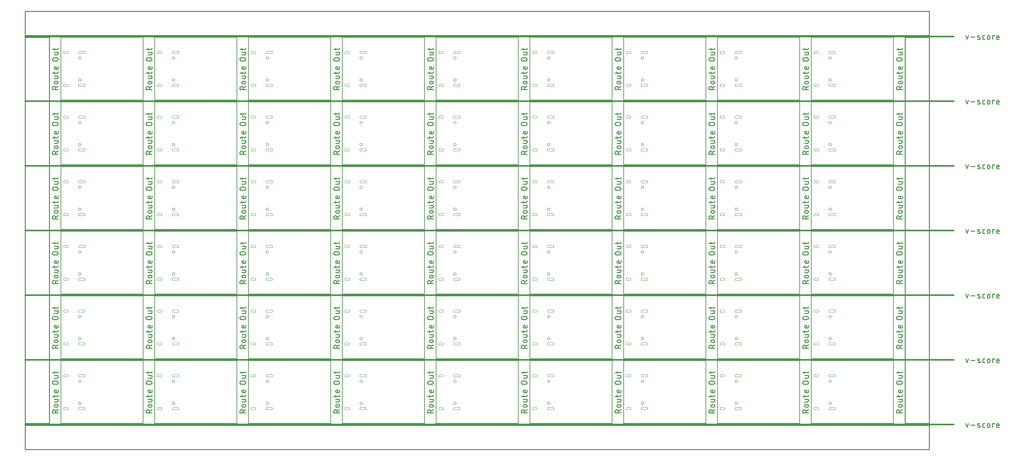
<source format=gko>
G75*
%MOIN*%
%OFA0B0*%
%FSLAX25Y25*%
%IPPOS*%
%LPD*%
%AMOC8*
5,1,8,0,0,1.08239X$1,22.5*
%
%ADD10C,0.00800*%
%ADD11C,0.01100*%
%ADD12C,0.01500*%
%ADD13C,0.01000*%
%ADD14C,0.00000*%
%ADD15C,0.00039*%
D10*
X0038750Y0028500D02*
X0038750Y0093500D01*
X0123750Y0093500D01*
X0123750Y0028500D01*
X0038750Y0028500D01*
X0135750Y0028500D02*
X0135750Y0093500D01*
X0220750Y0093500D01*
X0220750Y0028500D01*
X0135750Y0028500D01*
X0232750Y0028500D02*
X0232750Y0093500D01*
X0317750Y0093500D01*
X0317750Y0028500D01*
X0232750Y0028500D01*
X0329750Y0028500D02*
X0329750Y0093500D01*
X0414750Y0093500D01*
X0414750Y0028500D01*
X0329750Y0028500D01*
X0426750Y0028500D02*
X0426750Y0093500D01*
X0511750Y0093500D01*
X0511750Y0028500D01*
X0426750Y0028500D01*
X0523750Y0028500D02*
X0523750Y0093500D01*
X0608750Y0093500D01*
X0608750Y0028500D01*
X0523750Y0028500D01*
X0620750Y0028500D02*
X0620750Y0093500D01*
X0705750Y0093500D01*
X0705750Y0028500D01*
X0620750Y0028500D01*
X0717750Y0028500D02*
X0717750Y0093500D01*
X0802750Y0093500D01*
X0802750Y0028500D01*
X0717750Y0028500D01*
X0814750Y0028500D02*
X0814750Y0093500D01*
X0899750Y0093500D01*
X0899750Y0028500D01*
X0814750Y0028500D01*
X0814750Y0095500D02*
X0814750Y0160500D01*
X0899750Y0160500D01*
X0899750Y0095500D01*
X0814750Y0095500D01*
X0802750Y0095500D02*
X0802750Y0160500D01*
X0717750Y0160500D01*
X0717750Y0095500D01*
X0802750Y0095500D01*
X0705750Y0095500D02*
X0705750Y0160500D01*
X0620750Y0160500D01*
X0620750Y0095500D01*
X0705750Y0095500D01*
X0608750Y0095500D02*
X0608750Y0160500D01*
X0523750Y0160500D01*
X0523750Y0095500D01*
X0608750Y0095500D01*
X0511750Y0095500D02*
X0511750Y0160500D01*
X0426750Y0160500D01*
X0426750Y0095500D01*
X0511750Y0095500D01*
X0414750Y0095500D02*
X0414750Y0160500D01*
X0329750Y0160500D01*
X0329750Y0095500D01*
X0414750Y0095500D01*
X0317750Y0095500D02*
X0317750Y0160500D01*
X0232750Y0160500D01*
X0232750Y0095500D01*
X0317750Y0095500D01*
X0220750Y0095500D02*
X0220750Y0160500D01*
X0135750Y0160500D01*
X0135750Y0095500D01*
X0220750Y0095500D01*
X0123750Y0095500D02*
X0123750Y0160500D01*
X0038750Y0160500D01*
X0038750Y0095500D01*
X0123750Y0095500D01*
X0123750Y0162500D02*
X0038750Y0162500D01*
X0038750Y0227500D01*
X0123750Y0227500D01*
X0123750Y0162500D01*
X0135750Y0162500D02*
X0135750Y0227500D01*
X0220750Y0227500D01*
X0220750Y0162500D01*
X0135750Y0162500D01*
X0232750Y0162500D02*
X0232750Y0227500D01*
X0317750Y0227500D01*
X0317750Y0162500D01*
X0232750Y0162500D01*
X0329750Y0162500D02*
X0329750Y0227500D01*
X0414750Y0227500D01*
X0414750Y0162500D01*
X0329750Y0162500D01*
X0426750Y0162500D02*
X0426750Y0227500D01*
X0511750Y0227500D01*
X0511750Y0162500D01*
X0426750Y0162500D01*
X0523750Y0162500D02*
X0523750Y0227500D01*
X0608750Y0227500D01*
X0608750Y0162500D01*
X0523750Y0162500D01*
X0620750Y0162500D02*
X0620750Y0227500D01*
X0705750Y0227500D01*
X0705750Y0162500D01*
X0620750Y0162500D01*
X0717750Y0162500D02*
X0717750Y0227500D01*
X0802750Y0227500D01*
X0802750Y0162500D01*
X0717750Y0162500D01*
X0814750Y0162500D02*
X0814750Y0227500D01*
X0899750Y0227500D01*
X0899750Y0162500D01*
X0814750Y0162500D01*
X0814750Y0229500D02*
X0814750Y0294500D01*
X0899750Y0294500D01*
X0899750Y0229500D01*
X0814750Y0229500D01*
X0802750Y0229500D02*
X0802750Y0294500D01*
X0717750Y0294500D01*
X0717750Y0229500D01*
X0802750Y0229500D01*
X0705750Y0229500D02*
X0705750Y0294500D01*
X0620750Y0294500D01*
X0620750Y0229500D01*
X0705750Y0229500D01*
X0608750Y0229500D02*
X0608750Y0294500D01*
X0523750Y0294500D01*
X0523750Y0229500D01*
X0608750Y0229500D01*
X0511750Y0229500D02*
X0511750Y0294500D01*
X0426750Y0294500D01*
X0426750Y0229500D01*
X0511750Y0229500D01*
X0414750Y0229500D02*
X0414750Y0294500D01*
X0329750Y0294500D01*
X0329750Y0229500D01*
X0414750Y0229500D01*
X0317750Y0229500D02*
X0317750Y0294500D01*
X0232750Y0294500D01*
X0232750Y0229500D01*
X0317750Y0229500D01*
X0220750Y0229500D02*
X0220750Y0294500D01*
X0135750Y0294500D01*
X0135750Y0229500D01*
X0220750Y0229500D01*
X0123750Y0229500D02*
X0123750Y0294500D01*
X0038750Y0294500D01*
X0038750Y0229500D01*
X0123750Y0229500D01*
X0123750Y0296500D02*
X0038750Y0296500D01*
X0038750Y0361500D01*
X0123750Y0361500D01*
X0123750Y0296500D01*
X0135750Y0296500D02*
X0135750Y0361500D01*
X0220750Y0361500D01*
X0220750Y0296500D01*
X0135750Y0296500D01*
X0232750Y0296500D02*
X0232750Y0361500D01*
X0317750Y0361500D01*
X0317750Y0296500D01*
X0232750Y0296500D01*
X0329750Y0296500D02*
X0329750Y0361500D01*
X0414750Y0361500D01*
X0414750Y0296500D01*
X0329750Y0296500D01*
X0426750Y0296500D02*
X0426750Y0361500D01*
X0511750Y0361500D01*
X0511750Y0296500D01*
X0426750Y0296500D01*
X0523750Y0296500D02*
X0523750Y0361500D01*
X0608750Y0361500D01*
X0608750Y0296500D01*
X0523750Y0296500D01*
X0620750Y0296500D02*
X0620750Y0361500D01*
X0705750Y0361500D01*
X0705750Y0296500D01*
X0620750Y0296500D01*
X0717750Y0296500D02*
X0717750Y0361500D01*
X0802750Y0361500D01*
X0802750Y0296500D01*
X0717750Y0296500D01*
X0814750Y0296500D02*
X0814750Y0361500D01*
X0899750Y0361500D01*
X0899750Y0296500D01*
X0814750Y0296500D01*
X0814750Y0363500D02*
X0814750Y0428500D01*
X0899750Y0428500D01*
X0899750Y0363500D01*
X0814750Y0363500D01*
X0802750Y0363500D02*
X0802750Y0428500D01*
X0717750Y0428500D01*
X0717750Y0363500D01*
X0802750Y0363500D01*
X0705750Y0363500D02*
X0705750Y0428500D01*
X0620750Y0428500D01*
X0620750Y0363500D01*
X0705750Y0363500D01*
X0608750Y0363500D02*
X0608750Y0428500D01*
X0523750Y0428500D01*
X0523750Y0363500D01*
X0608750Y0363500D01*
X0511750Y0363500D02*
X0511750Y0428500D01*
X0426750Y0428500D01*
X0426750Y0363500D01*
X0511750Y0363500D01*
X0414750Y0363500D02*
X0414750Y0428500D01*
X0329750Y0428500D01*
X0329750Y0363500D01*
X0414750Y0363500D01*
X0317750Y0363500D02*
X0317750Y0428500D01*
X0232750Y0428500D01*
X0232750Y0363500D01*
X0317750Y0363500D01*
X0220750Y0363500D02*
X0220750Y0428500D01*
X0135750Y0428500D01*
X0135750Y0363500D01*
X0220750Y0363500D01*
X0123750Y0363500D02*
X0123750Y0428500D01*
X0038750Y0428500D01*
X0038750Y0363500D01*
X0123750Y0363500D01*
D11*
X0126800Y0374545D02*
X0126800Y0376184D01*
X0126802Y0376263D01*
X0126808Y0376342D01*
X0126817Y0376421D01*
X0126831Y0376499D01*
X0126848Y0376576D01*
X0126868Y0376653D01*
X0126893Y0376728D01*
X0126921Y0376802D01*
X0126953Y0376875D01*
X0126988Y0376946D01*
X0127026Y0377015D01*
X0127068Y0377082D01*
X0127113Y0377147D01*
X0127161Y0377210D01*
X0127212Y0377271D01*
X0127266Y0377329D01*
X0127323Y0377384D01*
X0127382Y0377437D01*
X0127444Y0377486D01*
X0127508Y0377533D01*
X0127574Y0377576D01*
X0127642Y0377616D01*
X0127713Y0377653D01*
X0127784Y0377687D01*
X0127858Y0377716D01*
X0127933Y0377743D01*
X0128008Y0377765D01*
X0128085Y0377784D01*
X0128163Y0377800D01*
X0128241Y0377811D01*
X0128320Y0377819D01*
X0128399Y0377823D01*
X0128479Y0377823D01*
X0128558Y0377819D01*
X0128637Y0377811D01*
X0128715Y0377800D01*
X0128793Y0377784D01*
X0128870Y0377765D01*
X0128945Y0377743D01*
X0129020Y0377716D01*
X0129094Y0377687D01*
X0129165Y0377653D01*
X0129236Y0377616D01*
X0129304Y0377576D01*
X0129370Y0377533D01*
X0129434Y0377486D01*
X0129496Y0377437D01*
X0129555Y0377384D01*
X0129612Y0377329D01*
X0129666Y0377271D01*
X0129717Y0377210D01*
X0129765Y0377147D01*
X0129810Y0377082D01*
X0129852Y0377015D01*
X0129890Y0376946D01*
X0129925Y0376875D01*
X0129957Y0376802D01*
X0129985Y0376728D01*
X0130010Y0376653D01*
X0130030Y0376576D01*
X0130047Y0376499D01*
X0130061Y0376421D01*
X0130070Y0376342D01*
X0130076Y0376263D01*
X0130078Y0376184D01*
X0130078Y0374545D01*
X0130078Y0376512D02*
X0132700Y0377823D01*
X0131389Y0380562D02*
X0130078Y0380562D01*
X0130007Y0380564D01*
X0129936Y0380570D01*
X0129866Y0380579D01*
X0129796Y0380593D01*
X0129727Y0380610D01*
X0129659Y0380631D01*
X0129593Y0380655D01*
X0129528Y0380683D01*
X0129464Y0380715D01*
X0129402Y0380750D01*
X0129342Y0380788D01*
X0129285Y0380829D01*
X0129229Y0380874D01*
X0129176Y0380921D01*
X0129126Y0380971D01*
X0129079Y0381024D01*
X0129034Y0381080D01*
X0128993Y0381137D01*
X0128955Y0381197D01*
X0128920Y0381259D01*
X0128888Y0381323D01*
X0128860Y0381388D01*
X0128836Y0381454D01*
X0128815Y0381522D01*
X0128798Y0381591D01*
X0128784Y0381661D01*
X0128775Y0381731D01*
X0128769Y0381802D01*
X0128767Y0381873D01*
X0128769Y0381944D01*
X0128775Y0382015D01*
X0128784Y0382085D01*
X0128798Y0382155D01*
X0128815Y0382224D01*
X0128836Y0382292D01*
X0128860Y0382358D01*
X0128888Y0382423D01*
X0128920Y0382487D01*
X0128955Y0382549D01*
X0128993Y0382609D01*
X0129034Y0382666D01*
X0129079Y0382722D01*
X0129126Y0382775D01*
X0129176Y0382825D01*
X0129229Y0382872D01*
X0129285Y0382917D01*
X0129342Y0382958D01*
X0129402Y0382996D01*
X0129464Y0383031D01*
X0129528Y0383063D01*
X0129593Y0383091D01*
X0129659Y0383115D01*
X0129727Y0383136D01*
X0129796Y0383153D01*
X0129866Y0383167D01*
X0129936Y0383176D01*
X0130007Y0383182D01*
X0130078Y0383184D01*
X0131389Y0383184D01*
X0131460Y0383182D01*
X0131531Y0383176D01*
X0131601Y0383167D01*
X0131671Y0383153D01*
X0131740Y0383136D01*
X0131808Y0383115D01*
X0131874Y0383091D01*
X0131939Y0383063D01*
X0132003Y0383031D01*
X0132065Y0382996D01*
X0132125Y0382958D01*
X0132182Y0382917D01*
X0132238Y0382872D01*
X0132291Y0382825D01*
X0132341Y0382775D01*
X0132388Y0382722D01*
X0132433Y0382666D01*
X0132474Y0382609D01*
X0132512Y0382549D01*
X0132547Y0382487D01*
X0132579Y0382423D01*
X0132607Y0382358D01*
X0132631Y0382292D01*
X0132652Y0382224D01*
X0132669Y0382155D01*
X0132683Y0382085D01*
X0132692Y0382015D01*
X0132698Y0381944D01*
X0132700Y0381873D01*
X0132698Y0381802D01*
X0132692Y0381731D01*
X0132683Y0381661D01*
X0132669Y0381591D01*
X0132652Y0381522D01*
X0132631Y0381454D01*
X0132607Y0381388D01*
X0132579Y0381323D01*
X0132547Y0381259D01*
X0132512Y0381197D01*
X0132474Y0381137D01*
X0132433Y0381080D01*
X0132388Y0381024D01*
X0132341Y0380971D01*
X0132291Y0380921D01*
X0132238Y0380874D01*
X0132182Y0380829D01*
X0132125Y0380788D01*
X0132065Y0380750D01*
X0132003Y0380715D01*
X0131939Y0380683D01*
X0131874Y0380655D01*
X0131808Y0380631D01*
X0131740Y0380610D01*
X0131671Y0380593D01*
X0131601Y0380579D01*
X0131531Y0380570D01*
X0131460Y0380564D01*
X0131389Y0380562D01*
X0131717Y0386101D02*
X0128767Y0386101D01*
X0128767Y0388723D02*
X0132700Y0388723D01*
X0132700Y0387084D01*
X0132698Y0387022D01*
X0132692Y0386961D01*
X0132683Y0386900D01*
X0132669Y0386840D01*
X0132652Y0386780D01*
X0132631Y0386722D01*
X0132606Y0386665D01*
X0132578Y0386610D01*
X0132547Y0386557D01*
X0132512Y0386506D01*
X0132474Y0386457D01*
X0132434Y0386411D01*
X0132390Y0386367D01*
X0132344Y0386327D01*
X0132295Y0386289D01*
X0132244Y0386254D01*
X0132191Y0386223D01*
X0132136Y0386195D01*
X0132079Y0386170D01*
X0132021Y0386149D01*
X0131961Y0386132D01*
X0131901Y0386118D01*
X0131840Y0386109D01*
X0131779Y0386103D01*
X0131717Y0386101D01*
X0131717Y0391733D02*
X0126800Y0391733D01*
X0128767Y0391078D02*
X0128767Y0393044D01*
X0130078Y0395537D02*
X0131717Y0395537D01*
X0131779Y0395539D01*
X0131840Y0395545D01*
X0131901Y0395554D01*
X0131961Y0395568D01*
X0132021Y0395585D01*
X0132079Y0395606D01*
X0132136Y0395631D01*
X0132191Y0395659D01*
X0132244Y0395690D01*
X0132295Y0395725D01*
X0132344Y0395763D01*
X0132390Y0395803D01*
X0132434Y0395847D01*
X0132474Y0395893D01*
X0132512Y0395942D01*
X0132547Y0395993D01*
X0132578Y0396046D01*
X0132606Y0396101D01*
X0132631Y0396158D01*
X0132652Y0396216D01*
X0132669Y0396276D01*
X0132683Y0396336D01*
X0132692Y0396397D01*
X0132698Y0396458D01*
X0132700Y0396520D01*
X0132700Y0398159D01*
X0130733Y0398159D02*
X0130733Y0395537D01*
X0130078Y0395537D02*
X0130007Y0395539D01*
X0129936Y0395545D01*
X0129866Y0395554D01*
X0129796Y0395568D01*
X0129727Y0395585D01*
X0129659Y0395606D01*
X0129593Y0395630D01*
X0129528Y0395658D01*
X0129464Y0395690D01*
X0129402Y0395725D01*
X0129342Y0395763D01*
X0129285Y0395804D01*
X0129229Y0395849D01*
X0129176Y0395896D01*
X0129126Y0395946D01*
X0129079Y0395999D01*
X0129034Y0396055D01*
X0128993Y0396112D01*
X0128955Y0396172D01*
X0128920Y0396234D01*
X0128888Y0396298D01*
X0128860Y0396363D01*
X0128836Y0396429D01*
X0128815Y0396497D01*
X0128798Y0396566D01*
X0128784Y0396636D01*
X0128775Y0396706D01*
X0128769Y0396777D01*
X0128767Y0396848D01*
X0128769Y0396919D01*
X0128775Y0396990D01*
X0128784Y0397060D01*
X0128798Y0397130D01*
X0128815Y0397199D01*
X0128836Y0397267D01*
X0128860Y0397333D01*
X0128888Y0397398D01*
X0128920Y0397462D01*
X0128955Y0397524D01*
X0128993Y0397584D01*
X0129034Y0397641D01*
X0129079Y0397697D01*
X0129126Y0397750D01*
X0129176Y0397800D01*
X0129229Y0397847D01*
X0129285Y0397892D01*
X0129342Y0397933D01*
X0129402Y0397971D01*
X0129464Y0398006D01*
X0129528Y0398038D01*
X0129593Y0398066D01*
X0129659Y0398090D01*
X0129727Y0398111D01*
X0129796Y0398128D01*
X0129866Y0398142D01*
X0129936Y0398151D01*
X0130007Y0398157D01*
X0130078Y0398159D01*
X0130733Y0398159D01*
X0132700Y0393044D02*
X0132700Y0392716D01*
X0132698Y0392654D01*
X0132692Y0392593D01*
X0132683Y0392532D01*
X0132669Y0392472D01*
X0132652Y0392412D01*
X0132631Y0392354D01*
X0132606Y0392297D01*
X0132578Y0392242D01*
X0132547Y0392189D01*
X0132512Y0392138D01*
X0132474Y0392089D01*
X0132434Y0392043D01*
X0132390Y0391999D01*
X0132344Y0391959D01*
X0132295Y0391921D01*
X0132244Y0391886D01*
X0132191Y0391855D01*
X0132136Y0391827D01*
X0132079Y0391802D01*
X0132021Y0391781D01*
X0131961Y0391764D01*
X0131901Y0391750D01*
X0131840Y0391741D01*
X0131779Y0391735D01*
X0131717Y0391733D01*
X0131061Y0404235D02*
X0128439Y0404235D01*
X0128360Y0404237D01*
X0128281Y0404243D01*
X0128202Y0404252D01*
X0128124Y0404266D01*
X0128047Y0404283D01*
X0127970Y0404303D01*
X0127895Y0404328D01*
X0127821Y0404356D01*
X0127748Y0404388D01*
X0127677Y0404423D01*
X0127608Y0404461D01*
X0127541Y0404503D01*
X0127476Y0404548D01*
X0127413Y0404596D01*
X0127352Y0404647D01*
X0127294Y0404701D01*
X0127239Y0404758D01*
X0127186Y0404817D01*
X0127137Y0404879D01*
X0127090Y0404943D01*
X0127047Y0405009D01*
X0127007Y0405077D01*
X0126970Y0405148D01*
X0126936Y0405219D01*
X0126907Y0405293D01*
X0126880Y0405368D01*
X0126858Y0405443D01*
X0126839Y0405520D01*
X0126823Y0405598D01*
X0126812Y0405676D01*
X0126804Y0405755D01*
X0126800Y0405834D01*
X0126800Y0405914D01*
X0126804Y0405993D01*
X0126812Y0406072D01*
X0126823Y0406150D01*
X0126839Y0406228D01*
X0126858Y0406305D01*
X0126880Y0406380D01*
X0126907Y0406455D01*
X0126936Y0406529D01*
X0126970Y0406600D01*
X0127007Y0406671D01*
X0127047Y0406739D01*
X0127090Y0406805D01*
X0127137Y0406869D01*
X0127186Y0406931D01*
X0127239Y0406990D01*
X0127294Y0407047D01*
X0127352Y0407101D01*
X0127413Y0407152D01*
X0127476Y0407200D01*
X0127541Y0407245D01*
X0127608Y0407287D01*
X0127677Y0407325D01*
X0127748Y0407360D01*
X0127821Y0407392D01*
X0127895Y0407420D01*
X0127970Y0407445D01*
X0128047Y0407465D01*
X0128124Y0407482D01*
X0128202Y0407496D01*
X0128281Y0407505D01*
X0128360Y0407511D01*
X0128439Y0407513D01*
X0131061Y0407513D01*
X0131140Y0407511D01*
X0131219Y0407505D01*
X0131298Y0407496D01*
X0131376Y0407482D01*
X0131453Y0407465D01*
X0131530Y0407445D01*
X0131605Y0407420D01*
X0131679Y0407392D01*
X0131752Y0407360D01*
X0131823Y0407325D01*
X0131892Y0407287D01*
X0131959Y0407245D01*
X0132024Y0407200D01*
X0132087Y0407152D01*
X0132148Y0407101D01*
X0132206Y0407047D01*
X0132261Y0406990D01*
X0132314Y0406931D01*
X0132363Y0406869D01*
X0132410Y0406805D01*
X0132453Y0406739D01*
X0132493Y0406671D01*
X0132530Y0406600D01*
X0132564Y0406529D01*
X0132593Y0406455D01*
X0132620Y0406380D01*
X0132642Y0406305D01*
X0132661Y0406228D01*
X0132677Y0406150D01*
X0132688Y0406072D01*
X0132696Y0405993D01*
X0132700Y0405914D01*
X0132700Y0405834D01*
X0132696Y0405755D01*
X0132688Y0405676D01*
X0132677Y0405598D01*
X0132661Y0405520D01*
X0132642Y0405443D01*
X0132620Y0405368D01*
X0132593Y0405293D01*
X0132564Y0405219D01*
X0132530Y0405148D01*
X0132493Y0405077D01*
X0132453Y0405009D01*
X0132410Y0404943D01*
X0132363Y0404879D01*
X0132314Y0404817D01*
X0132261Y0404758D01*
X0132206Y0404701D01*
X0132148Y0404647D01*
X0132087Y0404596D01*
X0132024Y0404548D01*
X0131959Y0404503D01*
X0131892Y0404461D01*
X0131823Y0404423D01*
X0131752Y0404388D01*
X0131679Y0404356D01*
X0131605Y0404328D01*
X0131530Y0404303D01*
X0131453Y0404283D01*
X0131376Y0404266D01*
X0131298Y0404252D01*
X0131219Y0404243D01*
X0131140Y0404237D01*
X0131061Y0404235D01*
X0131717Y0410512D02*
X0128767Y0410512D01*
X0128767Y0413134D02*
X0132700Y0413134D01*
X0132700Y0411495D01*
X0132698Y0411433D01*
X0132692Y0411372D01*
X0132683Y0411311D01*
X0132669Y0411251D01*
X0132652Y0411191D01*
X0132631Y0411133D01*
X0132606Y0411076D01*
X0132578Y0411021D01*
X0132547Y0410968D01*
X0132512Y0410917D01*
X0132474Y0410868D01*
X0132434Y0410822D01*
X0132390Y0410778D01*
X0132344Y0410738D01*
X0132295Y0410700D01*
X0132244Y0410665D01*
X0132191Y0410634D01*
X0132136Y0410606D01*
X0132079Y0410581D01*
X0132021Y0410560D01*
X0131961Y0410543D01*
X0131901Y0410529D01*
X0131840Y0410520D01*
X0131779Y0410514D01*
X0131717Y0410512D01*
X0128767Y0415488D02*
X0128767Y0417455D01*
X0126800Y0416144D02*
X0131717Y0416144D01*
X0131779Y0416146D01*
X0131840Y0416152D01*
X0131901Y0416161D01*
X0131961Y0416175D01*
X0132021Y0416192D01*
X0132079Y0416213D01*
X0132136Y0416238D01*
X0132191Y0416266D01*
X0132244Y0416297D01*
X0132295Y0416332D01*
X0132344Y0416370D01*
X0132390Y0416410D01*
X0132434Y0416454D01*
X0132474Y0416500D01*
X0132512Y0416549D01*
X0132547Y0416600D01*
X0132578Y0416653D01*
X0132606Y0416708D01*
X0132631Y0416765D01*
X0132652Y0416823D01*
X0132669Y0416883D01*
X0132683Y0416943D01*
X0132692Y0417004D01*
X0132698Y0417065D01*
X0132700Y0417127D01*
X0132700Y0417455D01*
X0223800Y0416144D02*
X0228717Y0416144D01*
X0228779Y0416146D01*
X0228840Y0416152D01*
X0228901Y0416161D01*
X0228961Y0416175D01*
X0229021Y0416192D01*
X0229079Y0416213D01*
X0229136Y0416238D01*
X0229191Y0416266D01*
X0229244Y0416297D01*
X0229295Y0416332D01*
X0229344Y0416370D01*
X0229390Y0416410D01*
X0229434Y0416454D01*
X0229474Y0416500D01*
X0229512Y0416549D01*
X0229547Y0416600D01*
X0229578Y0416653D01*
X0229606Y0416708D01*
X0229631Y0416765D01*
X0229652Y0416823D01*
X0229669Y0416883D01*
X0229683Y0416943D01*
X0229692Y0417004D01*
X0229698Y0417065D01*
X0229700Y0417127D01*
X0229700Y0417455D01*
X0225767Y0417455D02*
X0225767Y0415488D01*
X0225767Y0413134D02*
X0229700Y0413134D01*
X0229700Y0411495D01*
X0229698Y0411433D01*
X0229692Y0411372D01*
X0229683Y0411311D01*
X0229669Y0411251D01*
X0229652Y0411191D01*
X0229631Y0411133D01*
X0229606Y0411076D01*
X0229578Y0411021D01*
X0229547Y0410968D01*
X0229512Y0410917D01*
X0229474Y0410868D01*
X0229434Y0410822D01*
X0229390Y0410778D01*
X0229344Y0410738D01*
X0229295Y0410700D01*
X0229244Y0410665D01*
X0229191Y0410634D01*
X0229136Y0410606D01*
X0229079Y0410581D01*
X0229021Y0410560D01*
X0228961Y0410543D01*
X0228901Y0410529D01*
X0228840Y0410520D01*
X0228779Y0410514D01*
X0228717Y0410512D01*
X0225767Y0410512D01*
X0225439Y0407513D02*
X0228061Y0407513D01*
X0228140Y0407511D01*
X0228219Y0407505D01*
X0228298Y0407496D01*
X0228376Y0407482D01*
X0228453Y0407465D01*
X0228530Y0407445D01*
X0228605Y0407420D01*
X0228679Y0407392D01*
X0228752Y0407360D01*
X0228823Y0407325D01*
X0228892Y0407287D01*
X0228959Y0407245D01*
X0229024Y0407200D01*
X0229087Y0407152D01*
X0229148Y0407101D01*
X0229206Y0407047D01*
X0229261Y0406990D01*
X0229314Y0406931D01*
X0229363Y0406869D01*
X0229410Y0406805D01*
X0229453Y0406739D01*
X0229493Y0406671D01*
X0229530Y0406600D01*
X0229564Y0406529D01*
X0229593Y0406455D01*
X0229620Y0406380D01*
X0229642Y0406305D01*
X0229661Y0406228D01*
X0229677Y0406150D01*
X0229688Y0406072D01*
X0229696Y0405993D01*
X0229700Y0405914D01*
X0229700Y0405834D01*
X0229696Y0405755D01*
X0229688Y0405676D01*
X0229677Y0405598D01*
X0229661Y0405520D01*
X0229642Y0405443D01*
X0229620Y0405368D01*
X0229593Y0405293D01*
X0229564Y0405219D01*
X0229530Y0405148D01*
X0229493Y0405077D01*
X0229453Y0405009D01*
X0229410Y0404943D01*
X0229363Y0404879D01*
X0229314Y0404817D01*
X0229261Y0404758D01*
X0229206Y0404701D01*
X0229148Y0404647D01*
X0229087Y0404596D01*
X0229024Y0404548D01*
X0228959Y0404503D01*
X0228892Y0404461D01*
X0228823Y0404423D01*
X0228752Y0404388D01*
X0228679Y0404356D01*
X0228605Y0404328D01*
X0228530Y0404303D01*
X0228453Y0404283D01*
X0228376Y0404266D01*
X0228298Y0404252D01*
X0228219Y0404243D01*
X0228140Y0404237D01*
X0228061Y0404235D01*
X0225439Y0404235D01*
X0225360Y0404237D01*
X0225281Y0404243D01*
X0225202Y0404252D01*
X0225124Y0404266D01*
X0225047Y0404283D01*
X0224970Y0404303D01*
X0224895Y0404328D01*
X0224821Y0404356D01*
X0224748Y0404388D01*
X0224677Y0404423D01*
X0224608Y0404461D01*
X0224541Y0404503D01*
X0224476Y0404548D01*
X0224413Y0404596D01*
X0224352Y0404647D01*
X0224294Y0404701D01*
X0224239Y0404758D01*
X0224186Y0404817D01*
X0224137Y0404879D01*
X0224090Y0404943D01*
X0224047Y0405009D01*
X0224007Y0405077D01*
X0223970Y0405148D01*
X0223936Y0405219D01*
X0223907Y0405293D01*
X0223880Y0405368D01*
X0223858Y0405443D01*
X0223839Y0405520D01*
X0223823Y0405598D01*
X0223812Y0405676D01*
X0223804Y0405755D01*
X0223800Y0405834D01*
X0223800Y0405914D01*
X0223804Y0405993D01*
X0223812Y0406072D01*
X0223823Y0406150D01*
X0223839Y0406228D01*
X0223858Y0406305D01*
X0223880Y0406380D01*
X0223907Y0406455D01*
X0223936Y0406529D01*
X0223970Y0406600D01*
X0224007Y0406671D01*
X0224047Y0406739D01*
X0224090Y0406805D01*
X0224137Y0406869D01*
X0224186Y0406931D01*
X0224239Y0406990D01*
X0224294Y0407047D01*
X0224352Y0407101D01*
X0224413Y0407152D01*
X0224476Y0407200D01*
X0224541Y0407245D01*
X0224608Y0407287D01*
X0224677Y0407325D01*
X0224748Y0407360D01*
X0224821Y0407392D01*
X0224895Y0407420D01*
X0224970Y0407445D01*
X0225047Y0407465D01*
X0225124Y0407482D01*
X0225202Y0407496D01*
X0225281Y0407505D01*
X0225360Y0407511D01*
X0225439Y0407513D01*
X0227078Y0398159D02*
X0227733Y0398159D01*
X0227733Y0395537D01*
X0227078Y0395537D02*
X0228717Y0395537D01*
X0228779Y0395539D01*
X0228840Y0395545D01*
X0228901Y0395554D01*
X0228961Y0395568D01*
X0229021Y0395585D01*
X0229079Y0395606D01*
X0229136Y0395631D01*
X0229191Y0395659D01*
X0229244Y0395690D01*
X0229295Y0395725D01*
X0229344Y0395763D01*
X0229390Y0395803D01*
X0229434Y0395847D01*
X0229474Y0395893D01*
X0229512Y0395942D01*
X0229547Y0395993D01*
X0229578Y0396046D01*
X0229606Y0396101D01*
X0229631Y0396158D01*
X0229652Y0396216D01*
X0229669Y0396276D01*
X0229683Y0396336D01*
X0229692Y0396397D01*
X0229698Y0396458D01*
X0229700Y0396520D01*
X0229700Y0398159D01*
X0227078Y0398159D02*
X0227007Y0398157D01*
X0226936Y0398151D01*
X0226866Y0398142D01*
X0226796Y0398128D01*
X0226727Y0398111D01*
X0226659Y0398090D01*
X0226593Y0398066D01*
X0226528Y0398038D01*
X0226464Y0398006D01*
X0226402Y0397971D01*
X0226342Y0397933D01*
X0226285Y0397892D01*
X0226229Y0397847D01*
X0226176Y0397800D01*
X0226126Y0397750D01*
X0226079Y0397697D01*
X0226034Y0397641D01*
X0225993Y0397584D01*
X0225955Y0397524D01*
X0225920Y0397462D01*
X0225888Y0397398D01*
X0225860Y0397333D01*
X0225836Y0397267D01*
X0225815Y0397199D01*
X0225798Y0397130D01*
X0225784Y0397060D01*
X0225775Y0396990D01*
X0225769Y0396919D01*
X0225767Y0396848D01*
X0225769Y0396777D01*
X0225775Y0396706D01*
X0225784Y0396636D01*
X0225798Y0396566D01*
X0225815Y0396497D01*
X0225836Y0396429D01*
X0225860Y0396363D01*
X0225888Y0396298D01*
X0225920Y0396234D01*
X0225955Y0396172D01*
X0225993Y0396112D01*
X0226034Y0396055D01*
X0226079Y0395999D01*
X0226126Y0395946D01*
X0226176Y0395896D01*
X0226229Y0395849D01*
X0226285Y0395804D01*
X0226342Y0395763D01*
X0226402Y0395725D01*
X0226464Y0395690D01*
X0226528Y0395658D01*
X0226593Y0395630D01*
X0226659Y0395606D01*
X0226727Y0395585D01*
X0226796Y0395568D01*
X0226866Y0395554D01*
X0226936Y0395545D01*
X0227007Y0395539D01*
X0227078Y0395537D01*
X0225767Y0393044D02*
X0225767Y0391078D01*
X0223800Y0391733D02*
X0228717Y0391733D01*
X0228779Y0391735D01*
X0228840Y0391741D01*
X0228901Y0391750D01*
X0228961Y0391764D01*
X0229021Y0391781D01*
X0229079Y0391802D01*
X0229136Y0391827D01*
X0229191Y0391855D01*
X0229244Y0391886D01*
X0229295Y0391921D01*
X0229344Y0391959D01*
X0229390Y0391999D01*
X0229434Y0392043D01*
X0229474Y0392089D01*
X0229512Y0392138D01*
X0229547Y0392189D01*
X0229578Y0392242D01*
X0229606Y0392297D01*
X0229631Y0392354D01*
X0229652Y0392412D01*
X0229669Y0392472D01*
X0229683Y0392532D01*
X0229692Y0392593D01*
X0229698Y0392654D01*
X0229700Y0392716D01*
X0229700Y0393044D01*
X0229700Y0388723D02*
X0225767Y0388723D01*
X0225767Y0386101D02*
X0228717Y0386101D01*
X0228779Y0386103D01*
X0228840Y0386109D01*
X0228901Y0386118D01*
X0228961Y0386132D01*
X0229021Y0386149D01*
X0229079Y0386170D01*
X0229136Y0386195D01*
X0229191Y0386223D01*
X0229244Y0386254D01*
X0229295Y0386289D01*
X0229344Y0386327D01*
X0229390Y0386367D01*
X0229434Y0386411D01*
X0229474Y0386457D01*
X0229512Y0386506D01*
X0229547Y0386557D01*
X0229578Y0386610D01*
X0229606Y0386665D01*
X0229631Y0386722D01*
X0229652Y0386780D01*
X0229669Y0386840D01*
X0229683Y0386900D01*
X0229692Y0386961D01*
X0229698Y0387022D01*
X0229700Y0387084D01*
X0229700Y0388723D01*
X0228389Y0383184D02*
X0227078Y0383184D01*
X0227007Y0383182D01*
X0226936Y0383176D01*
X0226866Y0383167D01*
X0226796Y0383153D01*
X0226727Y0383136D01*
X0226659Y0383115D01*
X0226593Y0383091D01*
X0226528Y0383063D01*
X0226464Y0383031D01*
X0226402Y0382996D01*
X0226342Y0382958D01*
X0226285Y0382917D01*
X0226229Y0382872D01*
X0226176Y0382825D01*
X0226126Y0382775D01*
X0226079Y0382722D01*
X0226034Y0382666D01*
X0225993Y0382609D01*
X0225955Y0382549D01*
X0225920Y0382487D01*
X0225888Y0382423D01*
X0225860Y0382358D01*
X0225836Y0382292D01*
X0225815Y0382224D01*
X0225798Y0382155D01*
X0225784Y0382085D01*
X0225775Y0382015D01*
X0225769Y0381944D01*
X0225767Y0381873D01*
X0225769Y0381802D01*
X0225775Y0381731D01*
X0225784Y0381661D01*
X0225798Y0381591D01*
X0225815Y0381522D01*
X0225836Y0381454D01*
X0225860Y0381388D01*
X0225888Y0381323D01*
X0225920Y0381259D01*
X0225955Y0381197D01*
X0225993Y0381137D01*
X0226034Y0381080D01*
X0226079Y0381024D01*
X0226126Y0380971D01*
X0226176Y0380921D01*
X0226229Y0380874D01*
X0226285Y0380829D01*
X0226342Y0380788D01*
X0226402Y0380750D01*
X0226464Y0380715D01*
X0226528Y0380683D01*
X0226593Y0380655D01*
X0226659Y0380631D01*
X0226727Y0380610D01*
X0226796Y0380593D01*
X0226866Y0380579D01*
X0226936Y0380570D01*
X0227007Y0380564D01*
X0227078Y0380562D01*
X0228389Y0380562D01*
X0228460Y0380564D01*
X0228531Y0380570D01*
X0228601Y0380579D01*
X0228671Y0380593D01*
X0228740Y0380610D01*
X0228808Y0380631D01*
X0228874Y0380655D01*
X0228939Y0380683D01*
X0229003Y0380715D01*
X0229065Y0380750D01*
X0229125Y0380788D01*
X0229182Y0380829D01*
X0229238Y0380874D01*
X0229291Y0380921D01*
X0229341Y0380971D01*
X0229388Y0381024D01*
X0229433Y0381080D01*
X0229474Y0381137D01*
X0229512Y0381197D01*
X0229547Y0381259D01*
X0229579Y0381323D01*
X0229607Y0381388D01*
X0229631Y0381454D01*
X0229652Y0381522D01*
X0229669Y0381591D01*
X0229683Y0381661D01*
X0229692Y0381731D01*
X0229698Y0381802D01*
X0229700Y0381873D01*
X0229698Y0381944D01*
X0229692Y0382015D01*
X0229683Y0382085D01*
X0229669Y0382155D01*
X0229652Y0382224D01*
X0229631Y0382292D01*
X0229607Y0382358D01*
X0229579Y0382423D01*
X0229547Y0382487D01*
X0229512Y0382549D01*
X0229474Y0382609D01*
X0229433Y0382666D01*
X0229388Y0382722D01*
X0229341Y0382775D01*
X0229291Y0382825D01*
X0229238Y0382872D01*
X0229182Y0382917D01*
X0229125Y0382958D01*
X0229065Y0382996D01*
X0229003Y0383031D01*
X0228939Y0383063D01*
X0228874Y0383091D01*
X0228808Y0383115D01*
X0228740Y0383136D01*
X0228671Y0383153D01*
X0228601Y0383167D01*
X0228531Y0383176D01*
X0228460Y0383182D01*
X0228389Y0383184D01*
X0229700Y0377823D02*
X0227078Y0376512D01*
X0227078Y0376184D02*
X0227078Y0374545D01*
X0227078Y0376184D02*
X0227076Y0376263D01*
X0227070Y0376342D01*
X0227061Y0376421D01*
X0227047Y0376499D01*
X0227030Y0376576D01*
X0227010Y0376653D01*
X0226985Y0376728D01*
X0226957Y0376802D01*
X0226925Y0376875D01*
X0226890Y0376946D01*
X0226852Y0377015D01*
X0226810Y0377082D01*
X0226765Y0377147D01*
X0226717Y0377210D01*
X0226666Y0377271D01*
X0226612Y0377329D01*
X0226555Y0377384D01*
X0226496Y0377437D01*
X0226434Y0377486D01*
X0226370Y0377533D01*
X0226304Y0377576D01*
X0226236Y0377616D01*
X0226165Y0377653D01*
X0226094Y0377687D01*
X0226020Y0377716D01*
X0225945Y0377743D01*
X0225870Y0377765D01*
X0225793Y0377784D01*
X0225715Y0377800D01*
X0225637Y0377811D01*
X0225558Y0377819D01*
X0225479Y0377823D01*
X0225399Y0377823D01*
X0225320Y0377819D01*
X0225241Y0377811D01*
X0225163Y0377800D01*
X0225085Y0377784D01*
X0225008Y0377765D01*
X0224933Y0377743D01*
X0224858Y0377716D01*
X0224784Y0377687D01*
X0224713Y0377653D01*
X0224642Y0377616D01*
X0224574Y0377576D01*
X0224508Y0377533D01*
X0224444Y0377486D01*
X0224382Y0377437D01*
X0224323Y0377384D01*
X0224266Y0377329D01*
X0224212Y0377271D01*
X0224161Y0377210D01*
X0224113Y0377147D01*
X0224068Y0377082D01*
X0224026Y0377015D01*
X0223988Y0376946D01*
X0223953Y0376875D01*
X0223921Y0376802D01*
X0223893Y0376728D01*
X0223868Y0376653D01*
X0223848Y0376576D01*
X0223831Y0376499D01*
X0223817Y0376421D01*
X0223808Y0376342D01*
X0223802Y0376263D01*
X0223800Y0376184D01*
X0223800Y0374545D01*
X0229700Y0374545D01*
X0229700Y0350455D02*
X0229700Y0350127D01*
X0229698Y0350065D01*
X0229692Y0350004D01*
X0229683Y0349943D01*
X0229669Y0349883D01*
X0229652Y0349823D01*
X0229631Y0349765D01*
X0229606Y0349708D01*
X0229578Y0349653D01*
X0229547Y0349600D01*
X0229512Y0349549D01*
X0229474Y0349500D01*
X0229434Y0349454D01*
X0229390Y0349410D01*
X0229344Y0349370D01*
X0229295Y0349332D01*
X0229244Y0349297D01*
X0229191Y0349266D01*
X0229136Y0349238D01*
X0229079Y0349213D01*
X0229021Y0349192D01*
X0228961Y0349175D01*
X0228901Y0349161D01*
X0228840Y0349152D01*
X0228779Y0349146D01*
X0228717Y0349144D01*
X0223800Y0349144D01*
X0225767Y0348488D02*
X0225767Y0350455D01*
X0225767Y0346134D02*
X0229700Y0346134D01*
X0229700Y0344495D01*
X0229698Y0344433D01*
X0229692Y0344372D01*
X0229683Y0344311D01*
X0229669Y0344251D01*
X0229652Y0344191D01*
X0229631Y0344133D01*
X0229606Y0344076D01*
X0229578Y0344021D01*
X0229547Y0343968D01*
X0229512Y0343917D01*
X0229474Y0343868D01*
X0229434Y0343822D01*
X0229390Y0343778D01*
X0229344Y0343738D01*
X0229295Y0343700D01*
X0229244Y0343665D01*
X0229191Y0343634D01*
X0229136Y0343606D01*
X0229079Y0343581D01*
X0229021Y0343560D01*
X0228961Y0343543D01*
X0228901Y0343529D01*
X0228840Y0343520D01*
X0228779Y0343514D01*
X0228717Y0343512D01*
X0225767Y0343512D01*
X0225439Y0340513D02*
X0228061Y0340513D01*
X0228140Y0340511D01*
X0228219Y0340505D01*
X0228298Y0340496D01*
X0228376Y0340482D01*
X0228453Y0340465D01*
X0228530Y0340445D01*
X0228605Y0340420D01*
X0228679Y0340392D01*
X0228752Y0340360D01*
X0228823Y0340325D01*
X0228892Y0340287D01*
X0228959Y0340245D01*
X0229024Y0340200D01*
X0229087Y0340152D01*
X0229148Y0340101D01*
X0229206Y0340047D01*
X0229261Y0339990D01*
X0229314Y0339931D01*
X0229363Y0339869D01*
X0229410Y0339805D01*
X0229453Y0339739D01*
X0229493Y0339671D01*
X0229530Y0339600D01*
X0229564Y0339529D01*
X0229593Y0339455D01*
X0229620Y0339380D01*
X0229642Y0339305D01*
X0229661Y0339228D01*
X0229677Y0339150D01*
X0229688Y0339072D01*
X0229696Y0338993D01*
X0229700Y0338914D01*
X0229700Y0338834D01*
X0229696Y0338755D01*
X0229688Y0338676D01*
X0229677Y0338598D01*
X0229661Y0338520D01*
X0229642Y0338443D01*
X0229620Y0338368D01*
X0229593Y0338293D01*
X0229564Y0338219D01*
X0229530Y0338148D01*
X0229493Y0338077D01*
X0229453Y0338009D01*
X0229410Y0337943D01*
X0229363Y0337879D01*
X0229314Y0337817D01*
X0229261Y0337758D01*
X0229206Y0337701D01*
X0229148Y0337647D01*
X0229087Y0337596D01*
X0229024Y0337548D01*
X0228959Y0337503D01*
X0228892Y0337461D01*
X0228823Y0337423D01*
X0228752Y0337388D01*
X0228679Y0337356D01*
X0228605Y0337328D01*
X0228530Y0337303D01*
X0228453Y0337283D01*
X0228376Y0337266D01*
X0228298Y0337252D01*
X0228219Y0337243D01*
X0228140Y0337237D01*
X0228061Y0337235D01*
X0225439Y0337235D01*
X0225360Y0337237D01*
X0225281Y0337243D01*
X0225202Y0337252D01*
X0225124Y0337266D01*
X0225047Y0337283D01*
X0224970Y0337303D01*
X0224895Y0337328D01*
X0224821Y0337356D01*
X0224748Y0337388D01*
X0224677Y0337423D01*
X0224608Y0337461D01*
X0224541Y0337503D01*
X0224476Y0337548D01*
X0224413Y0337596D01*
X0224352Y0337647D01*
X0224294Y0337701D01*
X0224239Y0337758D01*
X0224186Y0337817D01*
X0224137Y0337879D01*
X0224090Y0337943D01*
X0224047Y0338009D01*
X0224007Y0338077D01*
X0223970Y0338148D01*
X0223936Y0338219D01*
X0223907Y0338293D01*
X0223880Y0338368D01*
X0223858Y0338443D01*
X0223839Y0338520D01*
X0223823Y0338598D01*
X0223812Y0338676D01*
X0223804Y0338755D01*
X0223800Y0338834D01*
X0223800Y0338914D01*
X0223804Y0338993D01*
X0223812Y0339072D01*
X0223823Y0339150D01*
X0223839Y0339228D01*
X0223858Y0339305D01*
X0223880Y0339380D01*
X0223907Y0339455D01*
X0223936Y0339529D01*
X0223970Y0339600D01*
X0224007Y0339671D01*
X0224047Y0339739D01*
X0224090Y0339805D01*
X0224137Y0339869D01*
X0224186Y0339931D01*
X0224239Y0339990D01*
X0224294Y0340047D01*
X0224352Y0340101D01*
X0224413Y0340152D01*
X0224476Y0340200D01*
X0224541Y0340245D01*
X0224608Y0340287D01*
X0224677Y0340325D01*
X0224748Y0340360D01*
X0224821Y0340392D01*
X0224895Y0340420D01*
X0224970Y0340445D01*
X0225047Y0340465D01*
X0225124Y0340482D01*
X0225202Y0340496D01*
X0225281Y0340505D01*
X0225360Y0340511D01*
X0225439Y0340513D01*
X0227078Y0331159D02*
X0227733Y0331159D01*
X0227733Y0328537D01*
X0227078Y0328537D02*
X0228717Y0328537D01*
X0228779Y0328539D01*
X0228840Y0328545D01*
X0228901Y0328554D01*
X0228961Y0328568D01*
X0229021Y0328585D01*
X0229079Y0328606D01*
X0229136Y0328631D01*
X0229191Y0328659D01*
X0229244Y0328690D01*
X0229295Y0328725D01*
X0229344Y0328763D01*
X0229390Y0328803D01*
X0229434Y0328847D01*
X0229474Y0328893D01*
X0229512Y0328942D01*
X0229547Y0328993D01*
X0229578Y0329046D01*
X0229606Y0329101D01*
X0229631Y0329158D01*
X0229652Y0329216D01*
X0229669Y0329276D01*
X0229683Y0329336D01*
X0229692Y0329397D01*
X0229698Y0329458D01*
X0229700Y0329520D01*
X0229700Y0331159D01*
X0227078Y0331159D02*
X0227007Y0331157D01*
X0226936Y0331151D01*
X0226866Y0331142D01*
X0226796Y0331128D01*
X0226727Y0331111D01*
X0226659Y0331090D01*
X0226593Y0331066D01*
X0226528Y0331038D01*
X0226464Y0331006D01*
X0226402Y0330971D01*
X0226342Y0330933D01*
X0226285Y0330892D01*
X0226229Y0330847D01*
X0226176Y0330800D01*
X0226126Y0330750D01*
X0226079Y0330697D01*
X0226034Y0330641D01*
X0225993Y0330584D01*
X0225955Y0330524D01*
X0225920Y0330462D01*
X0225888Y0330398D01*
X0225860Y0330333D01*
X0225836Y0330267D01*
X0225815Y0330199D01*
X0225798Y0330130D01*
X0225784Y0330060D01*
X0225775Y0329990D01*
X0225769Y0329919D01*
X0225767Y0329848D01*
X0225769Y0329777D01*
X0225775Y0329706D01*
X0225784Y0329636D01*
X0225798Y0329566D01*
X0225815Y0329497D01*
X0225836Y0329429D01*
X0225860Y0329363D01*
X0225888Y0329298D01*
X0225920Y0329234D01*
X0225955Y0329172D01*
X0225993Y0329112D01*
X0226034Y0329055D01*
X0226079Y0328999D01*
X0226126Y0328946D01*
X0226176Y0328896D01*
X0226229Y0328849D01*
X0226285Y0328804D01*
X0226342Y0328763D01*
X0226402Y0328725D01*
X0226464Y0328690D01*
X0226528Y0328658D01*
X0226593Y0328630D01*
X0226659Y0328606D01*
X0226727Y0328585D01*
X0226796Y0328568D01*
X0226866Y0328554D01*
X0226936Y0328545D01*
X0227007Y0328539D01*
X0227078Y0328537D01*
X0225767Y0326044D02*
X0225767Y0324078D01*
X0223800Y0324733D02*
X0228717Y0324733D01*
X0228779Y0324735D01*
X0228840Y0324741D01*
X0228901Y0324750D01*
X0228961Y0324764D01*
X0229021Y0324781D01*
X0229079Y0324802D01*
X0229136Y0324827D01*
X0229191Y0324855D01*
X0229244Y0324886D01*
X0229295Y0324921D01*
X0229344Y0324959D01*
X0229390Y0324999D01*
X0229434Y0325043D01*
X0229474Y0325089D01*
X0229512Y0325138D01*
X0229547Y0325189D01*
X0229578Y0325242D01*
X0229606Y0325297D01*
X0229631Y0325354D01*
X0229652Y0325412D01*
X0229669Y0325472D01*
X0229683Y0325532D01*
X0229692Y0325593D01*
X0229698Y0325654D01*
X0229700Y0325716D01*
X0229700Y0326044D01*
X0229700Y0321723D02*
X0225767Y0321723D01*
X0225767Y0319101D02*
X0228717Y0319101D01*
X0228779Y0319103D01*
X0228840Y0319109D01*
X0228901Y0319118D01*
X0228961Y0319132D01*
X0229021Y0319149D01*
X0229079Y0319170D01*
X0229136Y0319195D01*
X0229191Y0319223D01*
X0229244Y0319254D01*
X0229295Y0319289D01*
X0229344Y0319327D01*
X0229390Y0319367D01*
X0229434Y0319411D01*
X0229474Y0319457D01*
X0229512Y0319506D01*
X0229547Y0319557D01*
X0229578Y0319610D01*
X0229606Y0319665D01*
X0229631Y0319722D01*
X0229652Y0319780D01*
X0229669Y0319840D01*
X0229683Y0319900D01*
X0229692Y0319961D01*
X0229698Y0320022D01*
X0229700Y0320084D01*
X0229700Y0321723D01*
X0228389Y0316184D02*
X0227078Y0316184D01*
X0227007Y0316182D01*
X0226936Y0316176D01*
X0226866Y0316167D01*
X0226796Y0316153D01*
X0226727Y0316136D01*
X0226659Y0316115D01*
X0226593Y0316091D01*
X0226528Y0316063D01*
X0226464Y0316031D01*
X0226402Y0315996D01*
X0226342Y0315958D01*
X0226285Y0315917D01*
X0226229Y0315872D01*
X0226176Y0315825D01*
X0226126Y0315775D01*
X0226079Y0315722D01*
X0226034Y0315666D01*
X0225993Y0315609D01*
X0225955Y0315549D01*
X0225920Y0315487D01*
X0225888Y0315423D01*
X0225860Y0315358D01*
X0225836Y0315292D01*
X0225815Y0315224D01*
X0225798Y0315155D01*
X0225784Y0315085D01*
X0225775Y0315015D01*
X0225769Y0314944D01*
X0225767Y0314873D01*
X0225769Y0314802D01*
X0225775Y0314731D01*
X0225784Y0314661D01*
X0225798Y0314591D01*
X0225815Y0314522D01*
X0225836Y0314454D01*
X0225860Y0314388D01*
X0225888Y0314323D01*
X0225920Y0314259D01*
X0225955Y0314197D01*
X0225993Y0314137D01*
X0226034Y0314080D01*
X0226079Y0314024D01*
X0226126Y0313971D01*
X0226176Y0313921D01*
X0226229Y0313874D01*
X0226285Y0313829D01*
X0226342Y0313788D01*
X0226402Y0313750D01*
X0226464Y0313715D01*
X0226528Y0313683D01*
X0226593Y0313655D01*
X0226659Y0313631D01*
X0226727Y0313610D01*
X0226796Y0313593D01*
X0226866Y0313579D01*
X0226936Y0313570D01*
X0227007Y0313564D01*
X0227078Y0313562D01*
X0228389Y0313562D01*
X0228460Y0313564D01*
X0228531Y0313570D01*
X0228601Y0313579D01*
X0228671Y0313593D01*
X0228740Y0313610D01*
X0228808Y0313631D01*
X0228874Y0313655D01*
X0228939Y0313683D01*
X0229003Y0313715D01*
X0229065Y0313750D01*
X0229125Y0313788D01*
X0229182Y0313829D01*
X0229238Y0313874D01*
X0229291Y0313921D01*
X0229341Y0313971D01*
X0229388Y0314024D01*
X0229433Y0314080D01*
X0229474Y0314137D01*
X0229512Y0314197D01*
X0229547Y0314259D01*
X0229579Y0314323D01*
X0229607Y0314388D01*
X0229631Y0314454D01*
X0229652Y0314522D01*
X0229669Y0314591D01*
X0229683Y0314661D01*
X0229692Y0314731D01*
X0229698Y0314802D01*
X0229700Y0314873D01*
X0229698Y0314944D01*
X0229692Y0315015D01*
X0229683Y0315085D01*
X0229669Y0315155D01*
X0229652Y0315224D01*
X0229631Y0315292D01*
X0229607Y0315358D01*
X0229579Y0315423D01*
X0229547Y0315487D01*
X0229512Y0315549D01*
X0229474Y0315609D01*
X0229433Y0315666D01*
X0229388Y0315722D01*
X0229341Y0315775D01*
X0229291Y0315825D01*
X0229238Y0315872D01*
X0229182Y0315917D01*
X0229125Y0315958D01*
X0229065Y0315996D01*
X0229003Y0316031D01*
X0228939Y0316063D01*
X0228874Y0316091D01*
X0228808Y0316115D01*
X0228740Y0316136D01*
X0228671Y0316153D01*
X0228601Y0316167D01*
X0228531Y0316176D01*
X0228460Y0316182D01*
X0228389Y0316184D01*
X0229700Y0310823D02*
X0227078Y0309512D01*
X0227078Y0309184D02*
X0227078Y0307545D01*
X0227078Y0309184D02*
X0227076Y0309263D01*
X0227070Y0309342D01*
X0227061Y0309421D01*
X0227047Y0309499D01*
X0227030Y0309576D01*
X0227010Y0309653D01*
X0226985Y0309728D01*
X0226957Y0309802D01*
X0226925Y0309875D01*
X0226890Y0309946D01*
X0226852Y0310015D01*
X0226810Y0310082D01*
X0226765Y0310147D01*
X0226717Y0310210D01*
X0226666Y0310271D01*
X0226612Y0310329D01*
X0226555Y0310384D01*
X0226496Y0310437D01*
X0226434Y0310486D01*
X0226370Y0310533D01*
X0226304Y0310576D01*
X0226236Y0310616D01*
X0226165Y0310653D01*
X0226094Y0310687D01*
X0226020Y0310716D01*
X0225945Y0310743D01*
X0225870Y0310765D01*
X0225793Y0310784D01*
X0225715Y0310800D01*
X0225637Y0310811D01*
X0225558Y0310819D01*
X0225479Y0310823D01*
X0225399Y0310823D01*
X0225320Y0310819D01*
X0225241Y0310811D01*
X0225163Y0310800D01*
X0225085Y0310784D01*
X0225008Y0310765D01*
X0224933Y0310743D01*
X0224858Y0310716D01*
X0224784Y0310687D01*
X0224713Y0310653D01*
X0224642Y0310616D01*
X0224574Y0310576D01*
X0224508Y0310533D01*
X0224444Y0310486D01*
X0224382Y0310437D01*
X0224323Y0310384D01*
X0224266Y0310329D01*
X0224212Y0310271D01*
X0224161Y0310210D01*
X0224113Y0310147D01*
X0224068Y0310082D01*
X0224026Y0310015D01*
X0223988Y0309946D01*
X0223953Y0309875D01*
X0223921Y0309802D01*
X0223893Y0309728D01*
X0223868Y0309653D01*
X0223848Y0309576D01*
X0223831Y0309499D01*
X0223817Y0309421D01*
X0223808Y0309342D01*
X0223802Y0309263D01*
X0223800Y0309184D01*
X0223800Y0307545D01*
X0229700Y0307545D01*
X0229700Y0283455D02*
X0229700Y0283127D01*
X0229698Y0283065D01*
X0229692Y0283004D01*
X0229683Y0282943D01*
X0229669Y0282883D01*
X0229652Y0282823D01*
X0229631Y0282765D01*
X0229606Y0282708D01*
X0229578Y0282653D01*
X0229547Y0282600D01*
X0229512Y0282549D01*
X0229474Y0282500D01*
X0229434Y0282454D01*
X0229390Y0282410D01*
X0229344Y0282370D01*
X0229295Y0282332D01*
X0229244Y0282297D01*
X0229191Y0282266D01*
X0229136Y0282238D01*
X0229079Y0282213D01*
X0229021Y0282192D01*
X0228961Y0282175D01*
X0228901Y0282161D01*
X0228840Y0282152D01*
X0228779Y0282146D01*
X0228717Y0282144D01*
X0223800Y0282144D01*
X0225767Y0281488D02*
X0225767Y0283455D01*
X0225767Y0279134D02*
X0229700Y0279134D01*
X0229700Y0277495D01*
X0229698Y0277433D01*
X0229692Y0277372D01*
X0229683Y0277311D01*
X0229669Y0277251D01*
X0229652Y0277191D01*
X0229631Y0277133D01*
X0229606Y0277076D01*
X0229578Y0277021D01*
X0229547Y0276968D01*
X0229512Y0276917D01*
X0229474Y0276868D01*
X0229434Y0276822D01*
X0229390Y0276778D01*
X0229344Y0276738D01*
X0229295Y0276700D01*
X0229244Y0276665D01*
X0229191Y0276634D01*
X0229136Y0276606D01*
X0229079Y0276581D01*
X0229021Y0276560D01*
X0228961Y0276543D01*
X0228901Y0276529D01*
X0228840Y0276520D01*
X0228779Y0276514D01*
X0228717Y0276512D01*
X0225767Y0276512D01*
X0225439Y0273513D02*
X0228061Y0273513D01*
X0228140Y0273511D01*
X0228219Y0273505D01*
X0228298Y0273496D01*
X0228376Y0273482D01*
X0228453Y0273465D01*
X0228530Y0273445D01*
X0228605Y0273420D01*
X0228679Y0273392D01*
X0228752Y0273360D01*
X0228823Y0273325D01*
X0228892Y0273287D01*
X0228959Y0273245D01*
X0229024Y0273200D01*
X0229087Y0273152D01*
X0229148Y0273101D01*
X0229206Y0273047D01*
X0229261Y0272990D01*
X0229314Y0272931D01*
X0229363Y0272869D01*
X0229410Y0272805D01*
X0229453Y0272739D01*
X0229493Y0272671D01*
X0229530Y0272600D01*
X0229564Y0272529D01*
X0229593Y0272455D01*
X0229620Y0272380D01*
X0229642Y0272305D01*
X0229661Y0272228D01*
X0229677Y0272150D01*
X0229688Y0272072D01*
X0229696Y0271993D01*
X0229700Y0271914D01*
X0229700Y0271834D01*
X0229696Y0271755D01*
X0229688Y0271676D01*
X0229677Y0271598D01*
X0229661Y0271520D01*
X0229642Y0271443D01*
X0229620Y0271368D01*
X0229593Y0271293D01*
X0229564Y0271219D01*
X0229530Y0271148D01*
X0229493Y0271077D01*
X0229453Y0271009D01*
X0229410Y0270943D01*
X0229363Y0270879D01*
X0229314Y0270817D01*
X0229261Y0270758D01*
X0229206Y0270701D01*
X0229148Y0270647D01*
X0229087Y0270596D01*
X0229024Y0270548D01*
X0228959Y0270503D01*
X0228892Y0270461D01*
X0228823Y0270423D01*
X0228752Y0270388D01*
X0228679Y0270356D01*
X0228605Y0270328D01*
X0228530Y0270303D01*
X0228453Y0270283D01*
X0228376Y0270266D01*
X0228298Y0270252D01*
X0228219Y0270243D01*
X0228140Y0270237D01*
X0228061Y0270235D01*
X0225439Y0270235D01*
X0225360Y0270237D01*
X0225281Y0270243D01*
X0225202Y0270252D01*
X0225124Y0270266D01*
X0225047Y0270283D01*
X0224970Y0270303D01*
X0224895Y0270328D01*
X0224821Y0270356D01*
X0224748Y0270388D01*
X0224677Y0270423D01*
X0224608Y0270461D01*
X0224541Y0270503D01*
X0224476Y0270548D01*
X0224413Y0270596D01*
X0224352Y0270647D01*
X0224294Y0270701D01*
X0224239Y0270758D01*
X0224186Y0270817D01*
X0224137Y0270879D01*
X0224090Y0270943D01*
X0224047Y0271009D01*
X0224007Y0271077D01*
X0223970Y0271148D01*
X0223936Y0271219D01*
X0223907Y0271293D01*
X0223880Y0271368D01*
X0223858Y0271443D01*
X0223839Y0271520D01*
X0223823Y0271598D01*
X0223812Y0271676D01*
X0223804Y0271755D01*
X0223800Y0271834D01*
X0223800Y0271914D01*
X0223804Y0271993D01*
X0223812Y0272072D01*
X0223823Y0272150D01*
X0223839Y0272228D01*
X0223858Y0272305D01*
X0223880Y0272380D01*
X0223907Y0272455D01*
X0223936Y0272529D01*
X0223970Y0272600D01*
X0224007Y0272671D01*
X0224047Y0272739D01*
X0224090Y0272805D01*
X0224137Y0272869D01*
X0224186Y0272931D01*
X0224239Y0272990D01*
X0224294Y0273047D01*
X0224352Y0273101D01*
X0224413Y0273152D01*
X0224476Y0273200D01*
X0224541Y0273245D01*
X0224608Y0273287D01*
X0224677Y0273325D01*
X0224748Y0273360D01*
X0224821Y0273392D01*
X0224895Y0273420D01*
X0224970Y0273445D01*
X0225047Y0273465D01*
X0225124Y0273482D01*
X0225202Y0273496D01*
X0225281Y0273505D01*
X0225360Y0273511D01*
X0225439Y0273513D01*
X0227078Y0264159D02*
X0227733Y0264159D01*
X0227733Y0261537D01*
X0227078Y0261537D02*
X0228717Y0261537D01*
X0228779Y0261539D01*
X0228840Y0261545D01*
X0228901Y0261554D01*
X0228961Y0261568D01*
X0229021Y0261585D01*
X0229079Y0261606D01*
X0229136Y0261631D01*
X0229191Y0261659D01*
X0229244Y0261690D01*
X0229295Y0261725D01*
X0229344Y0261763D01*
X0229390Y0261803D01*
X0229434Y0261847D01*
X0229474Y0261893D01*
X0229512Y0261942D01*
X0229547Y0261993D01*
X0229578Y0262046D01*
X0229606Y0262101D01*
X0229631Y0262158D01*
X0229652Y0262216D01*
X0229669Y0262276D01*
X0229683Y0262336D01*
X0229692Y0262397D01*
X0229698Y0262458D01*
X0229700Y0262520D01*
X0229700Y0264159D01*
X0227078Y0264159D02*
X0227007Y0264157D01*
X0226936Y0264151D01*
X0226866Y0264142D01*
X0226796Y0264128D01*
X0226727Y0264111D01*
X0226659Y0264090D01*
X0226593Y0264066D01*
X0226528Y0264038D01*
X0226464Y0264006D01*
X0226402Y0263971D01*
X0226342Y0263933D01*
X0226285Y0263892D01*
X0226229Y0263847D01*
X0226176Y0263800D01*
X0226126Y0263750D01*
X0226079Y0263697D01*
X0226034Y0263641D01*
X0225993Y0263584D01*
X0225955Y0263524D01*
X0225920Y0263462D01*
X0225888Y0263398D01*
X0225860Y0263333D01*
X0225836Y0263267D01*
X0225815Y0263199D01*
X0225798Y0263130D01*
X0225784Y0263060D01*
X0225775Y0262990D01*
X0225769Y0262919D01*
X0225767Y0262848D01*
X0225769Y0262777D01*
X0225775Y0262706D01*
X0225784Y0262636D01*
X0225798Y0262566D01*
X0225815Y0262497D01*
X0225836Y0262429D01*
X0225860Y0262363D01*
X0225888Y0262298D01*
X0225920Y0262234D01*
X0225955Y0262172D01*
X0225993Y0262112D01*
X0226034Y0262055D01*
X0226079Y0261999D01*
X0226126Y0261946D01*
X0226176Y0261896D01*
X0226229Y0261849D01*
X0226285Y0261804D01*
X0226342Y0261763D01*
X0226402Y0261725D01*
X0226464Y0261690D01*
X0226528Y0261658D01*
X0226593Y0261630D01*
X0226659Y0261606D01*
X0226727Y0261585D01*
X0226796Y0261568D01*
X0226866Y0261554D01*
X0226936Y0261545D01*
X0227007Y0261539D01*
X0227078Y0261537D01*
X0225767Y0259044D02*
X0225767Y0257078D01*
X0223800Y0257733D02*
X0228717Y0257733D01*
X0228779Y0257735D01*
X0228840Y0257741D01*
X0228901Y0257750D01*
X0228961Y0257764D01*
X0229021Y0257781D01*
X0229079Y0257802D01*
X0229136Y0257827D01*
X0229191Y0257855D01*
X0229244Y0257886D01*
X0229295Y0257921D01*
X0229344Y0257959D01*
X0229390Y0257999D01*
X0229434Y0258043D01*
X0229474Y0258089D01*
X0229512Y0258138D01*
X0229547Y0258189D01*
X0229578Y0258242D01*
X0229606Y0258297D01*
X0229631Y0258354D01*
X0229652Y0258412D01*
X0229669Y0258472D01*
X0229683Y0258532D01*
X0229692Y0258593D01*
X0229698Y0258654D01*
X0229700Y0258716D01*
X0229700Y0259044D01*
X0229700Y0254723D02*
X0225767Y0254723D01*
X0225767Y0252101D02*
X0228717Y0252101D01*
X0228779Y0252103D01*
X0228840Y0252109D01*
X0228901Y0252118D01*
X0228961Y0252132D01*
X0229021Y0252149D01*
X0229079Y0252170D01*
X0229136Y0252195D01*
X0229191Y0252223D01*
X0229244Y0252254D01*
X0229295Y0252289D01*
X0229344Y0252327D01*
X0229390Y0252367D01*
X0229434Y0252411D01*
X0229474Y0252457D01*
X0229512Y0252506D01*
X0229547Y0252557D01*
X0229578Y0252610D01*
X0229606Y0252665D01*
X0229631Y0252722D01*
X0229652Y0252780D01*
X0229669Y0252840D01*
X0229683Y0252900D01*
X0229692Y0252961D01*
X0229698Y0253022D01*
X0229700Y0253084D01*
X0229700Y0254723D01*
X0228389Y0249184D02*
X0227078Y0249184D01*
X0227007Y0249182D01*
X0226936Y0249176D01*
X0226866Y0249167D01*
X0226796Y0249153D01*
X0226727Y0249136D01*
X0226659Y0249115D01*
X0226593Y0249091D01*
X0226528Y0249063D01*
X0226464Y0249031D01*
X0226402Y0248996D01*
X0226342Y0248958D01*
X0226285Y0248917D01*
X0226229Y0248872D01*
X0226176Y0248825D01*
X0226126Y0248775D01*
X0226079Y0248722D01*
X0226034Y0248666D01*
X0225993Y0248609D01*
X0225955Y0248549D01*
X0225920Y0248487D01*
X0225888Y0248423D01*
X0225860Y0248358D01*
X0225836Y0248292D01*
X0225815Y0248224D01*
X0225798Y0248155D01*
X0225784Y0248085D01*
X0225775Y0248015D01*
X0225769Y0247944D01*
X0225767Y0247873D01*
X0225769Y0247802D01*
X0225775Y0247731D01*
X0225784Y0247661D01*
X0225798Y0247591D01*
X0225815Y0247522D01*
X0225836Y0247454D01*
X0225860Y0247388D01*
X0225888Y0247323D01*
X0225920Y0247259D01*
X0225955Y0247197D01*
X0225993Y0247137D01*
X0226034Y0247080D01*
X0226079Y0247024D01*
X0226126Y0246971D01*
X0226176Y0246921D01*
X0226229Y0246874D01*
X0226285Y0246829D01*
X0226342Y0246788D01*
X0226402Y0246750D01*
X0226464Y0246715D01*
X0226528Y0246683D01*
X0226593Y0246655D01*
X0226659Y0246631D01*
X0226727Y0246610D01*
X0226796Y0246593D01*
X0226866Y0246579D01*
X0226936Y0246570D01*
X0227007Y0246564D01*
X0227078Y0246562D01*
X0228389Y0246562D01*
X0228460Y0246564D01*
X0228531Y0246570D01*
X0228601Y0246579D01*
X0228671Y0246593D01*
X0228740Y0246610D01*
X0228808Y0246631D01*
X0228874Y0246655D01*
X0228939Y0246683D01*
X0229003Y0246715D01*
X0229065Y0246750D01*
X0229125Y0246788D01*
X0229182Y0246829D01*
X0229238Y0246874D01*
X0229291Y0246921D01*
X0229341Y0246971D01*
X0229388Y0247024D01*
X0229433Y0247080D01*
X0229474Y0247137D01*
X0229512Y0247197D01*
X0229547Y0247259D01*
X0229579Y0247323D01*
X0229607Y0247388D01*
X0229631Y0247454D01*
X0229652Y0247522D01*
X0229669Y0247591D01*
X0229683Y0247661D01*
X0229692Y0247731D01*
X0229698Y0247802D01*
X0229700Y0247873D01*
X0229698Y0247944D01*
X0229692Y0248015D01*
X0229683Y0248085D01*
X0229669Y0248155D01*
X0229652Y0248224D01*
X0229631Y0248292D01*
X0229607Y0248358D01*
X0229579Y0248423D01*
X0229547Y0248487D01*
X0229512Y0248549D01*
X0229474Y0248609D01*
X0229433Y0248666D01*
X0229388Y0248722D01*
X0229341Y0248775D01*
X0229291Y0248825D01*
X0229238Y0248872D01*
X0229182Y0248917D01*
X0229125Y0248958D01*
X0229065Y0248996D01*
X0229003Y0249031D01*
X0228939Y0249063D01*
X0228874Y0249091D01*
X0228808Y0249115D01*
X0228740Y0249136D01*
X0228671Y0249153D01*
X0228601Y0249167D01*
X0228531Y0249176D01*
X0228460Y0249182D01*
X0228389Y0249184D01*
X0229700Y0243823D02*
X0227078Y0242512D01*
X0227078Y0242184D02*
X0227078Y0240545D01*
X0227078Y0242184D02*
X0227076Y0242263D01*
X0227070Y0242342D01*
X0227061Y0242421D01*
X0227047Y0242499D01*
X0227030Y0242576D01*
X0227010Y0242653D01*
X0226985Y0242728D01*
X0226957Y0242802D01*
X0226925Y0242875D01*
X0226890Y0242946D01*
X0226852Y0243015D01*
X0226810Y0243082D01*
X0226765Y0243147D01*
X0226717Y0243210D01*
X0226666Y0243271D01*
X0226612Y0243329D01*
X0226555Y0243384D01*
X0226496Y0243437D01*
X0226434Y0243486D01*
X0226370Y0243533D01*
X0226304Y0243576D01*
X0226236Y0243616D01*
X0226165Y0243653D01*
X0226094Y0243687D01*
X0226020Y0243716D01*
X0225945Y0243743D01*
X0225870Y0243765D01*
X0225793Y0243784D01*
X0225715Y0243800D01*
X0225637Y0243811D01*
X0225558Y0243819D01*
X0225479Y0243823D01*
X0225399Y0243823D01*
X0225320Y0243819D01*
X0225241Y0243811D01*
X0225163Y0243800D01*
X0225085Y0243784D01*
X0225008Y0243765D01*
X0224933Y0243743D01*
X0224858Y0243716D01*
X0224784Y0243687D01*
X0224713Y0243653D01*
X0224642Y0243616D01*
X0224574Y0243576D01*
X0224508Y0243533D01*
X0224444Y0243486D01*
X0224382Y0243437D01*
X0224323Y0243384D01*
X0224266Y0243329D01*
X0224212Y0243271D01*
X0224161Y0243210D01*
X0224113Y0243147D01*
X0224068Y0243082D01*
X0224026Y0243015D01*
X0223988Y0242946D01*
X0223953Y0242875D01*
X0223921Y0242802D01*
X0223893Y0242728D01*
X0223868Y0242653D01*
X0223848Y0242576D01*
X0223831Y0242499D01*
X0223817Y0242421D01*
X0223808Y0242342D01*
X0223802Y0242263D01*
X0223800Y0242184D01*
X0223800Y0240545D01*
X0229700Y0240545D01*
X0229700Y0216455D02*
X0229700Y0216127D01*
X0229698Y0216065D01*
X0229692Y0216004D01*
X0229683Y0215943D01*
X0229669Y0215883D01*
X0229652Y0215823D01*
X0229631Y0215765D01*
X0229606Y0215708D01*
X0229578Y0215653D01*
X0229547Y0215600D01*
X0229512Y0215549D01*
X0229474Y0215500D01*
X0229434Y0215454D01*
X0229390Y0215410D01*
X0229344Y0215370D01*
X0229295Y0215332D01*
X0229244Y0215297D01*
X0229191Y0215266D01*
X0229136Y0215238D01*
X0229079Y0215213D01*
X0229021Y0215192D01*
X0228961Y0215175D01*
X0228901Y0215161D01*
X0228840Y0215152D01*
X0228779Y0215146D01*
X0228717Y0215144D01*
X0223800Y0215144D01*
X0225767Y0214488D02*
X0225767Y0216455D01*
X0225767Y0212134D02*
X0229700Y0212134D01*
X0229700Y0210495D01*
X0229698Y0210433D01*
X0229692Y0210372D01*
X0229683Y0210311D01*
X0229669Y0210251D01*
X0229652Y0210191D01*
X0229631Y0210133D01*
X0229606Y0210076D01*
X0229578Y0210021D01*
X0229547Y0209968D01*
X0229512Y0209917D01*
X0229474Y0209868D01*
X0229434Y0209822D01*
X0229390Y0209778D01*
X0229344Y0209738D01*
X0229295Y0209700D01*
X0229244Y0209665D01*
X0229191Y0209634D01*
X0229136Y0209606D01*
X0229079Y0209581D01*
X0229021Y0209560D01*
X0228961Y0209543D01*
X0228901Y0209529D01*
X0228840Y0209520D01*
X0228779Y0209514D01*
X0228717Y0209512D01*
X0225767Y0209512D01*
X0225439Y0206513D02*
X0228061Y0206513D01*
X0228140Y0206511D01*
X0228219Y0206505D01*
X0228298Y0206496D01*
X0228376Y0206482D01*
X0228453Y0206465D01*
X0228530Y0206445D01*
X0228605Y0206420D01*
X0228679Y0206392D01*
X0228752Y0206360D01*
X0228823Y0206325D01*
X0228892Y0206287D01*
X0228959Y0206245D01*
X0229024Y0206200D01*
X0229087Y0206152D01*
X0229148Y0206101D01*
X0229206Y0206047D01*
X0229261Y0205990D01*
X0229314Y0205931D01*
X0229363Y0205869D01*
X0229410Y0205805D01*
X0229453Y0205739D01*
X0229493Y0205671D01*
X0229530Y0205600D01*
X0229564Y0205529D01*
X0229593Y0205455D01*
X0229620Y0205380D01*
X0229642Y0205305D01*
X0229661Y0205228D01*
X0229677Y0205150D01*
X0229688Y0205072D01*
X0229696Y0204993D01*
X0229700Y0204914D01*
X0229700Y0204834D01*
X0229696Y0204755D01*
X0229688Y0204676D01*
X0229677Y0204598D01*
X0229661Y0204520D01*
X0229642Y0204443D01*
X0229620Y0204368D01*
X0229593Y0204293D01*
X0229564Y0204219D01*
X0229530Y0204148D01*
X0229493Y0204077D01*
X0229453Y0204009D01*
X0229410Y0203943D01*
X0229363Y0203879D01*
X0229314Y0203817D01*
X0229261Y0203758D01*
X0229206Y0203701D01*
X0229148Y0203647D01*
X0229087Y0203596D01*
X0229024Y0203548D01*
X0228959Y0203503D01*
X0228892Y0203461D01*
X0228823Y0203423D01*
X0228752Y0203388D01*
X0228679Y0203356D01*
X0228605Y0203328D01*
X0228530Y0203303D01*
X0228453Y0203283D01*
X0228376Y0203266D01*
X0228298Y0203252D01*
X0228219Y0203243D01*
X0228140Y0203237D01*
X0228061Y0203235D01*
X0225439Y0203235D01*
X0225360Y0203237D01*
X0225281Y0203243D01*
X0225202Y0203252D01*
X0225124Y0203266D01*
X0225047Y0203283D01*
X0224970Y0203303D01*
X0224895Y0203328D01*
X0224821Y0203356D01*
X0224748Y0203388D01*
X0224677Y0203423D01*
X0224608Y0203461D01*
X0224541Y0203503D01*
X0224476Y0203548D01*
X0224413Y0203596D01*
X0224352Y0203647D01*
X0224294Y0203701D01*
X0224239Y0203758D01*
X0224186Y0203817D01*
X0224137Y0203879D01*
X0224090Y0203943D01*
X0224047Y0204009D01*
X0224007Y0204077D01*
X0223970Y0204148D01*
X0223936Y0204219D01*
X0223907Y0204293D01*
X0223880Y0204368D01*
X0223858Y0204443D01*
X0223839Y0204520D01*
X0223823Y0204598D01*
X0223812Y0204676D01*
X0223804Y0204755D01*
X0223800Y0204834D01*
X0223800Y0204914D01*
X0223804Y0204993D01*
X0223812Y0205072D01*
X0223823Y0205150D01*
X0223839Y0205228D01*
X0223858Y0205305D01*
X0223880Y0205380D01*
X0223907Y0205455D01*
X0223936Y0205529D01*
X0223970Y0205600D01*
X0224007Y0205671D01*
X0224047Y0205739D01*
X0224090Y0205805D01*
X0224137Y0205869D01*
X0224186Y0205931D01*
X0224239Y0205990D01*
X0224294Y0206047D01*
X0224352Y0206101D01*
X0224413Y0206152D01*
X0224476Y0206200D01*
X0224541Y0206245D01*
X0224608Y0206287D01*
X0224677Y0206325D01*
X0224748Y0206360D01*
X0224821Y0206392D01*
X0224895Y0206420D01*
X0224970Y0206445D01*
X0225047Y0206465D01*
X0225124Y0206482D01*
X0225202Y0206496D01*
X0225281Y0206505D01*
X0225360Y0206511D01*
X0225439Y0206513D01*
X0227078Y0197159D02*
X0227733Y0197159D01*
X0227733Y0194537D01*
X0227078Y0194537D02*
X0228717Y0194537D01*
X0228779Y0194539D01*
X0228840Y0194545D01*
X0228901Y0194554D01*
X0228961Y0194568D01*
X0229021Y0194585D01*
X0229079Y0194606D01*
X0229136Y0194631D01*
X0229191Y0194659D01*
X0229244Y0194690D01*
X0229295Y0194725D01*
X0229344Y0194763D01*
X0229390Y0194803D01*
X0229434Y0194847D01*
X0229474Y0194893D01*
X0229512Y0194942D01*
X0229547Y0194993D01*
X0229578Y0195046D01*
X0229606Y0195101D01*
X0229631Y0195158D01*
X0229652Y0195216D01*
X0229669Y0195276D01*
X0229683Y0195336D01*
X0229692Y0195397D01*
X0229698Y0195458D01*
X0229700Y0195520D01*
X0229700Y0197159D01*
X0227078Y0197159D02*
X0227007Y0197157D01*
X0226936Y0197151D01*
X0226866Y0197142D01*
X0226796Y0197128D01*
X0226727Y0197111D01*
X0226659Y0197090D01*
X0226593Y0197066D01*
X0226528Y0197038D01*
X0226464Y0197006D01*
X0226402Y0196971D01*
X0226342Y0196933D01*
X0226285Y0196892D01*
X0226229Y0196847D01*
X0226176Y0196800D01*
X0226126Y0196750D01*
X0226079Y0196697D01*
X0226034Y0196641D01*
X0225993Y0196584D01*
X0225955Y0196524D01*
X0225920Y0196462D01*
X0225888Y0196398D01*
X0225860Y0196333D01*
X0225836Y0196267D01*
X0225815Y0196199D01*
X0225798Y0196130D01*
X0225784Y0196060D01*
X0225775Y0195990D01*
X0225769Y0195919D01*
X0225767Y0195848D01*
X0225769Y0195777D01*
X0225775Y0195706D01*
X0225784Y0195636D01*
X0225798Y0195566D01*
X0225815Y0195497D01*
X0225836Y0195429D01*
X0225860Y0195363D01*
X0225888Y0195298D01*
X0225920Y0195234D01*
X0225955Y0195172D01*
X0225993Y0195112D01*
X0226034Y0195055D01*
X0226079Y0194999D01*
X0226126Y0194946D01*
X0226176Y0194896D01*
X0226229Y0194849D01*
X0226285Y0194804D01*
X0226342Y0194763D01*
X0226402Y0194725D01*
X0226464Y0194690D01*
X0226528Y0194658D01*
X0226593Y0194630D01*
X0226659Y0194606D01*
X0226727Y0194585D01*
X0226796Y0194568D01*
X0226866Y0194554D01*
X0226936Y0194545D01*
X0227007Y0194539D01*
X0227078Y0194537D01*
X0225767Y0192044D02*
X0225767Y0190078D01*
X0223800Y0190733D02*
X0228717Y0190733D01*
X0228779Y0190735D01*
X0228840Y0190741D01*
X0228901Y0190750D01*
X0228961Y0190764D01*
X0229021Y0190781D01*
X0229079Y0190802D01*
X0229136Y0190827D01*
X0229191Y0190855D01*
X0229244Y0190886D01*
X0229295Y0190921D01*
X0229344Y0190959D01*
X0229390Y0190999D01*
X0229434Y0191043D01*
X0229474Y0191089D01*
X0229512Y0191138D01*
X0229547Y0191189D01*
X0229578Y0191242D01*
X0229606Y0191297D01*
X0229631Y0191354D01*
X0229652Y0191412D01*
X0229669Y0191472D01*
X0229683Y0191532D01*
X0229692Y0191593D01*
X0229698Y0191654D01*
X0229700Y0191716D01*
X0229700Y0192044D01*
X0229700Y0187723D02*
X0225767Y0187723D01*
X0225767Y0185101D02*
X0228717Y0185101D01*
X0228779Y0185103D01*
X0228840Y0185109D01*
X0228901Y0185118D01*
X0228961Y0185132D01*
X0229021Y0185149D01*
X0229079Y0185170D01*
X0229136Y0185195D01*
X0229191Y0185223D01*
X0229244Y0185254D01*
X0229295Y0185289D01*
X0229344Y0185327D01*
X0229390Y0185367D01*
X0229434Y0185411D01*
X0229474Y0185457D01*
X0229512Y0185506D01*
X0229547Y0185557D01*
X0229578Y0185610D01*
X0229606Y0185665D01*
X0229631Y0185722D01*
X0229652Y0185780D01*
X0229669Y0185840D01*
X0229683Y0185900D01*
X0229692Y0185961D01*
X0229698Y0186022D01*
X0229700Y0186084D01*
X0229700Y0187723D01*
X0228389Y0182184D02*
X0227078Y0182184D01*
X0227007Y0182182D01*
X0226936Y0182176D01*
X0226866Y0182167D01*
X0226796Y0182153D01*
X0226727Y0182136D01*
X0226659Y0182115D01*
X0226593Y0182091D01*
X0226528Y0182063D01*
X0226464Y0182031D01*
X0226402Y0181996D01*
X0226342Y0181958D01*
X0226285Y0181917D01*
X0226229Y0181872D01*
X0226176Y0181825D01*
X0226126Y0181775D01*
X0226079Y0181722D01*
X0226034Y0181666D01*
X0225993Y0181609D01*
X0225955Y0181549D01*
X0225920Y0181487D01*
X0225888Y0181423D01*
X0225860Y0181358D01*
X0225836Y0181292D01*
X0225815Y0181224D01*
X0225798Y0181155D01*
X0225784Y0181085D01*
X0225775Y0181015D01*
X0225769Y0180944D01*
X0225767Y0180873D01*
X0225769Y0180802D01*
X0225775Y0180731D01*
X0225784Y0180661D01*
X0225798Y0180591D01*
X0225815Y0180522D01*
X0225836Y0180454D01*
X0225860Y0180388D01*
X0225888Y0180323D01*
X0225920Y0180259D01*
X0225955Y0180197D01*
X0225993Y0180137D01*
X0226034Y0180080D01*
X0226079Y0180024D01*
X0226126Y0179971D01*
X0226176Y0179921D01*
X0226229Y0179874D01*
X0226285Y0179829D01*
X0226342Y0179788D01*
X0226402Y0179750D01*
X0226464Y0179715D01*
X0226528Y0179683D01*
X0226593Y0179655D01*
X0226659Y0179631D01*
X0226727Y0179610D01*
X0226796Y0179593D01*
X0226866Y0179579D01*
X0226936Y0179570D01*
X0227007Y0179564D01*
X0227078Y0179562D01*
X0228389Y0179562D01*
X0228460Y0179564D01*
X0228531Y0179570D01*
X0228601Y0179579D01*
X0228671Y0179593D01*
X0228740Y0179610D01*
X0228808Y0179631D01*
X0228874Y0179655D01*
X0228939Y0179683D01*
X0229003Y0179715D01*
X0229065Y0179750D01*
X0229125Y0179788D01*
X0229182Y0179829D01*
X0229238Y0179874D01*
X0229291Y0179921D01*
X0229341Y0179971D01*
X0229388Y0180024D01*
X0229433Y0180080D01*
X0229474Y0180137D01*
X0229512Y0180197D01*
X0229547Y0180259D01*
X0229579Y0180323D01*
X0229607Y0180388D01*
X0229631Y0180454D01*
X0229652Y0180522D01*
X0229669Y0180591D01*
X0229683Y0180661D01*
X0229692Y0180731D01*
X0229698Y0180802D01*
X0229700Y0180873D01*
X0229698Y0180944D01*
X0229692Y0181015D01*
X0229683Y0181085D01*
X0229669Y0181155D01*
X0229652Y0181224D01*
X0229631Y0181292D01*
X0229607Y0181358D01*
X0229579Y0181423D01*
X0229547Y0181487D01*
X0229512Y0181549D01*
X0229474Y0181609D01*
X0229433Y0181666D01*
X0229388Y0181722D01*
X0229341Y0181775D01*
X0229291Y0181825D01*
X0229238Y0181872D01*
X0229182Y0181917D01*
X0229125Y0181958D01*
X0229065Y0181996D01*
X0229003Y0182031D01*
X0228939Y0182063D01*
X0228874Y0182091D01*
X0228808Y0182115D01*
X0228740Y0182136D01*
X0228671Y0182153D01*
X0228601Y0182167D01*
X0228531Y0182176D01*
X0228460Y0182182D01*
X0228389Y0182184D01*
X0229700Y0176823D02*
X0227078Y0175512D01*
X0227078Y0175184D02*
X0227078Y0173545D01*
X0227078Y0175184D02*
X0227076Y0175263D01*
X0227070Y0175342D01*
X0227061Y0175421D01*
X0227047Y0175499D01*
X0227030Y0175576D01*
X0227010Y0175653D01*
X0226985Y0175728D01*
X0226957Y0175802D01*
X0226925Y0175875D01*
X0226890Y0175946D01*
X0226852Y0176015D01*
X0226810Y0176082D01*
X0226765Y0176147D01*
X0226717Y0176210D01*
X0226666Y0176271D01*
X0226612Y0176329D01*
X0226555Y0176384D01*
X0226496Y0176437D01*
X0226434Y0176486D01*
X0226370Y0176533D01*
X0226304Y0176576D01*
X0226236Y0176616D01*
X0226165Y0176653D01*
X0226094Y0176687D01*
X0226020Y0176716D01*
X0225945Y0176743D01*
X0225870Y0176765D01*
X0225793Y0176784D01*
X0225715Y0176800D01*
X0225637Y0176811D01*
X0225558Y0176819D01*
X0225479Y0176823D01*
X0225399Y0176823D01*
X0225320Y0176819D01*
X0225241Y0176811D01*
X0225163Y0176800D01*
X0225085Y0176784D01*
X0225008Y0176765D01*
X0224933Y0176743D01*
X0224858Y0176716D01*
X0224784Y0176687D01*
X0224713Y0176653D01*
X0224642Y0176616D01*
X0224574Y0176576D01*
X0224508Y0176533D01*
X0224444Y0176486D01*
X0224382Y0176437D01*
X0224323Y0176384D01*
X0224266Y0176329D01*
X0224212Y0176271D01*
X0224161Y0176210D01*
X0224113Y0176147D01*
X0224068Y0176082D01*
X0224026Y0176015D01*
X0223988Y0175946D01*
X0223953Y0175875D01*
X0223921Y0175802D01*
X0223893Y0175728D01*
X0223868Y0175653D01*
X0223848Y0175576D01*
X0223831Y0175499D01*
X0223817Y0175421D01*
X0223808Y0175342D01*
X0223802Y0175263D01*
X0223800Y0175184D01*
X0223800Y0173545D01*
X0229700Y0173545D01*
X0229700Y0149455D02*
X0229700Y0149127D01*
X0229698Y0149065D01*
X0229692Y0149004D01*
X0229683Y0148943D01*
X0229669Y0148883D01*
X0229652Y0148823D01*
X0229631Y0148765D01*
X0229606Y0148708D01*
X0229578Y0148653D01*
X0229547Y0148600D01*
X0229512Y0148549D01*
X0229474Y0148500D01*
X0229434Y0148454D01*
X0229390Y0148410D01*
X0229344Y0148370D01*
X0229295Y0148332D01*
X0229244Y0148297D01*
X0229191Y0148266D01*
X0229136Y0148238D01*
X0229079Y0148213D01*
X0229021Y0148192D01*
X0228961Y0148175D01*
X0228901Y0148161D01*
X0228840Y0148152D01*
X0228779Y0148146D01*
X0228717Y0148144D01*
X0223800Y0148144D01*
X0225767Y0147488D02*
X0225767Y0149455D01*
X0225767Y0145134D02*
X0229700Y0145134D01*
X0229700Y0143495D01*
X0229698Y0143433D01*
X0229692Y0143372D01*
X0229683Y0143311D01*
X0229669Y0143251D01*
X0229652Y0143191D01*
X0229631Y0143133D01*
X0229606Y0143076D01*
X0229578Y0143021D01*
X0229547Y0142968D01*
X0229512Y0142917D01*
X0229474Y0142868D01*
X0229434Y0142822D01*
X0229390Y0142778D01*
X0229344Y0142738D01*
X0229295Y0142700D01*
X0229244Y0142665D01*
X0229191Y0142634D01*
X0229136Y0142606D01*
X0229079Y0142581D01*
X0229021Y0142560D01*
X0228961Y0142543D01*
X0228901Y0142529D01*
X0228840Y0142520D01*
X0228779Y0142514D01*
X0228717Y0142512D01*
X0225767Y0142512D01*
X0225439Y0139513D02*
X0228061Y0139513D01*
X0228140Y0139511D01*
X0228219Y0139505D01*
X0228298Y0139496D01*
X0228376Y0139482D01*
X0228453Y0139465D01*
X0228530Y0139445D01*
X0228605Y0139420D01*
X0228679Y0139392D01*
X0228752Y0139360D01*
X0228823Y0139325D01*
X0228892Y0139287D01*
X0228959Y0139245D01*
X0229024Y0139200D01*
X0229087Y0139152D01*
X0229148Y0139101D01*
X0229206Y0139047D01*
X0229261Y0138990D01*
X0229314Y0138931D01*
X0229363Y0138869D01*
X0229410Y0138805D01*
X0229453Y0138739D01*
X0229493Y0138671D01*
X0229530Y0138600D01*
X0229564Y0138529D01*
X0229593Y0138455D01*
X0229620Y0138380D01*
X0229642Y0138305D01*
X0229661Y0138228D01*
X0229677Y0138150D01*
X0229688Y0138072D01*
X0229696Y0137993D01*
X0229700Y0137914D01*
X0229700Y0137834D01*
X0229696Y0137755D01*
X0229688Y0137676D01*
X0229677Y0137598D01*
X0229661Y0137520D01*
X0229642Y0137443D01*
X0229620Y0137368D01*
X0229593Y0137293D01*
X0229564Y0137219D01*
X0229530Y0137148D01*
X0229493Y0137077D01*
X0229453Y0137009D01*
X0229410Y0136943D01*
X0229363Y0136879D01*
X0229314Y0136817D01*
X0229261Y0136758D01*
X0229206Y0136701D01*
X0229148Y0136647D01*
X0229087Y0136596D01*
X0229024Y0136548D01*
X0228959Y0136503D01*
X0228892Y0136461D01*
X0228823Y0136423D01*
X0228752Y0136388D01*
X0228679Y0136356D01*
X0228605Y0136328D01*
X0228530Y0136303D01*
X0228453Y0136283D01*
X0228376Y0136266D01*
X0228298Y0136252D01*
X0228219Y0136243D01*
X0228140Y0136237D01*
X0228061Y0136235D01*
X0225439Y0136235D01*
X0225360Y0136237D01*
X0225281Y0136243D01*
X0225202Y0136252D01*
X0225124Y0136266D01*
X0225047Y0136283D01*
X0224970Y0136303D01*
X0224895Y0136328D01*
X0224821Y0136356D01*
X0224748Y0136388D01*
X0224677Y0136423D01*
X0224608Y0136461D01*
X0224541Y0136503D01*
X0224476Y0136548D01*
X0224413Y0136596D01*
X0224352Y0136647D01*
X0224294Y0136701D01*
X0224239Y0136758D01*
X0224186Y0136817D01*
X0224137Y0136879D01*
X0224090Y0136943D01*
X0224047Y0137009D01*
X0224007Y0137077D01*
X0223970Y0137148D01*
X0223936Y0137219D01*
X0223907Y0137293D01*
X0223880Y0137368D01*
X0223858Y0137443D01*
X0223839Y0137520D01*
X0223823Y0137598D01*
X0223812Y0137676D01*
X0223804Y0137755D01*
X0223800Y0137834D01*
X0223800Y0137914D01*
X0223804Y0137993D01*
X0223812Y0138072D01*
X0223823Y0138150D01*
X0223839Y0138228D01*
X0223858Y0138305D01*
X0223880Y0138380D01*
X0223907Y0138455D01*
X0223936Y0138529D01*
X0223970Y0138600D01*
X0224007Y0138671D01*
X0224047Y0138739D01*
X0224090Y0138805D01*
X0224137Y0138869D01*
X0224186Y0138931D01*
X0224239Y0138990D01*
X0224294Y0139047D01*
X0224352Y0139101D01*
X0224413Y0139152D01*
X0224476Y0139200D01*
X0224541Y0139245D01*
X0224608Y0139287D01*
X0224677Y0139325D01*
X0224748Y0139360D01*
X0224821Y0139392D01*
X0224895Y0139420D01*
X0224970Y0139445D01*
X0225047Y0139465D01*
X0225124Y0139482D01*
X0225202Y0139496D01*
X0225281Y0139505D01*
X0225360Y0139511D01*
X0225439Y0139513D01*
X0227078Y0130159D02*
X0227733Y0130159D01*
X0227733Y0127537D01*
X0227078Y0127537D02*
X0228717Y0127537D01*
X0228779Y0127539D01*
X0228840Y0127545D01*
X0228901Y0127554D01*
X0228961Y0127568D01*
X0229021Y0127585D01*
X0229079Y0127606D01*
X0229136Y0127631D01*
X0229191Y0127659D01*
X0229244Y0127690D01*
X0229295Y0127725D01*
X0229344Y0127763D01*
X0229390Y0127803D01*
X0229434Y0127847D01*
X0229474Y0127893D01*
X0229512Y0127942D01*
X0229547Y0127993D01*
X0229578Y0128046D01*
X0229606Y0128101D01*
X0229631Y0128158D01*
X0229652Y0128216D01*
X0229669Y0128276D01*
X0229683Y0128336D01*
X0229692Y0128397D01*
X0229698Y0128458D01*
X0229700Y0128520D01*
X0229700Y0130159D01*
X0227078Y0130159D02*
X0227007Y0130157D01*
X0226936Y0130151D01*
X0226866Y0130142D01*
X0226796Y0130128D01*
X0226727Y0130111D01*
X0226659Y0130090D01*
X0226593Y0130066D01*
X0226528Y0130038D01*
X0226464Y0130006D01*
X0226402Y0129971D01*
X0226342Y0129933D01*
X0226285Y0129892D01*
X0226229Y0129847D01*
X0226176Y0129800D01*
X0226126Y0129750D01*
X0226079Y0129697D01*
X0226034Y0129641D01*
X0225993Y0129584D01*
X0225955Y0129524D01*
X0225920Y0129462D01*
X0225888Y0129398D01*
X0225860Y0129333D01*
X0225836Y0129267D01*
X0225815Y0129199D01*
X0225798Y0129130D01*
X0225784Y0129060D01*
X0225775Y0128990D01*
X0225769Y0128919D01*
X0225767Y0128848D01*
X0225769Y0128777D01*
X0225775Y0128706D01*
X0225784Y0128636D01*
X0225798Y0128566D01*
X0225815Y0128497D01*
X0225836Y0128429D01*
X0225860Y0128363D01*
X0225888Y0128298D01*
X0225920Y0128234D01*
X0225955Y0128172D01*
X0225993Y0128112D01*
X0226034Y0128055D01*
X0226079Y0127999D01*
X0226126Y0127946D01*
X0226176Y0127896D01*
X0226229Y0127849D01*
X0226285Y0127804D01*
X0226342Y0127763D01*
X0226402Y0127725D01*
X0226464Y0127690D01*
X0226528Y0127658D01*
X0226593Y0127630D01*
X0226659Y0127606D01*
X0226727Y0127585D01*
X0226796Y0127568D01*
X0226866Y0127554D01*
X0226936Y0127545D01*
X0227007Y0127539D01*
X0227078Y0127537D01*
X0225767Y0125044D02*
X0225767Y0123078D01*
X0223800Y0123733D02*
X0228717Y0123733D01*
X0228779Y0123735D01*
X0228840Y0123741D01*
X0228901Y0123750D01*
X0228961Y0123764D01*
X0229021Y0123781D01*
X0229079Y0123802D01*
X0229136Y0123827D01*
X0229191Y0123855D01*
X0229244Y0123886D01*
X0229295Y0123921D01*
X0229344Y0123959D01*
X0229390Y0123999D01*
X0229434Y0124043D01*
X0229474Y0124089D01*
X0229512Y0124138D01*
X0229547Y0124189D01*
X0229578Y0124242D01*
X0229606Y0124297D01*
X0229631Y0124354D01*
X0229652Y0124412D01*
X0229669Y0124472D01*
X0229683Y0124532D01*
X0229692Y0124593D01*
X0229698Y0124654D01*
X0229700Y0124716D01*
X0229700Y0125044D01*
X0229700Y0120723D02*
X0225767Y0120723D01*
X0225767Y0118101D02*
X0228717Y0118101D01*
X0228779Y0118103D01*
X0228840Y0118109D01*
X0228901Y0118118D01*
X0228961Y0118132D01*
X0229021Y0118149D01*
X0229079Y0118170D01*
X0229136Y0118195D01*
X0229191Y0118223D01*
X0229244Y0118254D01*
X0229295Y0118289D01*
X0229344Y0118327D01*
X0229390Y0118367D01*
X0229434Y0118411D01*
X0229474Y0118457D01*
X0229512Y0118506D01*
X0229547Y0118557D01*
X0229578Y0118610D01*
X0229606Y0118665D01*
X0229631Y0118722D01*
X0229652Y0118780D01*
X0229669Y0118840D01*
X0229683Y0118900D01*
X0229692Y0118961D01*
X0229698Y0119022D01*
X0229700Y0119084D01*
X0229700Y0120723D01*
X0228389Y0115184D02*
X0227078Y0115184D01*
X0227007Y0115182D01*
X0226936Y0115176D01*
X0226866Y0115167D01*
X0226796Y0115153D01*
X0226727Y0115136D01*
X0226659Y0115115D01*
X0226593Y0115091D01*
X0226528Y0115063D01*
X0226464Y0115031D01*
X0226402Y0114996D01*
X0226342Y0114958D01*
X0226285Y0114917D01*
X0226229Y0114872D01*
X0226176Y0114825D01*
X0226126Y0114775D01*
X0226079Y0114722D01*
X0226034Y0114666D01*
X0225993Y0114609D01*
X0225955Y0114549D01*
X0225920Y0114487D01*
X0225888Y0114423D01*
X0225860Y0114358D01*
X0225836Y0114292D01*
X0225815Y0114224D01*
X0225798Y0114155D01*
X0225784Y0114085D01*
X0225775Y0114015D01*
X0225769Y0113944D01*
X0225767Y0113873D01*
X0225769Y0113802D01*
X0225775Y0113731D01*
X0225784Y0113661D01*
X0225798Y0113591D01*
X0225815Y0113522D01*
X0225836Y0113454D01*
X0225860Y0113388D01*
X0225888Y0113323D01*
X0225920Y0113259D01*
X0225955Y0113197D01*
X0225993Y0113137D01*
X0226034Y0113080D01*
X0226079Y0113024D01*
X0226126Y0112971D01*
X0226176Y0112921D01*
X0226229Y0112874D01*
X0226285Y0112829D01*
X0226342Y0112788D01*
X0226402Y0112750D01*
X0226464Y0112715D01*
X0226528Y0112683D01*
X0226593Y0112655D01*
X0226659Y0112631D01*
X0226727Y0112610D01*
X0226796Y0112593D01*
X0226866Y0112579D01*
X0226936Y0112570D01*
X0227007Y0112564D01*
X0227078Y0112562D01*
X0228389Y0112562D01*
X0228460Y0112564D01*
X0228531Y0112570D01*
X0228601Y0112579D01*
X0228671Y0112593D01*
X0228740Y0112610D01*
X0228808Y0112631D01*
X0228874Y0112655D01*
X0228939Y0112683D01*
X0229003Y0112715D01*
X0229065Y0112750D01*
X0229125Y0112788D01*
X0229182Y0112829D01*
X0229238Y0112874D01*
X0229291Y0112921D01*
X0229341Y0112971D01*
X0229388Y0113024D01*
X0229433Y0113080D01*
X0229474Y0113137D01*
X0229512Y0113197D01*
X0229547Y0113259D01*
X0229579Y0113323D01*
X0229607Y0113388D01*
X0229631Y0113454D01*
X0229652Y0113522D01*
X0229669Y0113591D01*
X0229683Y0113661D01*
X0229692Y0113731D01*
X0229698Y0113802D01*
X0229700Y0113873D01*
X0229698Y0113944D01*
X0229692Y0114015D01*
X0229683Y0114085D01*
X0229669Y0114155D01*
X0229652Y0114224D01*
X0229631Y0114292D01*
X0229607Y0114358D01*
X0229579Y0114423D01*
X0229547Y0114487D01*
X0229512Y0114549D01*
X0229474Y0114609D01*
X0229433Y0114666D01*
X0229388Y0114722D01*
X0229341Y0114775D01*
X0229291Y0114825D01*
X0229238Y0114872D01*
X0229182Y0114917D01*
X0229125Y0114958D01*
X0229065Y0114996D01*
X0229003Y0115031D01*
X0228939Y0115063D01*
X0228874Y0115091D01*
X0228808Y0115115D01*
X0228740Y0115136D01*
X0228671Y0115153D01*
X0228601Y0115167D01*
X0228531Y0115176D01*
X0228460Y0115182D01*
X0228389Y0115184D01*
X0229700Y0109823D02*
X0227078Y0108512D01*
X0227078Y0108184D02*
X0227078Y0106545D01*
X0227078Y0108184D02*
X0227076Y0108263D01*
X0227070Y0108342D01*
X0227061Y0108421D01*
X0227047Y0108499D01*
X0227030Y0108576D01*
X0227010Y0108653D01*
X0226985Y0108728D01*
X0226957Y0108802D01*
X0226925Y0108875D01*
X0226890Y0108946D01*
X0226852Y0109015D01*
X0226810Y0109082D01*
X0226765Y0109147D01*
X0226717Y0109210D01*
X0226666Y0109271D01*
X0226612Y0109329D01*
X0226555Y0109384D01*
X0226496Y0109437D01*
X0226434Y0109486D01*
X0226370Y0109533D01*
X0226304Y0109576D01*
X0226236Y0109616D01*
X0226165Y0109653D01*
X0226094Y0109687D01*
X0226020Y0109716D01*
X0225945Y0109743D01*
X0225870Y0109765D01*
X0225793Y0109784D01*
X0225715Y0109800D01*
X0225637Y0109811D01*
X0225558Y0109819D01*
X0225479Y0109823D01*
X0225399Y0109823D01*
X0225320Y0109819D01*
X0225241Y0109811D01*
X0225163Y0109800D01*
X0225085Y0109784D01*
X0225008Y0109765D01*
X0224933Y0109743D01*
X0224858Y0109716D01*
X0224784Y0109687D01*
X0224713Y0109653D01*
X0224642Y0109616D01*
X0224574Y0109576D01*
X0224508Y0109533D01*
X0224444Y0109486D01*
X0224382Y0109437D01*
X0224323Y0109384D01*
X0224266Y0109329D01*
X0224212Y0109271D01*
X0224161Y0109210D01*
X0224113Y0109147D01*
X0224068Y0109082D01*
X0224026Y0109015D01*
X0223988Y0108946D01*
X0223953Y0108875D01*
X0223921Y0108802D01*
X0223893Y0108728D01*
X0223868Y0108653D01*
X0223848Y0108576D01*
X0223831Y0108499D01*
X0223817Y0108421D01*
X0223808Y0108342D01*
X0223802Y0108263D01*
X0223800Y0108184D01*
X0223800Y0106545D01*
X0229700Y0106545D01*
X0229700Y0082455D02*
X0229700Y0082127D01*
X0229698Y0082065D01*
X0229692Y0082004D01*
X0229683Y0081943D01*
X0229669Y0081883D01*
X0229652Y0081823D01*
X0229631Y0081765D01*
X0229606Y0081708D01*
X0229578Y0081653D01*
X0229547Y0081600D01*
X0229512Y0081549D01*
X0229474Y0081500D01*
X0229434Y0081454D01*
X0229390Y0081410D01*
X0229344Y0081370D01*
X0229295Y0081332D01*
X0229244Y0081297D01*
X0229191Y0081266D01*
X0229136Y0081238D01*
X0229079Y0081213D01*
X0229021Y0081192D01*
X0228961Y0081175D01*
X0228901Y0081161D01*
X0228840Y0081152D01*
X0228779Y0081146D01*
X0228717Y0081144D01*
X0223800Y0081144D01*
X0225767Y0080488D02*
X0225767Y0082455D01*
X0225767Y0078134D02*
X0229700Y0078134D01*
X0229700Y0076495D01*
X0229698Y0076433D01*
X0229692Y0076372D01*
X0229683Y0076311D01*
X0229669Y0076251D01*
X0229652Y0076191D01*
X0229631Y0076133D01*
X0229606Y0076076D01*
X0229578Y0076021D01*
X0229547Y0075968D01*
X0229512Y0075917D01*
X0229474Y0075868D01*
X0229434Y0075822D01*
X0229390Y0075778D01*
X0229344Y0075738D01*
X0229295Y0075700D01*
X0229244Y0075665D01*
X0229191Y0075634D01*
X0229136Y0075606D01*
X0229079Y0075581D01*
X0229021Y0075560D01*
X0228961Y0075543D01*
X0228901Y0075529D01*
X0228840Y0075520D01*
X0228779Y0075514D01*
X0228717Y0075512D01*
X0225767Y0075512D01*
X0225439Y0072513D02*
X0228061Y0072513D01*
X0228140Y0072511D01*
X0228219Y0072505D01*
X0228298Y0072496D01*
X0228376Y0072482D01*
X0228453Y0072465D01*
X0228530Y0072445D01*
X0228605Y0072420D01*
X0228679Y0072392D01*
X0228752Y0072360D01*
X0228823Y0072325D01*
X0228892Y0072287D01*
X0228959Y0072245D01*
X0229024Y0072200D01*
X0229087Y0072152D01*
X0229148Y0072101D01*
X0229206Y0072047D01*
X0229261Y0071990D01*
X0229314Y0071931D01*
X0229363Y0071869D01*
X0229410Y0071805D01*
X0229453Y0071739D01*
X0229493Y0071671D01*
X0229530Y0071600D01*
X0229564Y0071529D01*
X0229593Y0071455D01*
X0229620Y0071380D01*
X0229642Y0071305D01*
X0229661Y0071228D01*
X0229677Y0071150D01*
X0229688Y0071072D01*
X0229696Y0070993D01*
X0229700Y0070914D01*
X0229700Y0070834D01*
X0229696Y0070755D01*
X0229688Y0070676D01*
X0229677Y0070598D01*
X0229661Y0070520D01*
X0229642Y0070443D01*
X0229620Y0070368D01*
X0229593Y0070293D01*
X0229564Y0070219D01*
X0229530Y0070148D01*
X0229493Y0070077D01*
X0229453Y0070009D01*
X0229410Y0069943D01*
X0229363Y0069879D01*
X0229314Y0069817D01*
X0229261Y0069758D01*
X0229206Y0069701D01*
X0229148Y0069647D01*
X0229087Y0069596D01*
X0229024Y0069548D01*
X0228959Y0069503D01*
X0228892Y0069461D01*
X0228823Y0069423D01*
X0228752Y0069388D01*
X0228679Y0069356D01*
X0228605Y0069328D01*
X0228530Y0069303D01*
X0228453Y0069283D01*
X0228376Y0069266D01*
X0228298Y0069252D01*
X0228219Y0069243D01*
X0228140Y0069237D01*
X0228061Y0069235D01*
X0225439Y0069235D01*
X0225360Y0069237D01*
X0225281Y0069243D01*
X0225202Y0069252D01*
X0225124Y0069266D01*
X0225047Y0069283D01*
X0224970Y0069303D01*
X0224895Y0069328D01*
X0224821Y0069356D01*
X0224748Y0069388D01*
X0224677Y0069423D01*
X0224608Y0069461D01*
X0224541Y0069503D01*
X0224476Y0069548D01*
X0224413Y0069596D01*
X0224352Y0069647D01*
X0224294Y0069701D01*
X0224239Y0069758D01*
X0224186Y0069817D01*
X0224137Y0069879D01*
X0224090Y0069943D01*
X0224047Y0070009D01*
X0224007Y0070077D01*
X0223970Y0070148D01*
X0223936Y0070219D01*
X0223907Y0070293D01*
X0223880Y0070368D01*
X0223858Y0070443D01*
X0223839Y0070520D01*
X0223823Y0070598D01*
X0223812Y0070676D01*
X0223804Y0070755D01*
X0223800Y0070834D01*
X0223800Y0070914D01*
X0223804Y0070993D01*
X0223812Y0071072D01*
X0223823Y0071150D01*
X0223839Y0071228D01*
X0223858Y0071305D01*
X0223880Y0071380D01*
X0223907Y0071455D01*
X0223936Y0071529D01*
X0223970Y0071600D01*
X0224007Y0071671D01*
X0224047Y0071739D01*
X0224090Y0071805D01*
X0224137Y0071869D01*
X0224186Y0071931D01*
X0224239Y0071990D01*
X0224294Y0072047D01*
X0224352Y0072101D01*
X0224413Y0072152D01*
X0224476Y0072200D01*
X0224541Y0072245D01*
X0224608Y0072287D01*
X0224677Y0072325D01*
X0224748Y0072360D01*
X0224821Y0072392D01*
X0224895Y0072420D01*
X0224970Y0072445D01*
X0225047Y0072465D01*
X0225124Y0072482D01*
X0225202Y0072496D01*
X0225281Y0072505D01*
X0225360Y0072511D01*
X0225439Y0072513D01*
X0227078Y0063159D02*
X0227733Y0063159D01*
X0227733Y0060537D01*
X0227078Y0060537D02*
X0228717Y0060537D01*
X0228779Y0060539D01*
X0228840Y0060545D01*
X0228901Y0060554D01*
X0228961Y0060568D01*
X0229021Y0060585D01*
X0229079Y0060606D01*
X0229136Y0060631D01*
X0229191Y0060659D01*
X0229244Y0060690D01*
X0229295Y0060725D01*
X0229344Y0060763D01*
X0229390Y0060803D01*
X0229434Y0060847D01*
X0229474Y0060893D01*
X0229512Y0060942D01*
X0229547Y0060993D01*
X0229578Y0061046D01*
X0229606Y0061101D01*
X0229631Y0061158D01*
X0229652Y0061216D01*
X0229669Y0061276D01*
X0229683Y0061336D01*
X0229692Y0061397D01*
X0229698Y0061458D01*
X0229700Y0061520D01*
X0229700Y0063159D01*
X0227078Y0063159D02*
X0227007Y0063157D01*
X0226936Y0063151D01*
X0226866Y0063142D01*
X0226796Y0063128D01*
X0226727Y0063111D01*
X0226659Y0063090D01*
X0226593Y0063066D01*
X0226528Y0063038D01*
X0226464Y0063006D01*
X0226402Y0062971D01*
X0226342Y0062933D01*
X0226285Y0062892D01*
X0226229Y0062847D01*
X0226176Y0062800D01*
X0226126Y0062750D01*
X0226079Y0062697D01*
X0226034Y0062641D01*
X0225993Y0062584D01*
X0225955Y0062524D01*
X0225920Y0062462D01*
X0225888Y0062398D01*
X0225860Y0062333D01*
X0225836Y0062267D01*
X0225815Y0062199D01*
X0225798Y0062130D01*
X0225784Y0062060D01*
X0225775Y0061990D01*
X0225769Y0061919D01*
X0225767Y0061848D01*
X0225769Y0061777D01*
X0225775Y0061706D01*
X0225784Y0061636D01*
X0225798Y0061566D01*
X0225815Y0061497D01*
X0225836Y0061429D01*
X0225860Y0061363D01*
X0225888Y0061298D01*
X0225920Y0061234D01*
X0225955Y0061172D01*
X0225993Y0061112D01*
X0226034Y0061055D01*
X0226079Y0060999D01*
X0226126Y0060946D01*
X0226176Y0060896D01*
X0226229Y0060849D01*
X0226285Y0060804D01*
X0226342Y0060763D01*
X0226402Y0060725D01*
X0226464Y0060690D01*
X0226528Y0060658D01*
X0226593Y0060630D01*
X0226659Y0060606D01*
X0226727Y0060585D01*
X0226796Y0060568D01*
X0226866Y0060554D01*
X0226936Y0060545D01*
X0227007Y0060539D01*
X0227078Y0060537D01*
X0225767Y0058044D02*
X0225767Y0056078D01*
X0223800Y0056733D02*
X0228717Y0056733D01*
X0228779Y0056735D01*
X0228840Y0056741D01*
X0228901Y0056750D01*
X0228961Y0056764D01*
X0229021Y0056781D01*
X0229079Y0056802D01*
X0229136Y0056827D01*
X0229191Y0056855D01*
X0229244Y0056886D01*
X0229295Y0056921D01*
X0229344Y0056959D01*
X0229390Y0056999D01*
X0229434Y0057043D01*
X0229474Y0057089D01*
X0229512Y0057138D01*
X0229547Y0057189D01*
X0229578Y0057242D01*
X0229606Y0057297D01*
X0229631Y0057354D01*
X0229652Y0057412D01*
X0229669Y0057472D01*
X0229683Y0057532D01*
X0229692Y0057593D01*
X0229698Y0057654D01*
X0229700Y0057716D01*
X0229700Y0058044D01*
X0229700Y0053723D02*
X0225767Y0053723D01*
X0225767Y0051101D02*
X0228717Y0051101D01*
X0228779Y0051103D01*
X0228840Y0051109D01*
X0228901Y0051118D01*
X0228961Y0051132D01*
X0229021Y0051149D01*
X0229079Y0051170D01*
X0229136Y0051195D01*
X0229191Y0051223D01*
X0229244Y0051254D01*
X0229295Y0051289D01*
X0229344Y0051327D01*
X0229390Y0051367D01*
X0229434Y0051411D01*
X0229474Y0051457D01*
X0229512Y0051506D01*
X0229547Y0051557D01*
X0229578Y0051610D01*
X0229606Y0051665D01*
X0229631Y0051722D01*
X0229652Y0051780D01*
X0229669Y0051840D01*
X0229683Y0051900D01*
X0229692Y0051961D01*
X0229698Y0052022D01*
X0229700Y0052084D01*
X0229700Y0053723D01*
X0228389Y0048184D02*
X0227078Y0048184D01*
X0227007Y0048182D01*
X0226936Y0048176D01*
X0226866Y0048167D01*
X0226796Y0048153D01*
X0226727Y0048136D01*
X0226659Y0048115D01*
X0226593Y0048091D01*
X0226528Y0048063D01*
X0226464Y0048031D01*
X0226402Y0047996D01*
X0226342Y0047958D01*
X0226285Y0047917D01*
X0226229Y0047872D01*
X0226176Y0047825D01*
X0226126Y0047775D01*
X0226079Y0047722D01*
X0226034Y0047666D01*
X0225993Y0047609D01*
X0225955Y0047549D01*
X0225920Y0047487D01*
X0225888Y0047423D01*
X0225860Y0047358D01*
X0225836Y0047292D01*
X0225815Y0047224D01*
X0225798Y0047155D01*
X0225784Y0047085D01*
X0225775Y0047015D01*
X0225769Y0046944D01*
X0225767Y0046873D01*
X0225769Y0046802D01*
X0225775Y0046731D01*
X0225784Y0046661D01*
X0225798Y0046591D01*
X0225815Y0046522D01*
X0225836Y0046454D01*
X0225860Y0046388D01*
X0225888Y0046323D01*
X0225920Y0046259D01*
X0225955Y0046197D01*
X0225993Y0046137D01*
X0226034Y0046080D01*
X0226079Y0046024D01*
X0226126Y0045971D01*
X0226176Y0045921D01*
X0226229Y0045874D01*
X0226285Y0045829D01*
X0226342Y0045788D01*
X0226402Y0045750D01*
X0226464Y0045715D01*
X0226528Y0045683D01*
X0226593Y0045655D01*
X0226659Y0045631D01*
X0226727Y0045610D01*
X0226796Y0045593D01*
X0226866Y0045579D01*
X0226936Y0045570D01*
X0227007Y0045564D01*
X0227078Y0045562D01*
X0228389Y0045562D01*
X0228460Y0045564D01*
X0228531Y0045570D01*
X0228601Y0045579D01*
X0228671Y0045593D01*
X0228740Y0045610D01*
X0228808Y0045631D01*
X0228874Y0045655D01*
X0228939Y0045683D01*
X0229003Y0045715D01*
X0229065Y0045750D01*
X0229125Y0045788D01*
X0229182Y0045829D01*
X0229238Y0045874D01*
X0229291Y0045921D01*
X0229341Y0045971D01*
X0229388Y0046024D01*
X0229433Y0046080D01*
X0229474Y0046137D01*
X0229512Y0046197D01*
X0229547Y0046259D01*
X0229579Y0046323D01*
X0229607Y0046388D01*
X0229631Y0046454D01*
X0229652Y0046522D01*
X0229669Y0046591D01*
X0229683Y0046661D01*
X0229692Y0046731D01*
X0229698Y0046802D01*
X0229700Y0046873D01*
X0229698Y0046944D01*
X0229692Y0047015D01*
X0229683Y0047085D01*
X0229669Y0047155D01*
X0229652Y0047224D01*
X0229631Y0047292D01*
X0229607Y0047358D01*
X0229579Y0047423D01*
X0229547Y0047487D01*
X0229512Y0047549D01*
X0229474Y0047609D01*
X0229433Y0047666D01*
X0229388Y0047722D01*
X0229341Y0047775D01*
X0229291Y0047825D01*
X0229238Y0047872D01*
X0229182Y0047917D01*
X0229125Y0047958D01*
X0229065Y0047996D01*
X0229003Y0048031D01*
X0228939Y0048063D01*
X0228874Y0048091D01*
X0228808Y0048115D01*
X0228740Y0048136D01*
X0228671Y0048153D01*
X0228601Y0048167D01*
X0228531Y0048176D01*
X0228460Y0048182D01*
X0228389Y0048184D01*
X0229700Y0042823D02*
X0227078Y0041512D01*
X0227078Y0041184D02*
X0227078Y0039545D01*
X0227078Y0041184D02*
X0227076Y0041263D01*
X0227070Y0041342D01*
X0227061Y0041421D01*
X0227047Y0041499D01*
X0227030Y0041576D01*
X0227010Y0041653D01*
X0226985Y0041728D01*
X0226957Y0041802D01*
X0226925Y0041875D01*
X0226890Y0041946D01*
X0226852Y0042015D01*
X0226810Y0042082D01*
X0226765Y0042147D01*
X0226717Y0042210D01*
X0226666Y0042271D01*
X0226612Y0042329D01*
X0226555Y0042384D01*
X0226496Y0042437D01*
X0226434Y0042486D01*
X0226370Y0042533D01*
X0226304Y0042576D01*
X0226236Y0042616D01*
X0226165Y0042653D01*
X0226094Y0042687D01*
X0226020Y0042716D01*
X0225945Y0042743D01*
X0225870Y0042765D01*
X0225793Y0042784D01*
X0225715Y0042800D01*
X0225637Y0042811D01*
X0225558Y0042819D01*
X0225479Y0042823D01*
X0225399Y0042823D01*
X0225320Y0042819D01*
X0225241Y0042811D01*
X0225163Y0042800D01*
X0225085Y0042784D01*
X0225008Y0042765D01*
X0224933Y0042743D01*
X0224858Y0042716D01*
X0224784Y0042687D01*
X0224713Y0042653D01*
X0224642Y0042616D01*
X0224574Y0042576D01*
X0224508Y0042533D01*
X0224444Y0042486D01*
X0224382Y0042437D01*
X0224323Y0042384D01*
X0224266Y0042329D01*
X0224212Y0042271D01*
X0224161Y0042210D01*
X0224113Y0042147D01*
X0224068Y0042082D01*
X0224026Y0042015D01*
X0223988Y0041946D01*
X0223953Y0041875D01*
X0223921Y0041802D01*
X0223893Y0041728D01*
X0223868Y0041653D01*
X0223848Y0041576D01*
X0223831Y0041499D01*
X0223817Y0041421D01*
X0223808Y0041342D01*
X0223802Y0041263D01*
X0223800Y0041184D01*
X0223800Y0039545D01*
X0229700Y0039545D01*
X0320800Y0039545D02*
X0320800Y0041184D01*
X0320802Y0041263D01*
X0320808Y0041342D01*
X0320817Y0041421D01*
X0320831Y0041499D01*
X0320848Y0041576D01*
X0320868Y0041653D01*
X0320893Y0041728D01*
X0320921Y0041802D01*
X0320953Y0041875D01*
X0320988Y0041946D01*
X0321026Y0042015D01*
X0321068Y0042082D01*
X0321113Y0042147D01*
X0321161Y0042210D01*
X0321212Y0042271D01*
X0321266Y0042329D01*
X0321323Y0042384D01*
X0321382Y0042437D01*
X0321444Y0042486D01*
X0321508Y0042533D01*
X0321574Y0042576D01*
X0321642Y0042616D01*
X0321713Y0042653D01*
X0321784Y0042687D01*
X0321858Y0042716D01*
X0321933Y0042743D01*
X0322008Y0042765D01*
X0322085Y0042784D01*
X0322163Y0042800D01*
X0322241Y0042811D01*
X0322320Y0042819D01*
X0322399Y0042823D01*
X0322479Y0042823D01*
X0322558Y0042819D01*
X0322637Y0042811D01*
X0322715Y0042800D01*
X0322793Y0042784D01*
X0322870Y0042765D01*
X0322945Y0042743D01*
X0323020Y0042716D01*
X0323094Y0042687D01*
X0323165Y0042653D01*
X0323236Y0042616D01*
X0323304Y0042576D01*
X0323370Y0042533D01*
X0323434Y0042486D01*
X0323496Y0042437D01*
X0323555Y0042384D01*
X0323612Y0042329D01*
X0323666Y0042271D01*
X0323717Y0042210D01*
X0323765Y0042147D01*
X0323810Y0042082D01*
X0323852Y0042015D01*
X0323890Y0041946D01*
X0323925Y0041875D01*
X0323957Y0041802D01*
X0323985Y0041728D01*
X0324010Y0041653D01*
X0324030Y0041576D01*
X0324047Y0041499D01*
X0324061Y0041421D01*
X0324070Y0041342D01*
X0324076Y0041263D01*
X0324078Y0041184D01*
X0324078Y0039545D01*
X0324078Y0041512D02*
X0326700Y0042823D01*
X0325389Y0045562D02*
X0324078Y0045562D01*
X0324007Y0045564D01*
X0323936Y0045570D01*
X0323866Y0045579D01*
X0323796Y0045593D01*
X0323727Y0045610D01*
X0323659Y0045631D01*
X0323593Y0045655D01*
X0323528Y0045683D01*
X0323464Y0045715D01*
X0323402Y0045750D01*
X0323342Y0045788D01*
X0323285Y0045829D01*
X0323229Y0045874D01*
X0323176Y0045921D01*
X0323126Y0045971D01*
X0323079Y0046024D01*
X0323034Y0046080D01*
X0322993Y0046137D01*
X0322955Y0046197D01*
X0322920Y0046259D01*
X0322888Y0046323D01*
X0322860Y0046388D01*
X0322836Y0046454D01*
X0322815Y0046522D01*
X0322798Y0046591D01*
X0322784Y0046661D01*
X0322775Y0046731D01*
X0322769Y0046802D01*
X0322767Y0046873D01*
X0322769Y0046944D01*
X0322775Y0047015D01*
X0322784Y0047085D01*
X0322798Y0047155D01*
X0322815Y0047224D01*
X0322836Y0047292D01*
X0322860Y0047358D01*
X0322888Y0047423D01*
X0322920Y0047487D01*
X0322955Y0047549D01*
X0322993Y0047609D01*
X0323034Y0047666D01*
X0323079Y0047722D01*
X0323126Y0047775D01*
X0323176Y0047825D01*
X0323229Y0047872D01*
X0323285Y0047917D01*
X0323342Y0047958D01*
X0323402Y0047996D01*
X0323464Y0048031D01*
X0323528Y0048063D01*
X0323593Y0048091D01*
X0323659Y0048115D01*
X0323727Y0048136D01*
X0323796Y0048153D01*
X0323866Y0048167D01*
X0323936Y0048176D01*
X0324007Y0048182D01*
X0324078Y0048184D01*
X0325389Y0048184D01*
X0325460Y0048182D01*
X0325531Y0048176D01*
X0325601Y0048167D01*
X0325671Y0048153D01*
X0325740Y0048136D01*
X0325808Y0048115D01*
X0325874Y0048091D01*
X0325939Y0048063D01*
X0326003Y0048031D01*
X0326065Y0047996D01*
X0326125Y0047958D01*
X0326182Y0047917D01*
X0326238Y0047872D01*
X0326291Y0047825D01*
X0326341Y0047775D01*
X0326388Y0047722D01*
X0326433Y0047666D01*
X0326474Y0047609D01*
X0326512Y0047549D01*
X0326547Y0047487D01*
X0326579Y0047423D01*
X0326607Y0047358D01*
X0326631Y0047292D01*
X0326652Y0047224D01*
X0326669Y0047155D01*
X0326683Y0047085D01*
X0326692Y0047015D01*
X0326698Y0046944D01*
X0326700Y0046873D01*
X0326698Y0046802D01*
X0326692Y0046731D01*
X0326683Y0046661D01*
X0326669Y0046591D01*
X0326652Y0046522D01*
X0326631Y0046454D01*
X0326607Y0046388D01*
X0326579Y0046323D01*
X0326547Y0046259D01*
X0326512Y0046197D01*
X0326474Y0046137D01*
X0326433Y0046080D01*
X0326388Y0046024D01*
X0326341Y0045971D01*
X0326291Y0045921D01*
X0326238Y0045874D01*
X0326182Y0045829D01*
X0326125Y0045788D01*
X0326065Y0045750D01*
X0326003Y0045715D01*
X0325939Y0045683D01*
X0325874Y0045655D01*
X0325808Y0045631D01*
X0325740Y0045610D01*
X0325671Y0045593D01*
X0325601Y0045579D01*
X0325531Y0045570D01*
X0325460Y0045564D01*
X0325389Y0045562D01*
X0326700Y0039545D02*
X0320800Y0039545D01*
X0322767Y0051101D02*
X0325717Y0051101D01*
X0325779Y0051103D01*
X0325840Y0051109D01*
X0325901Y0051118D01*
X0325961Y0051132D01*
X0326021Y0051149D01*
X0326079Y0051170D01*
X0326136Y0051195D01*
X0326191Y0051223D01*
X0326244Y0051254D01*
X0326295Y0051289D01*
X0326344Y0051327D01*
X0326390Y0051367D01*
X0326434Y0051411D01*
X0326474Y0051457D01*
X0326512Y0051506D01*
X0326547Y0051557D01*
X0326578Y0051610D01*
X0326606Y0051665D01*
X0326631Y0051722D01*
X0326652Y0051780D01*
X0326669Y0051840D01*
X0326683Y0051900D01*
X0326692Y0051961D01*
X0326698Y0052022D01*
X0326700Y0052084D01*
X0326700Y0053723D01*
X0322767Y0053723D01*
X0322767Y0056078D02*
X0322767Y0058044D01*
X0320800Y0056733D02*
X0325717Y0056733D01*
X0325779Y0056735D01*
X0325840Y0056741D01*
X0325901Y0056750D01*
X0325961Y0056764D01*
X0326021Y0056781D01*
X0326079Y0056802D01*
X0326136Y0056827D01*
X0326191Y0056855D01*
X0326244Y0056886D01*
X0326295Y0056921D01*
X0326344Y0056959D01*
X0326390Y0056999D01*
X0326434Y0057043D01*
X0326474Y0057089D01*
X0326512Y0057138D01*
X0326547Y0057189D01*
X0326578Y0057242D01*
X0326606Y0057297D01*
X0326631Y0057354D01*
X0326652Y0057412D01*
X0326669Y0057472D01*
X0326683Y0057532D01*
X0326692Y0057593D01*
X0326698Y0057654D01*
X0326700Y0057716D01*
X0326700Y0058044D01*
X0325717Y0060537D02*
X0324078Y0060537D01*
X0324733Y0060537D02*
X0324733Y0063159D01*
X0324078Y0063159D01*
X0324007Y0063157D01*
X0323936Y0063151D01*
X0323866Y0063142D01*
X0323796Y0063128D01*
X0323727Y0063111D01*
X0323659Y0063090D01*
X0323593Y0063066D01*
X0323528Y0063038D01*
X0323464Y0063006D01*
X0323402Y0062971D01*
X0323342Y0062933D01*
X0323285Y0062892D01*
X0323229Y0062847D01*
X0323176Y0062800D01*
X0323126Y0062750D01*
X0323079Y0062697D01*
X0323034Y0062641D01*
X0322993Y0062584D01*
X0322955Y0062524D01*
X0322920Y0062462D01*
X0322888Y0062398D01*
X0322860Y0062333D01*
X0322836Y0062267D01*
X0322815Y0062199D01*
X0322798Y0062130D01*
X0322784Y0062060D01*
X0322775Y0061990D01*
X0322769Y0061919D01*
X0322767Y0061848D01*
X0322769Y0061777D01*
X0322775Y0061706D01*
X0322784Y0061636D01*
X0322798Y0061566D01*
X0322815Y0061497D01*
X0322836Y0061429D01*
X0322860Y0061363D01*
X0322888Y0061298D01*
X0322920Y0061234D01*
X0322955Y0061172D01*
X0322993Y0061112D01*
X0323034Y0061055D01*
X0323079Y0060999D01*
X0323126Y0060946D01*
X0323176Y0060896D01*
X0323229Y0060849D01*
X0323285Y0060804D01*
X0323342Y0060763D01*
X0323402Y0060725D01*
X0323464Y0060690D01*
X0323528Y0060658D01*
X0323593Y0060630D01*
X0323659Y0060606D01*
X0323727Y0060585D01*
X0323796Y0060568D01*
X0323866Y0060554D01*
X0323936Y0060545D01*
X0324007Y0060539D01*
X0324078Y0060537D01*
X0325717Y0060537D02*
X0325779Y0060539D01*
X0325840Y0060545D01*
X0325901Y0060554D01*
X0325961Y0060568D01*
X0326021Y0060585D01*
X0326079Y0060606D01*
X0326136Y0060631D01*
X0326191Y0060659D01*
X0326244Y0060690D01*
X0326295Y0060725D01*
X0326344Y0060763D01*
X0326390Y0060803D01*
X0326434Y0060847D01*
X0326474Y0060893D01*
X0326512Y0060942D01*
X0326547Y0060993D01*
X0326578Y0061046D01*
X0326606Y0061101D01*
X0326631Y0061158D01*
X0326652Y0061216D01*
X0326669Y0061276D01*
X0326683Y0061336D01*
X0326692Y0061397D01*
X0326698Y0061458D01*
X0326700Y0061520D01*
X0326700Y0063159D01*
X0325061Y0069235D02*
X0322439Y0069235D01*
X0322360Y0069237D01*
X0322281Y0069243D01*
X0322202Y0069252D01*
X0322124Y0069266D01*
X0322047Y0069283D01*
X0321970Y0069303D01*
X0321895Y0069328D01*
X0321821Y0069356D01*
X0321748Y0069388D01*
X0321677Y0069423D01*
X0321608Y0069461D01*
X0321541Y0069503D01*
X0321476Y0069548D01*
X0321413Y0069596D01*
X0321352Y0069647D01*
X0321294Y0069701D01*
X0321239Y0069758D01*
X0321186Y0069817D01*
X0321137Y0069879D01*
X0321090Y0069943D01*
X0321047Y0070009D01*
X0321007Y0070077D01*
X0320970Y0070148D01*
X0320936Y0070219D01*
X0320907Y0070293D01*
X0320880Y0070368D01*
X0320858Y0070443D01*
X0320839Y0070520D01*
X0320823Y0070598D01*
X0320812Y0070676D01*
X0320804Y0070755D01*
X0320800Y0070834D01*
X0320800Y0070914D01*
X0320804Y0070993D01*
X0320812Y0071072D01*
X0320823Y0071150D01*
X0320839Y0071228D01*
X0320858Y0071305D01*
X0320880Y0071380D01*
X0320907Y0071455D01*
X0320936Y0071529D01*
X0320970Y0071600D01*
X0321007Y0071671D01*
X0321047Y0071739D01*
X0321090Y0071805D01*
X0321137Y0071869D01*
X0321186Y0071931D01*
X0321239Y0071990D01*
X0321294Y0072047D01*
X0321352Y0072101D01*
X0321413Y0072152D01*
X0321476Y0072200D01*
X0321541Y0072245D01*
X0321608Y0072287D01*
X0321677Y0072325D01*
X0321748Y0072360D01*
X0321821Y0072392D01*
X0321895Y0072420D01*
X0321970Y0072445D01*
X0322047Y0072465D01*
X0322124Y0072482D01*
X0322202Y0072496D01*
X0322281Y0072505D01*
X0322360Y0072511D01*
X0322439Y0072513D01*
X0325061Y0072513D01*
X0325140Y0072511D01*
X0325219Y0072505D01*
X0325298Y0072496D01*
X0325376Y0072482D01*
X0325453Y0072465D01*
X0325530Y0072445D01*
X0325605Y0072420D01*
X0325679Y0072392D01*
X0325752Y0072360D01*
X0325823Y0072325D01*
X0325892Y0072287D01*
X0325959Y0072245D01*
X0326024Y0072200D01*
X0326087Y0072152D01*
X0326148Y0072101D01*
X0326206Y0072047D01*
X0326261Y0071990D01*
X0326314Y0071931D01*
X0326363Y0071869D01*
X0326410Y0071805D01*
X0326453Y0071739D01*
X0326493Y0071671D01*
X0326530Y0071600D01*
X0326564Y0071529D01*
X0326593Y0071455D01*
X0326620Y0071380D01*
X0326642Y0071305D01*
X0326661Y0071228D01*
X0326677Y0071150D01*
X0326688Y0071072D01*
X0326696Y0070993D01*
X0326700Y0070914D01*
X0326700Y0070834D01*
X0326696Y0070755D01*
X0326688Y0070676D01*
X0326677Y0070598D01*
X0326661Y0070520D01*
X0326642Y0070443D01*
X0326620Y0070368D01*
X0326593Y0070293D01*
X0326564Y0070219D01*
X0326530Y0070148D01*
X0326493Y0070077D01*
X0326453Y0070009D01*
X0326410Y0069943D01*
X0326363Y0069879D01*
X0326314Y0069817D01*
X0326261Y0069758D01*
X0326206Y0069701D01*
X0326148Y0069647D01*
X0326087Y0069596D01*
X0326024Y0069548D01*
X0325959Y0069503D01*
X0325892Y0069461D01*
X0325823Y0069423D01*
X0325752Y0069388D01*
X0325679Y0069356D01*
X0325605Y0069328D01*
X0325530Y0069303D01*
X0325453Y0069283D01*
X0325376Y0069266D01*
X0325298Y0069252D01*
X0325219Y0069243D01*
X0325140Y0069237D01*
X0325061Y0069235D01*
X0325717Y0075512D02*
X0322767Y0075512D01*
X0322767Y0078134D02*
X0326700Y0078134D01*
X0326700Y0076495D01*
X0326698Y0076433D01*
X0326692Y0076372D01*
X0326683Y0076311D01*
X0326669Y0076251D01*
X0326652Y0076191D01*
X0326631Y0076133D01*
X0326606Y0076076D01*
X0326578Y0076021D01*
X0326547Y0075968D01*
X0326512Y0075917D01*
X0326474Y0075868D01*
X0326434Y0075822D01*
X0326390Y0075778D01*
X0326344Y0075738D01*
X0326295Y0075700D01*
X0326244Y0075665D01*
X0326191Y0075634D01*
X0326136Y0075606D01*
X0326079Y0075581D01*
X0326021Y0075560D01*
X0325961Y0075543D01*
X0325901Y0075529D01*
X0325840Y0075520D01*
X0325779Y0075514D01*
X0325717Y0075512D01*
X0325717Y0081144D02*
X0320800Y0081144D01*
X0322767Y0080488D02*
X0322767Y0082455D01*
X0325717Y0081144D02*
X0325779Y0081146D01*
X0325840Y0081152D01*
X0325901Y0081161D01*
X0325961Y0081175D01*
X0326021Y0081192D01*
X0326079Y0081213D01*
X0326136Y0081238D01*
X0326191Y0081266D01*
X0326244Y0081297D01*
X0326295Y0081332D01*
X0326344Y0081370D01*
X0326390Y0081410D01*
X0326434Y0081454D01*
X0326474Y0081500D01*
X0326512Y0081549D01*
X0326547Y0081600D01*
X0326578Y0081653D01*
X0326606Y0081708D01*
X0326631Y0081765D01*
X0326652Y0081823D01*
X0326669Y0081883D01*
X0326683Y0081943D01*
X0326692Y0082004D01*
X0326698Y0082065D01*
X0326700Y0082127D01*
X0326700Y0082455D01*
X0326700Y0106545D02*
X0320800Y0106545D01*
X0320800Y0108184D01*
X0320802Y0108263D01*
X0320808Y0108342D01*
X0320817Y0108421D01*
X0320831Y0108499D01*
X0320848Y0108576D01*
X0320868Y0108653D01*
X0320893Y0108728D01*
X0320921Y0108802D01*
X0320953Y0108875D01*
X0320988Y0108946D01*
X0321026Y0109015D01*
X0321068Y0109082D01*
X0321113Y0109147D01*
X0321161Y0109210D01*
X0321212Y0109271D01*
X0321266Y0109329D01*
X0321323Y0109384D01*
X0321382Y0109437D01*
X0321444Y0109486D01*
X0321508Y0109533D01*
X0321574Y0109576D01*
X0321642Y0109616D01*
X0321713Y0109653D01*
X0321784Y0109687D01*
X0321858Y0109716D01*
X0321933Y0109743D01*
X0322008Y0109765D01*
X0322085Y0109784D01*
X0322163Y0109800D01*
X0322241Y0109811D01*
X0322320Y0109819D01*
X0322399Y0109823D01*
X0322479Y0109823D01*
X0322558Y0109819D01*
X0322637Y0109811D01*
X0322715Y0109800D01*
X0322793Y0109784D01*
X0322870Y0109765D01*
X0322945Y0109743D01*
X0323020Y0109716D01*
X0323094Y0109687D01*
X0323165Y0109653D01*
X0323236Y0109616D01*
X0323304Y0109576D01*
X0323370Y0109533D01*
X0323434Y0109486D01*
X0323496Y0109437D01*
X0323555Y0109384D01*
X0323612Y0109329D01*
X0323666Y0109271D01*
X0323717Y0109210D01*
X0323765Y0109147D01*
X0323810Y0109082D01*
X0323852Y0109015D01*
X0323890Y0108946D01*
X0323925Y0108875D01*
X0323957Y0108802D01*
X0323985Y0108728D01*
X0324010Y0108653D01*
X0324030Y0108576D01*
X0324047Y0108499D01*
X0324061Y0108421D01*
X0324070Y0108342D01*
X0324076Y0108263D01*
X0324078Y0108184D01*
X0324078Y0106545D01*
X0324078Y0108512D02*
X0326700Y0109823D01*
X0325389Y0112562D02*
X0324078Y0112562D01*
X0324007Y0112564D01*
X0323936Y0112570D01*
X0323866Y0112579D01*
X0323796Y0112593D01*
X0323727Y0112610D01*
X0323659Y0112631D01*
X0323593Y0112655D01*
X0323528Y0112683D01*
X0323464Y0112715D01*
X0323402Y0112750D01*
X0323342Y0112788D01*
X0323285Y0112829D01*
X0323229Y0112874D01*
X0323176Y0112921D01*
X0323126Y0112971D01*
X0323079Y0113024D01*
X0323034Y0113080D01*
X0322993Y0113137D01*
X0322955Y0113197D01*
X0322920Y0113259D01*
X0322888Y0113323D01*
X0322860Y0113388D01*
X0322836Y0113454D01*
X0322815Y0113522D01*
X0322798Y0113591D01*
X0322784Y0113661D01*
X0322775Y0113731D01*
X0322769Y0113802D01*
X0322767Y0113873D01*
X0322769Y0113944D01*
X0322775Y0114015D01*
X0322784Y0114085D01*
X0322798Y0114155D01*
X0322815Y0114224D01*
X0322836Y0114292D01*
X0322860Y0114358D01*
X0322888Y0114423D01*
X0322920Y0114487D01*
X0322955Y0114549D01*
X0322993Y0114609D01*
X0323034Y0114666D01*
X0323079Y0114722D01*
X0323126Y0114775D01*
X0323176Y0114825D01*
X0323229Y0114872D01*
X0323285Y0114917D01*
X0323342Y0114958D01*
X0323402Y0114996D01*
X0323464Y0115031D01*
X0323528Y0115063D01*
X0323593Y0115091D01*
X0323659Y0115115D01*
X0323727Y0115136D01*
X0323796Y0115153D01*
X0323866Y0115167D01*
X0323936Y0115176D01*
X0324007Y0115182D01*
X0324078Y0115184D01*
X0325389Y0115184D01*
X0325460Y0115182D01*
X0325531Y0115176D01*
X0325601Y0115167D01*
X0325671Y0115153D01*
X0325740Y0115136D01*
X0325808Y0115115D01*
X0325874Y0115091D01*
X0325939Y0115063D01*
X0326003Y0115031D01*
X0326065Y0114996D01*
X0326125Y0114958D01*
X0326182Y0114917D01*
X0326238Y0114872D01*
X0326291Y0114825D01*
X0326341Y0114775D01*
X0326388Y0114722D01*
X0326433Y0114666D01*
X0326474Y0114609D01*
X0326512Y0114549D01*
X0326547Y0114487D01*
X0326579Y0114423D01*
X0326607Y0114358D01*
X0326631Y0114292D01*
X0326652Y0114224D01*
X0326669Y0114155D01*
X0326683Y0114085D01*
X0326692Y0114015D01*
X0326698Y0113944D01*
X0326700Y0113873D01*
X0326698Y0113802D01*
X0326692Y0113731D01*
X0326683Y0113661D01*
X0326669Y0113591D01*
X0326652Y0113522D01*
X0326631Y0113454D01*
X0326607Y0113388D01*
X0326579Y0113323D01*
X0326547Y0113259D01*
X0326512Y0113197D01*
X0326474Y0113137D01*
X0326433Y0113080D01*
X0326388Y0113024D01*
X0326341Y0112971D01*
X0326291Y0112921D01*
X0326238Y0112874D01*
X0326182Y0112829D01*
X0326125Y0112788D01*
X0326065Y0112750D01*
X0326003Y0112715D01*
X0325939Y0112683D01*
X0325874Y0112655D01*
X0325808Y0112631D01*
X0325740Y0112610D01*
X0325671Y0112593D01*
X0325601Y0112579D01*
X0325531Y0112570D01*
X0325460Y0112564D01*
X0325389Y0112562D01*
X0325717Y0118101D02*
X0322767Y0118101D01*
X0322767Y0120723D02*
X0326700Y0120723D01*
X0326700Y0119084D01*
X0326698Y0119022D01*
X0326692Y0118961D01*
X0326683Y0118900D01*
X0326669Y0118840D01*
X0326652Y0118780D01*
X0326631Y0118722D01*
X0326606Y0118665D01*
X0326578Y0118610D01*
X0326547Y0118557D01*
X0326512Y0118506D01*
X0326474Y0118457D01*
X0326434Y0118411D01*
X0326390Y0118367D01*
X0326344Y0118327D01*
X0326295Y0118289D01*
X0326244Y0118254D01*
X0326191Y0118223D01*
X0326136Y0118195D01*
X0326079Y0118170D01*
X0326021Y0118149D01*
X0325961Y0118132D01*
X0325901Y0118118D01*
X0325840Y0118109D01*
X0325779Y0118103D01*
X0325717Y0118101D01*
X0322767Y0123078D02*
X0322767Y0125044D01*
X0320800Y0123733D02*
X0325717Y0123733D01*
X0325779Y0123735D01*
X0325840Y0123741D01*
X0325901Y0123750D01*
X0325961Y0123764D01*
X0326021Y0123781D01*
X0326079Y0123802D01*
X0326136Y0123827D01*
X0326191Y0123855D01*
X0326244Y0123886D01*
X0326295Y0123921D01*
X0326344Y0123959D01*
X0326390Y0123999D01*
X0326434Y0124043D01*
X0326474Y0124089D01*
X0326512Y0124138D01*
X0326547Y0124189D01*
X0326578Y0124242D01*
X0326606Y0124297D01*
X0326631Y0124354D01*
X0326652Y0124412D01*
X0326669Y0124472D01*
X0326683Y0124532D01*
X0326692Y0124593D01*
X0326698Y0124654D01*
X0326700Y0124716D01*
X0326700Y0125044D01*
X0325717Y0127537D02*
X0324078Y0127537D01*
X0324733Y0127537D02*
X0324733Y0130159D01*
X0324078Y0130159D01*
X0324007Y0130157D01*
X0323936Y0130151D01*
X0323866Y0130142D01*
X0323796Y0130128D01*
X0323727Y0130111D01*
X0323659Y0130090D01*
X0323593Y0130066D01*
X0323528Y0130038D01*
X0323464Y0130006D01*
X0323402Y0129971D01*
X0323342Y0129933D01*
X0323285Y0129892D01*
X0323229Y0129847D01*
X0323176Y0129800D01*
X0323126Y0129750D01*
X0323079Y0129697D01*
X0323034Y0129641D01*
X0322993Y0129584D01*
X0322955Y0129524D01*
X0322920Y0129462D01*
X0322888Y0129398D01*
X0322860Y0129333D01*
X0322836Y0129267D01*
X0322815Y0129199D01*
X0322798Y0129130D01*
X0322784Y0129060D01*
X0322775Y0128990D01*
X0322769Y0128919D01*
X0322767Y0128848D01*
X0322769Y0128777D01*
X0322775Y0128706D01*
X0322784Y0128636D01*
X0322798Y0128566D01*
X0322815Y0128497D01*
X0322836Y0128429D01*
X0322860Y0128363D01*
X0322888Y0128298D01*
X0322920Y0128234D01*
X0322955Y0128172D01*
X0322993Y0128112D01*
X0323034Y0128055D01*
X0323079Y0127999D01*
X0323126Y0127946D01*
X0323176Y0127896D01*
X0323229Y0127849D01*
X0323285Y0127804D01*
X0323342Y0127763D01*
X0323402Y0127725D01*
X0323464Y0127690D01*
X0323528Y0127658D01*
X0323593Y0127630D01*
X0323659Y0127606D01*
X0323727Y0127585D01*
X0323796Y0127568D01*
X0323866Y0127554D01*
X0323936Y0127545D01*
X0324007Y0127539D01*
X0324078Y0127537D01*
X0325717Y0127537D02*
X0325779Y0127539D01*
X0325840Y0127545D01*
X0325901Y0127554D01*
X0325961Y0127568D01*
X0326021Y0127585D01*
X0326079Y0127606D01*
X0326136Y0127631D01*
X0326191Y0127659D01*
X0326244Y0127690D01*
X0326295Y0127725D01*
X0326344Y0127763D01*
X0326390Y0127803D01*
X0326434Y0127847D01*
X0326474Y0127893D01*
X0326512Y0127942D01*
X0326547Y0127993D01*
X0326578Y0128046D01*
X0326606Y0128101D01*
X0326631Y0128158D01*
X0326652Y0128216D01*
X0326669Y0128276D01*
X0326683Y0128336D01*
X0326692Y0128397D01*
X0326698Y0128458D01*
X0326700Y0128520D01*
X0326700Y0130159D01*
X0325061Y0136235D02*
X0322439Y0136235D01*
X0322360Y0136237D01*
X0322281Y0136243D01*
X0322202Y0136252D01*
X0322124Y0136266D01*
X0322047Y0136283D01*
X0321970Y0136303D01*
X0321895Y0136328D01*
X0321821Y0136356D01*
X0321748Y0136388D01*
X0321677Y0136423D01*
X0321608Y0136461D01*
X0321541Y0136503D01*
X0321476Y0136548D01*
X0321413Y0136596D01*
X0321352Y0136647D01*
X0321294Y0136701D01*
X0321239Y0136758D01*
X0321186Y0136817D01*
X0321137Y0136879D01*
X0321090Y0136943D01*
X0321047Y0137009D01*
X0321007Y0137077D01*
X0320970Y0137148D01*
X0320936Y0137219D01*
X0320907Y0137293D01*
X0320880Y0137368D01*
X0320858Y0137443D01*
X0320839Y0137520D01*
X0320823Y0137598D01*
X0320812Y0137676D01*
X0320804Y0137755D01*
X0320800Y0137834D01*
X0320800Y0137914D01*
X0320804Y0137993D01*
X0320812Y0138072D01*
X0320823Y0138150D01*
X0320839Y0138228D01*
X0320858Y0138305D01*
X0320880Y0138380D01*
X0320907Y0138455D01*
X0320936Y0138529D01*
X0320970Y0138600D01*
X0321007Y0138671D01*
X0321047Y0138739D01*
X0321090Y0138805D01*
X0321137Y0138869D01*
X0321186Y0138931D01*
X0321239Y0138990D01*
X0321294Y0139047D01*
X0321352Y0139101D01*
X0321413Y0139152D01*
X0321476Y0139200D01*
X0321541Y0139245D01*
X0321608Y0139287D01*
X0321677Y0139325D01*
X0321748Y0139360D01*
X0321821Y0139392D01*
X0321895Y0139420D01*
X0321970Y0139445D01*
X0322047Y0139465D01*
X0322124Y0139482D01*
X0322202Y0139496D01*
X0322281Y0139505D01*
X0322360Y0139511D01*
X0322439Y0139513D01*
X0325061Y0139513D01*
X0325140Y0139511D01*
X0325219Y0139505D01*
X0325298Y0139496D01*
X0325376Y0139482D01*
X0325453Y0139465D01*
X0325530Y0139445D01*
X0325605Y0139420D01*
X0325679Y0139392D01*
X0325752Y0139360D01*
X0325823Y0139325D01*
X0325892Y0139287D01*
X0325959Y0139245D01*
X0326024Y0139200D01*
X0326087Y0139152D01*
X0326148Y0139101D01*
X0326206Y0139047D01*
X0326261Y0138990D01*
X0326314Y0138931D01*
X0326363Y0138869D01*
X0326410Y0138805D01*
X0326453Y0138739D01*
X0326493Y0138671D01*
X0326530Y0138600D01*
X0326564Y0138529D01*
X0326593Y0138455D01*
X0326620Y0138380D01*
X0326642Y0138305D01*
X0326661Y0138228D01*
X0326677Y0138150D01*
X0326688Y0138072D01*
X0326696Y0137993D01*
X0326700Y0137914D01*
X0326700Y0137834D01*
X0326696Y0137755D01*
X0326688Y0137676D01*
X0326677Y0137598D01*
X0326661Y0137520D01*
X0326642Y0137443D01*
X0326620Y0137368D01*
X0326593Y0137293D01*
X0326564Y0137219D01*
X0326530Y0137148D01*
X0326493Y0137077D01*
X0326453Y0137009D01*
X0326410Y0136943D01*
X0326363Y0136879D01*
X0326314Y0136817D01*
X0326261Y0136758D01*
X0326206Y0136701D01*
X0326148Y0136647D01*
X0326087Y0136596D01*
X0326024Y0136548D01*
X0325959Y0136503D01*
X0325892Y0136461D01*
X0325823Y0136423D01*
X0325752Y0136388D01*
X0325679Y0136356D01*
X0325605Y0136328D01*
X0325530Y0136303D01*
X0325453Y0136283D01*
X0325376Y0136266D01*
X0325298Y0136252D01*
X0325219Y0136243D01*
X0325140Y0136237D01*
X0325061Y0136235D01*
X0325717Y0142512D02*
X0322767Y0142512D01*
X0322767Y0145134D02*
X0326700Y0145134D01*
X0326700Y0143495D01*
X0326698Y0143433D01*
X0326692Y0143372D01*
X0326683Y0143311D01*
X0326669Y0143251D01*
X0326652Y0143191D01*
X0326631Y0143133D01*
X0326606Y0143076D01*
X0326578Y0143021D01*
X0326547Y0142968D01*
X0326512Y0142917D01*
X0326474Y0142868D01*
X0326434Y0142822D01*
X0326390Y0142778D01*
X0326344Y0142738D01*
X0326295Y0142700D01*
X0326244Y0142665D01*
X0326191Y0142634D01*
X0326136Y0142606D01*
X0326079Y0142581D01*
X0326021Y0142560D01*
X0325961Y0142543D01*
X0325901Y0142529D01*
X0325840Y0142520D01*
X0325779Y0142514D01*
X0325717Y0142512D01*
X0325717Y0148144D02*
X0320800Y0148144D01*
X0322767Y0147488D02*
X0322767Y0149455D01*
X0325717Y0148144D02*
X0325779Y0148146D01*
X0325840Y0148152D01*
X0325901Y0148161D01*
X0325961Y0148175D01*
X0326021Y0148192D01*
X0326079Y0148213D01*
X0326136Y0148238D01*
X0326191Y0148266D01*
X0326244Y0148297D01*
X0326295Y0148332D01*
X0326344Y0148370D01*
X0326390Y0148410D01*
X0326434Y0148454D01*
X0326474Y0148500D01*
X0326512Y0148549D01*
X0326547Y0148600D01*
X0326578Y0148653D01*
X0326606Y0148708D01*
X0326631Y0148765D01*
X0326652Y0148823D01*
X0326669Y0148883D01*
X0326683Y0148943D01*
X0326692Y0149004D01*
X0326698Y0149065D01*
X0326700Y0149127D01*
X0326700Y0149455D01*
X0326700Y0173545D02*
X0320800Y0173545D01*
X0320800Y0175184D01*
X0320802Y0175263D01*
X0320808Y0175342D01*
X0320817Y0175421D01*
X0320831Y0175499D01*
X0320848Y0175576D01*
X0320868Y0175653D01*
X0320893Y0175728D01*
X0320921Y0175802D01*
X0320953Y0175875D01*
X0320988Y0175946D01*
X0321026Y0176015D01*
X0321068Y0176082D01*
X0321113Y0176147D01*
X0321161Y0176210D01*
X0321212Y0176271D01*
X0321266Y0176329D01*
X0321323Y0176384D01*
X0321382Y0176437D01*
X0321444Y0176486D01*
X0321508Y0176533D01*
X0321574Y0176576D01*
X0321642Y0176616D01*
X0321713Y0176653D01*
X0321784Y0176687D01*
X0321858Y0176716D01*
X0321933Y0176743D01*
X0322008Y0176765D01*
X0322085Y0176784D01*
X0322163Y0176800D01*
X0322241Y0176811D01*
X0322320Y0176819D01*
X0322399Y0176823D01*
X0322479Y0176823D01*
X0322558Y0176819D01*
X0322637Y0176811D01*
X0322715Y0176800D01*
X0322793Y0176784D01*
X0322870Y0176765D01*
X0322945Y0176743D01*
X0323020Y0176716D01*
X0323094Y0176687D01*
X0323165Y0176653D01*
X0323236Y0176616D01*
X0323304Y0176576D01*
X0323370Y0176533D01*
X0323434Y0176486D01*
X0323496Y0176437D01*
X0323555Y0176384D01*
X0323612Y0176329D01*
X0323666Y0176271D01*
X0323717Y0176210D01*
X0323765Y0176147D01*
X0323810Y0176082D01*
X0323852Y0176015D01*
X0323890Y0175946D01*
X0323925Y0175875D01*
X0323957Y0175802D01*
X0323985Y0175728D01*
X0324010Y0175653D01*
X0324030Y0175576D01*
X0324047Y0175499D01*
X0324061Y0175421D01*
X0324070Y0175342D01*
X0324076Y0175263D01*
X0324078Y0175184D01*
X0324078Y0173545D01*
X0324078Y0175512D02*
X0326700Y0176823D01*
X0325389Y0179562D02*
X0324078Y0179562D01*
X0324007Y0179564D01*
X0323936Y0179570D01*
X0323866Y0179579D01*
X0323796Y0179593D01*
X0323727Y0179610D01*
X0323659Y0179631D01*
X0323593Y0179655D01*
X0323528Y0179683D01*
X0323464Y0179715D01*
X0323402Y0179750D01*
X0323342Y0179788D01*
X0323285Y0179829D01*
X0323229Y0179874D01*
X0323176Y0179921D01*
X0323126Y0179971D01*
X0323079Y0180024D01*
X0323034Y0180080D01*
X0322993Y0180137D01*
X0322955Y0180197D01*
X0322920Y0180259D01*
X0322888Y0180323D01*
X0322860Y0180388D01*
X0322836Y0180454D01*
X0322815Y0180522D01*
X0322798Y0180591D01*
X0322784Y0180661D01*
X0322775Y0180731D01*
X0322769Y0180802D01*
X0322767Y0180873D01*
X0322769Y0180944D01*
X0322775Y0181015D01*
X0322784Y0181085D01*
X0322798Y0181155D01*
X0322815Y0181224D01*
X0322836Y0181292D01*
X0322860Y0181358D01*
X0322888Y0181423D01*
X0322920Y0181487D01*
X0322955Y0181549D01*
X0322993Y0181609D01*
X0323034Y0181666D01*
X0323079Y0181722D01*
X0323126Y0181775D01*
X0323176Y0181825D01*
X0323229Y0181872D01*
X0323285Y0181917D01*
X0323342Y0181958D01*
X0323402Y0181996D01*
X0323464Y0182031D01*
X0323528Y0182063D01*
X0323593Y0182091D01*
X0323659Y0182115D01*
X0323727Y0182136D01*
X0323796Y0182153D01*
X0323866Y0182167D01*
X0323936Y0182176D01*
X0324007Y0182182D01*
X0324078Y0182184D01*
X0325389Y0182184D01*
X0325460Y0182182D01*
X0325531Y0182176D01*
X0325601Y0182167D01*
X0325671Y0182153D01*
X0325740Y0182136D01*
X0325808Y0182115D01*
X0325874Y0182091D01*
X0325939Y0182063D01*
X0326003Y0182031D01*
X0326065Y0181996D01*
X0326125Y0181958D01*
X0326182Y0181917D01*
X0326238Y0181872D01*
X0326291Y0181825D01*
X0326341Y0181775D01*
X0326388Y0181722D01*
X0326433Y0181666D01*
X0326474Y0181609D01*
X0326512Y0181549D01*
X0326547Y0181487D01*
X0326579Y0181423D01*
X0326607Y0181358D01*
X0326631Y0181292D01*
X0326652Y0181224D01*
X0326669Y0181155D01*
X0326683Y0181085D01*
X0326692Y0181015D01*
X0326698Y0180944D01*
X0326700Y0180873D01*
X0326698Y0180802D01*
X0326692Y0180731D01*
X0326683Y0180661D01*
X0326669Y0180591D01*
X0326652Y0180522D01*
X0326631Y0180454D01*
X0326607Y0180388D01*
X0326579Y0180323D01*
X0326547Y0180259D01*
X0326512Y0180197D01*
X0326474Y0180137D01*
X0326433Y0180080D01*
X0326388Y0180024D01*
X0326341Y0179971D01*
X0326291Y0179921D01*
X0326238Y0179874D01*
X0326182Y0179829D01*
X0326125Y0179788D01*
X0326065Y0179750D01*
X0326003Y0179715D01*
X0325939Y0179683D01*
X0325874Y0179655D01*
X0325808Y0179631D01*
X0325740Y0179610D01*
X0325671Y0179593D01*
X0325601Y0179579D01*
X0325531Y0179570D01*
X0325460Y0179564D01*
X0325389Y0179562D01*
X0325717Y0185101D02*
X0322767Y0185101D01*
X0322767Y0187723D02*
X0326700Y0187723D01*
X0326700Y0186084D01*
X0326698Y0186022D01*
X0326692Y0185961D01*
X0326683Y0185900D01*
X0326669Y0185840D01*
X0326652Y0185780D01*
X0326631Y0185722D01*
X0326606Y0185665D01*
X0326578Y0185610D01*
X0326547Y0185557D01*
X0326512Y0185506D01*
X0326474Y0185457D01*
X0326434Y0185411D01*
X0326390Y0185367D01*
X0326344Y0185327D01*
X0326295Y0185289D01*
X0326244Y0185254D01*
X0326191Y0185223D01*
X0326136Y0185195D01*
X0326079Y0185170D01*
X0326021Y0185149D01*
X0325961Y0185132D01*
X0325901Y0185118D01*
X0325840Y0185109D01*
X0325779Y0185103D01*
X0325717Y0185101D01*
X0325717Y0190733D02*
X0320800Y0190733D01*
X0322767Y0190078D02*
X0322767Y0192044D01*
X0324078Y0194537D02*
X0325717Y0194537D01*
X0325779Y0194539D01*
X0325840Y0194545D01*
X0325901Y0194554D01*
X0325961Y0194568D01*
X0326021Y0194585D01*
X0326079Y0194606D01*
X0326136Y0194631D01*
X0326191Y0194659D01*
X0326244Y0194690D01*
X0326295Y0194725D01*
X0326344Y0194763D01*
X0326390Y0194803D01*
X0326434Y0194847D01*
X0326474Y0194893D01*
X0326512Y0194942D01*
X0326547Y0194993D01*
X0326578Y0195046D01*
X0326606Y0195101D01*
X0326631Y0195158D01*
X0326652Y0195216D01*
X0326669Y0195276D01*
X0326683Y0195336D01*
X0326692Y0195397D01*
X0326698Y0195458D01*
X0326700Y0195520D01*
X0326700Y0197159D01*
X0324733Y0197159D02*
X0324733Y0194537D01*
X0324078Y0194537D02*
X0324007Y0194539D01*
X0323936Y0194545D01*
X0323866Y0194554D01*
X0323796Y0194568D01*
X0323727Y0194585D01*
X0323659Y0194606D01*
X0323593Y0194630D01*
X0323528Y0194658D01*
X0323464Y0194690D01*
X0323402Y0194725D01*
X0323342Y0194763D01*
X0323285Y0194804D01*
X0323229Y0194849D01*
X0323176Y0194896D01*
X0323126Y0194946D01*
X0323079Y0194999D01*
X0323034Y0195055D01*
X0322993Y0195112D01*
X0322955Y0195172D01*
X0322920Y0195234D01*
X0322888Y0195298D01*
X0322860Y0195363D01*
X0322836Y0195429D01*
X0322815Y0195497D01*
X0322798Y0195566D01*
X0322784Y0195636D01*
X0322775Y0195706D01*
X0322769Y0195777D01*
X0322767Y0195848D01*
X0322769Y0195919D01*
X0322775Y0195990D01*
X0322784Y0196060D01*
X0322798Y0196130D01*
X0322815Y0196199D01*
X0322836Y0196267D01*
X0322860Y0196333D01*
X0322888Y0196398D01*
X0322920Y0196462D01*
X0322955Y0196524D01*
X0322993Y0196584D01*
X0323034Y0196641D01*
X0323079Y0196697D01*
X0323126Y0196750D01*
X0323176Y0196800D01*
X0323229Y0196847D01*
X0323285Y0196892D01*
X0323342Y0196933D01*
X0323402Y0196971D01*
X0323464Y0197006D01*
X0323528Y0197038D01*
X0323593Y0197066D01*
X0323659Y0197090D01*
X0323727Y0197111D01*
X0323796Y0197128D01*
X0323866Y0197142D01*
X0323936Y0197151D01*
X0324007Y0197157D01*
X0324078Y0197159D01*
X0324733Y0197159D01*
X0326700Y0192044D02*
X0326700Y0191716D01*
X0326698Y0191654D01*
X0326692Y0191593D01*
X0326683Y0191532D01*
X0326669Y0191472D01*
X0326652Y0191412D01*
X0326631Y0191354D01*
X0326606Y0191297D01*
X0326578Y0191242D01*
X0326547Y0191189D01*
X0326512Y0191138D01*
X0326474Y0191089D01*
X0326434Y0191043D01*
X0326390Y0190999D01*
X0326344Y0190959D01*
X0326295Y0190921D01*
X0326244Y0190886D01*
X0326191Y0190855D01*
X0326136Y0190827D01*
X0326079Y0190802D01*
X0326021Y0190781D01*
X0325961Y0190764D01*
X0325901Y0190750D01*
X0325840Y0190741D01*
X0325779Y0190735D01*
X0325717Y0190733D01*
X0325061Y0203235D02*
X0322439Y0203235D01*
X0322360Y0203237D01*
X0322281Y0203243D01*
X0322202Y0203252D01*
X0322124Y0203266D01*
X0322047Y0203283D01*
X0321970Y0203303D01*
X0321895Y0203328D01*
X0321821Y0203356D01*
X0321748Y0203388D01*
X0321677Y0203423D01*
X0321608Y0203461D01*
X0321541Y0203503D01*
X0321476Y0203548D01*
X0321413Y0203596D01*
X0321352Y0203647D01*
X0321294Y0203701D01*
X0321239Y0203758D01*
X0321186Y0203817D01*
X0321137Y0203879D01*
X0321090Y0203943D01*
X0321047Y0204009D01*
X0321007Y0204077D01*
X0320970Y0204148D01*
X0320936Y0204219D01*
X0320907Y0204293D01*
X0320880Y0204368D01*
X0320858Y0204443D01*
X0320839Y0204520D01*
X0320823Y0204598D01*
X0320812Y0204676D01*
X0320804Y0204755D01*
X0320800Y0204834D01*
X0320800Y0204914D01*
X0320804Y0204993D01*
X0320812Y0205072D01*
X0320823Y0205150D01*
X0320839Y0205228D01*
X0320858Y0205305D01*
X0320880Y0205380D01*
X0320907Y0205455D01*
X0320936Y0205529D01*
X0320970Y0205600D01*
X0321007Y0205671D01*
X0321047Y0205739D01*
X0321090Y0205805D01*
X0321137Y0205869D01*
X0321186Y0205931D01*
X0321239Y0205990D01*
X0321294Y0206047D01*
X0321352Y0206101D01*
X0321413Y0206152D01*
X0321476Y0206200D01*
X0321541Y0206245D01*
X0321608Y0206287D01*
X0321677Y0206325D01*
X0321748Y0206360D01*
X0321821Y0206392D01*
X0321895Y0206420D01*
X0321970Y0206445D01*
X0322047Y0206465D01*
X0322124Y0206482D01*
X0322202Y0206496D01*
X0322281Y0206505D01*
X0322360Y0206511D01*
X0322439Y0206513D01*
X0325061Y0206513D01*
X0325140Y0206511D01*
X0325219Y0206505D01*
X0325298Y0206496D01*
X0325376Y0206482D01*
X0325453Y0206465D01*
X0325530Y0206445D01*
X0325605Y0206420D01*
X0325679Y0206392D01*
X0325752Y0206360D01*
X0325823Y0206325D01*
X0325892Y0206287D01*
X0325959Y0206245D01*
X0326024Y0206200D01*
X0326087Y0206152D01*
X0326148Y0206101D01*
X0326206Y0206047D01*
X0326261Y0205990D01*
X0326314Y0205931D01*
X0326363Y0205869D01*
X0326410Y0205805D01*
X0326453Y0205739D01*
X0326493Y0205671D01*
X0326530Y0205600D01*
X0326564Y0205529D01*
X0326593Y0205455D01*
X0326620Y0205380D01*
X0326642Y0205305D01*
X0326661Y0205228D01*
X0326677Y0205150D01*
X0326688Y0205072D01*
X0326696Y0204993D01*
X0326700Y0204914D01*
X0326700Y0204834D01*
X0326696Y0204755D01*
X0326688Y0204676D01*
X0326677Y0204598D01*
X0326661Y0204520D01*
X0326642Y0204443D01*
X0326620Y0204368D01*
X0326593Y0204293D01*
X0326564Y0204219D01*
X0326530Y0204148D01*
X0326493Y0204077D01*
X0326453Y0204009D01*
X0326410Y0203943D01*
X0326363Y0203879D01*
X0326314Y0203817D01*
X0326261Y0203758D01*
X0326206Y0203701D01*
X0326148Y0203647D01*
X0326087Y0203596D01*
X0326024Y0203548D01*
X0325959Y0203503D01*
X0325892Y0203461D01*
X0325823Y0203423D01*
X0325752Y0203388D01*
X0325679Y0203356D01*
X0325605Y0203328D01*
X0325530Y0203303D01*
X0325453Y0203283D01*
X0325376Y0203266D01*
X0325298Y0203252D01*
X0325219Y0203243D01*
X0325140Y0203237D01*
X0325061Y0203235D01*
X0325717Y0209512D02*
X0322767Y0209512D01*
X0322767Y0212134D02*
X0326700Y0212134D01*
X0326700Y0210495D01*
X0326698Y0210433D01*
X0326692Y0210372D01*
X0326683Y0210311D01*
X0326669Y0210251D01*
X0326652Y0210191D01*
X0326631Y0210133D01*
X0326606Y0210076D01*
X0326578Y0210021D01*
X0326547Y0209968D01*
X0326512Y0209917D01*
X0326474Y0209868D01*
X0326434Y0209822D01*
X0326390Y0209778D01*
X0326344Y0209738D01*
X0326295Y0209700D01*
X0326244Y0209665D01*
X0326191Y0209634D01*
X0326136Y0209606D01*
X0326079Y0209581D01*
X0326021Y0209560D01*
X0325961Y0209543D01*
X0325901Y0209529D01*
X0325840Y0209520D01*
X0325779Y0209514D01*
X0325717Y0209512D01*
X0322767Y0214488D02*
X0322767Y0216455D01*
X0320800Y0215144D02*
X0325717Y0215144D01*
X0325779Y0215146D01*
X0325840Y0215152D01*
X0325901Y0215161D01*
X0325961Y0215175D01*
X0326021Y0215192D01*
X0326079Y0215213D01*
X0326136Y0215238D01*
X0326191Y0215266D01*
X0326244Y0215297D01*
X0326295Y0215332D01*
X0326344Y0215370D01*
X0326390Y0215410D01*
X0326434Y0215454D01*
X0326474Y0215500D01*
X0326512Y0215549D01*
X0326547Y0215600D01*
X0326578Y0215653D01*
X0326606Y0215708D01*
X0326631Y0215765D01*
X0326652Y0215823D01*
X0326669Y0215883D01*
X0326683Y0215943D01*
X0326692Y0216004D01*
X0326698Y0216065D01*
X0326700Y0216127D01*
X0326700Y0216455D01*
X0326700Y0240545D02*
X0320800Y0240545D01*
X0320800Y0242184D01*
X0320802Y0242263D01*
X0320808Y0242342D01*
X0320817Y0242421D01*
X0320831Y0242499D01*
X0320848Y0242576D01*
X0320868Y0242653D01*
X0320893Y0242728D01*
X0320921Y0242802D01*
X0320953Y0242875D01*
X0320988Y0242946D01*
X0321026Y0243015D01*
X0321068Y0243082D01*
X0321113Y0243147D01*
X0321161Y0243210D01*
X0321212Y0243271D01*
X0321266Y0243329D01*
X0321323Y0243384D01*
X0321382Y0243437D01*
X0321444Y0243486D01*
X0321508Y0243533D01*
X0321574Y0243576D01*
X0321642Y0243616D01*
X0321713Y0243653D01*
X0321784Y0243687D01*
X0321858Y0243716D01*
X0321933Y0243743D01*
X0322008Y0243765D01*
X0322085Y0243784D01*
X0322163Y0243800D01*
X0322241Y0243811D01*
X0322320Y0243819D01*
X0322399Y0243823D01*
X0322479Y0243823D01*
X0322558Y0243819D01*
X0322637Y0243811D01*
X0322715Y0243800D01*
X0322793Y0243784D01*
X0322870Y0243765D01*
X0322945Y0243743D01*
X0323020Y0243716D01*
X0323094Y0243687D01*
X0323165Y0243653D01*
X0323236Y0243616D01*
X0323304Y0243576D01*
X0323370Y0243533D01*
X0323434Y0243486D01*
X0323496Y0243437D01*
X0323555Y0243384D01*
X0323612Y0243329D01*
X0323666Y0243271D01*
X0323717Y0243210D01*
X0323765Y0243147D01*
X0323810Y0243082D01*
X0323852Y0243015D01*
X0323890Y0242946D01*
X0323925Y0242875D01*
X0323957Y0242802D01*
X0323985Y0242728D01*
X0324010Y0242653D01*
X0324030Y0242576D01*
X0324047Y0242499D01*
X0324061Y0242421D01*
X0324070Y0242342D01*
X0324076Y0242263D01*
X0324078Y0242184D01*
X0324078Y0240545D01*
X0324078Y0242512D02*
X0326700Y0243823D01*
X0325389Y0246562D02*
X0324078Y0246562D01*
X0324007Y0246564D01*
X0323936Y0246570D01*
X0323866Y0246579D01*
X0323796Y0246593D01*
X0323727Y0246610D01*
X0323659Y0246631D01*
X0323593Y0246655D01*
X0323528Y0246683D01*
X0323464Y0246715D01*
X0323402Y0246750D01*
X0323342Y0246788D01*
X0323285Y0246829D01*
X0323229Y0246874D01*
X0323176Y0246921D01*
X0323126Y0246971D01*
X0323079Y0247024D01*
X0323034Y0247080D01*
X0322993Y0247137D01*
X0322955Y0247197D01*
X0322920Y0247259D01*
X0322888Y0247323D01*
X0322860Y0247388D01*
X0322836Y0247454D01*
X0322815Y0247522D01*
X0322798Y0247591D01*
X0322784Y0247661D01*
X0322775Y0247731D01*
X0322769Y0247802D01*
X0322767Y0247873D01*
X0322769Y0247944D01*
X0322775Y0248015D01*
X0322784Y0248085D01*
X0322798Y0248155D01*
X0322815Y0248224D01*
X0322836Y0248292D01*
X0322860Y0248358D01*
X0322888Y0248423D01*
X0322920Y0248487D01*
X0322955Y0248549D01*
X0322993Y0248609D01*
X0323034Y0248666D01*
X0323079Y0248722D01*
X0323126Y0248775D01*
X0323176Y0248825D01*
X0323229Y0248872D01*
X0323285Y0248917D01*
X0323342Y0248958D01*
X0323402Y0248996D01*
X0323464Y0249031D01*
X0323528Y0249063D01*
X0323593Y0249091D01*
X0323659Y0249115D01*
X0323727Y0249136D01*
X0323796Y0249153D01*
X0323866Y0249167D01*
X0323936Y0249176D01*
X0324007Y0249182D01*
X0324078Y0249184D01*
X0325389Y0249184D01*
X0325460Y0249182D01*
X0325531Y0249176D01*
X0325601Y0249167D01*
X0325671Y0249153D01*
X0325740Y0249136D01*
X0325808Y0249115D01*
X0325874Y0249091D01*
X0325939Y0249063D01*
X0326003Y0249031D01*
X0326065Y0248996D01*
X0326125Y0248958D01*
X0326182Y0248917D01*
X0326238Y0248872D01*
X0326291Y0248825D01*
X0326341Y0248775D01*
X0326388Y0248722D01*
X0326433Y0248666D01*
X0326474Y0248609D01*
X0326512Y0248549D01*
X0326547Y0248487D01*
X0326579Y0248423D01*
X0326607Y0248358D01*
X0326631Y0248292D01*
X0326652Y0248224D01*
X0326669Y0248155D01*
X0326683Y0248085D01*
X0326692Y0248015D01*
X0326698Y0247944D01*
X0326700Y0247873D01*
X0326698Y0247802D01*
X0326692Y0247731D01*
X0326683Y0247661D01*
X0326669Y0247591D01*
X0326652Y0247522D01*
X0326631Y0247454D01*
X0326607Y0247388D01*
X0326579Y0247323D01*
X0326547Y0247259D01*
X0326512Y0247197D01*
X0326474Y0247137D01*
X0326433Y0247080D01*
X0326388Y0247024D01*
X0326341Y0246971D01*
X0326291Y0246921D01*
X0326238Y0246874D01*
X0326182Y0246829D01*
X0326125Y0246788D01*
X0326065Y0246750D01*
X0326003Y0246715D01*
X0325939Y0246683D01*
X0325874Y0246655D01*
X0325808Y0246631D01*
X0325740Y0246610D01*
X0325671Y0246593D01*
X0325601Y0246579D01*
X0325531Y0246570D01*
X0325460Y0246564D01*
X0325389Y0246562D01*
X0325717Y0252101D02*
X0322767Y0252101D01*
X0322767Y0254723D02*
X0326700Y0254723D01*
X0326700Y0253084D01*
X0326698Y0253022D01*
X0326692Y0252961D01*
X0326683Y0252900D01*
X0326669Y0252840D01*
X0326652Y0252780D01*
X0326631Y0252722D01*
X0326606Y0252665D01*
X0326578Y0252610D01*
X0326547Y0252557D01*
X0326512Y0252506D01*
X0326474Y0252457D01*
X0326434Y0252411D01*
X0326390Y0252367D01*
X0326344Y0252327D01*
X0326295Y0252289D01*
X0326244Y0252254D01*
X0326191Y0252223D01*
X0326136Y0252195D01*
X0326079Y0252170D01*
X0326021Y0252149D01*
X0325961Y0252132D01*
X0325901Y0252118D01*
X0325840Y0252109D01*
X0325779Y0252103D01*
X0325717Y0252101D01*
X0325717Y0257733D02*
X0320800Y0257733D01*
X0322767Y0257078D02*
X0322767Y0259044D01*
X0324078Y0261537D02*
X0325717Y0261537D01*
X0325779Y0261539D01*
X0325840Y0261545D01*
X0325901Y0261554D01*
X0325961Y0261568D01*
X0326021Y0261585D01*
X0326079Y0261606D01*
X0326136Y0261631D01*
X0326191Y0261659D01*
X0326244Y0261690D01*
X0326295Y0261725D01*
X0326344Y0261763D01*
X0326390Y0261803D01*
X0326434Y0261847D01*
X0326474Y0261893D01*
X0326512Y0261942D01*
X0326547Y0261993D01*
X0326578Y0262046D01*
X0326606Y0262101D01*
X0326631Y0262158D01*
X0326652Y0262216D01*
X0326669Y0262276D01*
X0326683Y0262336D01*
X0326692Y0262397D01*
X0326698Y0262458D01*
X0326700Y0262520D01*
X0326700Y0264159D01*
X0324733Y0264159D02*
X0324733Y0261537D01*
X0324078Y0261537D02*
X0324007Y0261539D01*
X0323936Y0261545D01*
X0323866Y0261554D01*
X0323796Y0261568D01*
X0323727Y0261585D01*
X0323659Y0261606D01*
X0323593Y0261630D01*
X0323528Y0261658D01*
X0323464Y0261690D01*
X0323402Y0261725D01*
X0323342Y0261763D01*
X0323285Y0261804D01*
X0323229Y0261849D01*
X0323176Y0261896D01*
X0323126Y0261946D01*
X0323079Y0261999D01*
X0323034Y0262055D01*
X0322993Y0262112D01*
X0322955Y0262172D01*
X0322920Y0262234D01*
X0322888Y0262298D01*
X0322860Y0262363D01*
X0322836Y0262429D01*
X0322815Y0262497D01*
X0322798Y0262566D01*
X0322784Y0262636D01*
X0322775Y0262706D01*
X0322769Y0262777D01*
X0322767Y0262848D01*
X0322769Y0262919D01*
X0322775Y0262990D01*
X0322784Y0263060D01*
X0322798Y0263130D01*
X0322815Y0263199D01*
X0322836Y0263267D01*
X0322860Y0263333D01*
X0322888Y0263398D01*
X0322920Y0263462D01*
X0322955Y0263524D01*
X0322993Y0263584D01*
X0323034Y0263641D01*
X0323079Y0263697D01*
X0323126Y0263750D01*
X0323176Y0263800D01*
X0323229Y0263847D01*
X0323285Y0263892D01*
X0323342Y0263933D01*
X0323402Y0263971D01*
X0323464Y0264006D01*
X0323528Y0264038D01*
X0323593Y0264066D01*
X0323659Y0264090D01*
X0323727Y0264111D01*
X0323796Y0264128D01*
X0323866Y0264142D01*
X0323936Y0264151D01*
X0324007Y0264157D01*
X0324078Y0264159D01*
X0324733Y0264159D01*
X0326700Y0259044D02*
X0326700Y0258716D01*
X0326698Y0258654D01*
X0326692Y0258593D01*
X0326683Y0258532D01*
X0326669Y0258472D01*
X0326652Y0258412D01*
X0326631Y0258354D01*
X0326606Y0258297D01*
X0326578Y0258242D01*
X0326547Y0258189D01*
X0326512Y0258138D01*
X0326474Y0258089D01*
X0326434Y0258043D01*
X0326390Y0257999D01*
X0326344Y0257959D01*
X0326295Y0257921D01*
X0326244Y0257886D01*
X0326191Y0257855D01*
X0326136Y0257827D01*
X0326079Y0257802D01*
X0326021Y0257781D01*
X0325961Y0257764D01*
X0325901Y0257750D01*
X0325840Y0257741D01*
X0325779Y0257735D01*
X0325717Y0257733D01*
X0325061Y0270235D02*
X0322439Y0270235D01*
X0322360Y0270237D01*
X0322281Y0270243D01*
X0322202Y0270252D01*
X0322124Y0270266D01*
X0322047Y0270283D01*
X0321970Y0270303D01*
X0321895Y0270328D01*
X0321821Y0270356D01*
X0321748Y0270388D01*
X0321677Y0270423D01*
X0321608Y0270461D01*
X0321541Y0270503D01*
X0321476Y0270548D01*
X0321413Y0270596D01*
X0321352Y0270647D01*
X0321294Y0270701D01*
X0321239Y0270758D01*
X0321186Y0270817D01*
X0321137Y0270879D01*
X0321090Y0270943D01*
X0321047Y0271009D01*
X0321007Y0271077D01*
X0320970Y0271148D01*
X0320936Y0271219D01*
X0320907Y0271293D01*
X0320880Y0271368D01*
X0320858Y0271443D01*
X0320839Y0271520D01*
X0320823Y0271598D01*
X0320812Y0271676D01*
X0320804Y0271755D01*
X0320800Y0271834D01*
X0320800Y0271914D01*
X0320804Y0271993D01*
X0320812Y0272072D01*
X0320823Y0272150D01*
X0320839Y0272228D01*
X0320858Y0272305D01*
X0320880Y0272380D01*
X0320907Y0272455D01*
X0320936Y0272529D01*
X0320970Y0272600D01*
X0321007Y0272671D01*
X0321047Y0272739D01*
X0321090Y0272805D01*
X0321137Y0272869D01*
X0321186Y0272931D01*
X0321239Y0272990D01*
X0321294Y0273047D01*
X0321352Y0273101D01*
X0321413Y0273152D01*
X0321476Y0273200D01*
X0321541Y0273245D01*
X0321608Y0273287D01*
X0321677Y0273325D01*
X0321748Y0273360D01*
X0321821Y0273392D01*
X0321895Y0273420D01*
X0321970Y0273445D01*
X0322047Y0273465D01*
X0322124Y0273482D01*
X0322202Y0273496D01*
X0322281Y0273505D01*
X0322360Y0273511D01*
X0322439Y0273513D01*
X0325061Y0273513D01*
X0325140Y0273511D01*
X0325219Y0273505D01*
X0325298Y0273496D01*
X0325376Y0273482D01*
X0325453Y0273465D01*
X0325530Y0273445D01*
X0325605Y0273420D01*
X0325679Y0273392D01*
X0325752Y0273360D01*
X0325823Y0273325D01*
X0325892Y0273287D01*
X0325959Y0273245D01*
X0326024Y0273200D01*
X0326087Y0273152D01*
X0326148Y0273101D01*
X0326206Y0273047D01*
X0326261Y0272990D01*
X0326314Y0272931D01*
X0326363Y0272869D01*
X0326410Y0272805D01*
X0326453Y0272739D01*
X0326493Y0272671D01*
X0326530Y0272600D01*
X0326564Y0272529D01*
X0326593Y0272455D01*
X0326620Y0272380D01*
X0326642Y0272305D01*
X0326661Y0272228D01*
X0326677Y0272150D01*
X0326688Y0272072D01*
X0326696Y0271993D01*
X0326700Y0271914D01*
X0326700Y0271834D01*
X0326696Y0271755D01*
X0326688Y0271676D01*
X0326677Y0271598D01*
X0326661Y0271520D01*
X0326642Y0271443D01*
X0326620Y0271368D01*
X0326593Y0271293D01*
X0326564Y0271219D01*
X0326530Y0271148D01*
X0326493Y0271077D01*
X0326453Y0271009D01*
X0326410Y0270943D01*
X0326363Y0270879D01*
X0326314Y0270817D01*
X0326261Y0270758D01*
X0326206Y0270701D01*
X0326148Y0270647D01*
X0326087Y0270596D01*
X0326024Y0270548D01*
X0325959Y0270503D01*
X0325892Y0270461D01*
X0325823Y0270423D01*
X0325752Y0270388D01*
X0325679Y0270356D01*
X0325605Y0270328D01*
X0325530Y0270303D01*
X0325453Y0270283D01*
X0325376Y0270266D01*
X0325298Y0270252D01*
X0325219Y0270243D01*
X0325140Y0270237D01*
X0325061Y0270235D01*
X0325717Y0276512D02*
X0322767Y0276512D01*
X0322767Y0279134D02*
X0326700Y0279134D01*
X0326700Y0277495D01*
X0326698Y0277433D01*
X0326692Y0277372D01*
X0326683Y0277311D01*
X0326669Y0277251D01*
X0326652Y0277191D01*
X0326631Y0277133D01*
X0326606Y0277076D01*
X0326578Y0277021D01*
X0326547Y0276968D01*
X0326512Y0276917D01*
X0326474Y0276868D01*
X0326434Y0276822D01*
X0326390Y0276778D01*
X0326344Y0276738D01*
X0326295Y0276700D01*
X0326244Y0276665D01*
X0326191Y0276634D01*
X0326136Y0276606D01*
X0326079Y0276581D01*
X0326021Y0276560D01*
X0325961Y0276543D01*
X0325901Y0276529D01*
X0325840Y0276520D01*
X0325779Y0276514D01*
X0325717Y0276512D01*
X0325717Y0282144D02*
X0320800Y0282144D01*
X0322767Y0281488D02*
X0322767Y0283455D01*
X0325717Y0282144D02*
X0325779Y0282146D01*
X0325840Y0282152D01*
X0325901Y0282161D01*
X0325961Y0282175D01*
X0326021Y0282192D01*
X0326079Y0282213D01*
X0326136Y0282238D01*
X0326191Y0282266D01*
X0326244Y0282297D01*
X0326295Y0282332D01*
X0326344Y0282370D01*
X0326390Y0282410D01*
X0326434Y0282454D01*
X0326474Y0282500D01*
X0326512Y0282549D01*
X0326547Y0282600D01*
X0326578Y0282653D01*
X0326606Y0282708D01*
X0326631Y0282765D01*
X0326652Y0282823D01*
X0326669Y0282883D01*
X0326683Y0282943D01*
X0326692Y0283004D01*
X0326698Y0283065D01*
X0326700Y0283127D01*
X0326700Y0283455D01*
X0326700Y0307545D02*
X0320800Y0307545D01*
X0320800Y0309184D01*
X0320802Y0309263D01*
X0320808Y0309342D01*
X0320817Y0309421D01*
X0320831Y0309499D01*
X0320848Y0309576D01*
X0320868Y0309653D01*
X0320893Y0309728D01*
X0320921Y0309802D01*
X0320953Y0309875D01*
X0320988Y0309946D01*
X0321026Y0310015D01*
X0321068Y0310082D01*
X0321113Y0310147D01*
X0321161Y0310210D01*
X0321212Y0310271D01*
X0321266Y0310329D01*
X0321323Y0310384D01*
X0321382Y0310437D01*
X0321444Y0310486D01*
X0321508Y0310533D01*
X0321574Y0310576D01*
X0321642Y0310616D01*
X0321713Y0310653D01*
X0321784Y0310687D01*
X0321858Y0310716D01*
X0321933Y0310743D01*
X0322008Y0310765D01*
X0322085Y0310784D01*
X0322163Y0310800D01*
X0322241Y0310811D01*
X0322320Y0310819D01*
X0322399Y0310823D01*
X0322479Y0310823D01*
X0322558Y0310819D01*
X0322637Y0310811D01*
X0322715Y0310800D01*
X0322793Y0310784D01*
X0322870Y0310765D01*
X0322945Y0310743D01*
X0323020Y0310716D01*
X0323094Y0310687D01*
X0323165Y0310653D01*
X0323236Y0310616D01*
X0323304Y0310576D01*
X0323370Y0310533D01*
X0323434Y0310486D01*
X0323496Y0310437D01*
X0323555Y0310384D01*
X0323612Y0310329D01*
X0323666Y0310271D01*
X0323717Y0310210D01*
X0323765Y0310147D01*
X0323810Y0310082D01*
X0323852Y0310015D01*
X0323890Y0309946D01*
X0323925Y0309875D01*
X0323957Y0309802D01*
X0323985Y0309728D01*
X0324010Y0309653D01*
X0324030Y0309576D01*
X0324047Y0309499D01*
X0324061Y0309421D01*
X0324070Y0309342D01*
X0324076Y0309263D01*
X0324078Y0309184D01*
X0324078Y0307545D01*
X0324078Y0309512D02*
X0326700Y0310823D01*
X0325389Y0313562D02*
X0324078Y0313562D01*
X0324007Y0313564D01*
X0323936Y0313570D01*
X0323866Y0313579D01*
X0323796Y0313593D01*
X0323727Y0313610D01*
X0323659Y0313631D01*
X0323593Y0313655D01*
X0323528Y0313683D01*
X0323464Y0313715D01*
X0323402Y0313750D01*
X0323342Y0313788D01*
X0323285Y0313829D01*
X0323229Y0313874D01*
X0323176Y0313921D01*
X0323126Y0313971D01*
X0323079Y0314024D01*
X0323034Y0314080D01*
X0322993Y0314137D01*
X0322955Y0314197D01*
X0322920Y0314259D01*
X0322888Y0314323D01*
X0322860Y0314388D01*
X0322836Y0314454D01*
X0322815Y0314522D01*
X0322798Y0314591D01*
X0322784Y0314661D01*
X0322775Y0314731D01*
X0322769Y0314802D01*
X0322767Y0314873D01*
X0322769Y0314944D01*
X0322775Y0315015D01*
X0322784Y0315085D01*
X0322798Y0315155D01*
X0322815Y0315224D01*
X0322836Y0315292D01*
X0322860Y0315358D01*
X0322888Y0315423D01*
X0322920Y0315487D01*
X0322955Y0315549D01*
X0322993Y0315609D01*
X0323034Y0315666D01*
X0323079Y0315722D01*
X0323126Y0315775D01*
X0323176Y0315825D01*
X0323229Y0315872D01*
X0323285Y0315917D01*
X0323342Y0315958D01*
X0323402Y0315996D01*
X0323464Y0316031D01*
X0323528Y0316063D01*
X0323593Y0316091D01*
X0323659Y0316115D01*
X0323727Y0316136D01*
X0323796Y0316153D01*
X0323866Y0316167D01*
X0323936Y0316176D01*
X0324007Y0316182D01*
X0324078Y0316184D01*
X0325389Y0316184D01*
X0325460Y0316182D01*
X0325531Y0316176D01*
X0325601Y0316167D01*
X0325671Y0316153D01*
X0325740Y0316136D01*
X0325808Y0316115D01*
X0325874Y0316091D01*
X0325939Y0316063D01*
X0326003Y0316031D01*
X0326065Y0315996D01*
X0326125Y0315958D01*
X0326182Y0315917D01*
X0326238Y0315872D01*
X0326291Y0315825D01*
X0326341Y0315775D01*
X0326388Y0315722D01*
X0326433Y0315666D01*
X0326474Y0315609D01*
X0326512Y0315549D01*
X0326547Y0315487D01*
X0326579Y0315423D01*
X0326607Y0315358D01*
X0326631Y0315292D01*
X0326652Y0315224D01*
X0326669Y0315155D01*
X0326683Y0315085D01*
X0326692Y0315015D01*
X0326698Y0314944D01*
X0326700Y0314873D01*
X0326698Y0314802D01*
X0326692Y0314731D01*
X0326683Y0314661D01*
X0326669Y0314591D01*
X0326652Y0314522D01*
X0326631Y0314454D01*
X0326607Y0314388D01*
X0326579Y0314323D01*
X0326547Y0314259D01*
X0326512Y0314197D01*
X0326474Y0314137D01*
X0326433Y0314080D01*
X0326388Y0314024D01*
X0326341Y0313971D01*
X0326291Y0313921D01*
X0326238Y0313874D01*
X0326182Y0313829D01*
X0326125Y0313788D01*
X0326065Y0313750D01*
X0326003Y0313715D01*
X0325939Y0313683D01*
X0325874Y0313655D01*
X0325808Y0313631D01*
X0325740Y0313610D01*
X0325671Y0313593D01*
X0325601Y0313579D01*
X0325531Y0313570D01*
X0325460Y0313564D01*
X0325389Y0313562D01*
X0325717Y0319101D02*
X0322767Y0319101D01*
X0322767Y0321723D02*
X0326700Y0321723D01*
X0326700Y0320084D01*
X0326698Y0320022D01*
X0326692Y0319961D01*
X0326683Y0319900D01*
X0326669Y0319840D01*
X0326652Y0319780D01*
X0326631Y0319722D01*
X0326606Y0319665D01*
X0326578Y0319610D01*
X0326547Y0319557D01*
X0326512Y0319506D01*
X0326474Y0319457D01*
X0326434Y0319411D01*
X0326390Y0319367D01*
X0326344Y0319327D01*
X0326295Y0319289D01*
X0326244Y0319254D01*
X0326191Y0319223D01*
X0326136Y0319195D01*
X0326079Y0319170D01*
X0326021Y0319149D01*
X0325961Y0319132D01*
X0325901Y0319118D01*
X0325840Y0319109D01*
X0325779Y0319103D01*
X0325717Y0319101D01*
X0322767Y0324078D02*
X0322767Y0326044D01*
X0320800Y0324733D02*
X0325717Y0324733D01*
X0325779Y0324735D01*
X0325840Y0324741D01*
X0325901Y0324750D01*
X0325961Y0324764D01*
X0326021Y0324781D01*
X0326079Y0324802D01*
X0326136Y0324827D01*
X0326191Y0324855D01*
X0326244Y0324886D01*
X0326295Y0324921D01*
X0326344Y0324959D01*
X0326390Y0324999D01*
X0326434Y0325043D01*
X0326474Y0325089D01*
X0326512Y0325138D01*
X0326547Y0325189D01*
X0326578Y0325242D01*
X0326606Y0325297D01*
X0326631Y0325354D01*
X0326652Y0325412D01*
X0326669Y0325472D01*
X0326683Y0325532D01*
X0326692Y0325593D01*
X0326698Y0325654D01*
X0326700Y0325716D01*
X0326700Y0326044D01*
X0325717Y0328537D02*
X0324078Y0328537D01*
X0324733Y0328537D02*
X0324733Y0331159D01*
X0324078Y0331159D01*
X0324007Y0331157D01*
X0323936Y0331151D01*
X0323866Y0331142D01*
X0323796Y0331128D01*
X0323727Y0331111D01*
X0323659Y0331090D01*
X0323593Y0331066D01*
X0323528Y0331038D01*
X0323464Y0331006D01*
X0323402Y0330971D01*
X0323342Y0330933D01*
X0323285Y0330892D01*
X0323229Y0330847D01*
X0323176Y0330800D01*
X0323126Y0330750D01*
X0323079Y0330697D01*
X0323034Y0330641D01*
X0322993Y0330584D01*
X0322955Y0330524D01*
X0322920Y0330462D01*
X0322888Y0330398D01*
X0322860Y0330333D01*
X0322836Y0330267D01*
X0322815Y0330199D01*
X0322798Y0330130D01*
X0322784Y0330060D01*
X0322775Y0329990D01*
X0322769Y0329919D01*
X0322767Y0329848D01*
X0322769Y0329777D01*
X0322775Y0329706D01*
X0322784Y0329636D01*
X0322798Y0329566D01*
X0322815Y0329497D01*
X0322836Y0329429D01*
X0322860Y0329363D01*
X0322888Y0329298D01*
X0322920Y0329234D01*
X0322955Y0329172D01*
X0322993Y0329112D01*
X0323034Y0329055D01*
X0323079Y0328999D01*
X0323126Y0328946D01*
X0323176Y0328896D01*
X0323229Y0328849D01*
X0323285Y0328804D01*
X0323342Y0328763D01*
X0323402Y0328725D01*
X0323464Y0328690D01*
X0323528Y0328658D01*
X0323593Y0328630D01*
X0323659Y0328606D01*
X0323727Y0328585D01*
X0323796Y0328568D01*
X0323866Y0328554D01*
X0323936Y0328545D01*
X0324007Y0328539D01*
X0324078Y0328537D01*
X0325717Y0328537D02*
X0325779Y0328539D01*
X0325840Y0328545D01*
X0325901Y0328554D01*
X0325961Y0328568D01*
X0326021Y0328585D01*
X0326079Y0328606D01*
X0326136Y0328631D01*
X0326191Y0328659D01*
X0326244Y0328690D01*
X0326295Y0328725D01*
X0326344Y0328763D01*
X0326390Y0328803D01*
X0326434Y0328847D01*
X0326474Y0328893D01*
X0326512Y0328942D01*
X0326547Y0328993D01*
X0326578Y0329046D01*
X0326606Y0329101D01*
X0326631Y0329158D01*
X0326652Y0329216D01*
X0326669Y0329276D01*
X0326683Y0329336D01*
X0326692Y0329397D01*
X0326698Y0329458D01*
X0326700Y0329520D01*
X0326700Y0331159D01*
X0325061Y0337235D02*
X0322439Y0337235D01*
X0322360Y0337237D01*
X0322281Y0337243D01*
X0322202Y0337252D01*
X0322124Y0337266D01*
X0322047Y0337283D01*
X0321970Y0337303D01*
X0321895Y0337328D01*
X0321821Y0337356D01*
X0321748Y0337388D01*
X0321677Y0337423D01*
X0321608Y0337461D01*
X0321541Y0337503D01*
X0321476Y0337548D01*
X0321413Y0337596D01*
X0321352Y0337647D01*
X0321294Y0337701D01*
X0321239Y0337758D01*
X0321186Y0337817D01*
X0321137Y0337879D01*
X0321090Y0337943D01*
X0321047Y0338009D01*
X0321007Y0338077D01*
X0320970Y0338148D01*
X0320936Y0338219D01*
X0320907Y0338293D01*
X0320880Y0338368D01*
X0320858Y0338443D01*
X0320839Y0338520D01*
X0320823Y0338598D01*
X0320812Y0338676D01*
X0320804Y0338755D01*
X0320800Y0338834D01*
X0320800Y0338914D01*
X0320804Y0338993D01*
X0320812Y0339072D01*
X0320823Y0339150D01*
X0320839Y0339228D01*
X0320858Y0339305D01*
X0320880Y0339380D01*
X0320907Y0339455D01*
X0320936Y0339529D01*
X0320970Y0339600D01*
X0321007Y0339671D01*
X0321047Y0339739D01*
X0321090Y0339805D01*
X0321137Y0339869D01*
X0321186Y0339931D01*
X0321239Y0339990D01*
X0321294Y0340047D01*
X0321352Y0340101D01*
X0321413Y0340152D01*
X0321476Y0340200D01*
X0321541Y0340245D01*
X0321608Y0340287D01*
X0321677Y0340325D01*
X0321748Y0340360D01*
X0321821Y0340392D01*
X0321895Y0340420D01*
X0321970Y0340445D01*
X0322047Y0340465D01*
X0322124Y0340482D01*
X0322202Y0340496D01*
X0322281Y0340505D01*
X0322360Y0340511D01*
X0322439Y0340513D01*
X0325061Y0340513D01*
X0325140Y0340511D01*
X0325219Y0340505D01*
X0325298Y0340496D01*
X0325376Y0340482D01*
X0325453Y0340465D01*
X0325530Y0340445D01*
X0325605Y0340420D01*
X0325679Y0340392D01*
X0325752Y0340360D01*
X0325823Y0340325D01*
X0325892Y0340287D01*
X0325959Y0340245D01*
X0326024Y0340200D01*
X0326087Y0340152D01*
X0326148Y0340101D01*
X0326206Y0340047D01*
X0326261Y0339990D01*
X0326314Y0339931D01*
X0326363Y0339869D01*
X0326410Y0339805D01*
X0326453Y0339739D01*
X0326493Y0339671D01*
X0326530Y0339600D01*
X0326564Y0339529D01*
X0326593Y0339455D01*
X0326620Y0339380D01*
X0326642Y0339305D01*
X0326661Y0339228D01*
X0326677Y0339150D01*
X0326688Y0339072D01*
X0326696Y0338993D01*
X0326700Y0338914D01*
X0326700Y0338834D01*
X0326696Y0338755D01*
X0326688Y0338676D01*
X0326677Y0338598D01*
X0326661Y0338520D01*
X0326642Y0338443D01*
X0326620Y0338368D01*
X0326593Y0338293D01*
X0326564Y0338219D01*
X0326530Y0338148D01*
X0326493Y0338077D01*
X0326453Y0338009D01*
X0326410Y0337943D01*
X0326363Y0337879D01*
X0326314Y0337817D01*
X0326261Y0337758D01*
X0326206Y0337701D01*
X0326148Y0337647D01*
X0326087Y0337596D01*
X0326024Y0337548D01*
X0325959Y0337503D01*
X0325892Y0337461D01*
X0325823Y0337423D01*
X0325752Y0337388D01*
X0325679Y0337356D01*
X0325605Y0337328D01*
X0325530Y0337303D01*
X0325453Y0337283D01*
X0325376Y0337266D01*
X0325298Y0337252D01*
X0325219Y0337243D01*
X0325140Y0337237D01*
X0325061Y0337235D01*
X0325717Y0343512D02*
X0322767Y0343512D01*
X0322767Y0346134D02*
X0326700Y0346134D01*
X0326700Y0344495D01*
X0326698Y0344433D01*
X0326692Y0344372D01*
X0326683Y0344311D01*
X0326669Y0344251D01*
X0326652Y0344191D01*
X0326631Y0344133D01*
X0326606Y0344076D01*
X0326578Y0344021D01*
X0326547Y0343968D01*
X0326512Y0343917D01*
X0326474Y0343868D01*
X0326434Y0343822D01*
X0326390Y0343778D01*
X0326344Y0343738D01*
X0326295Y0343700D01*
X0326244Y0343665D01*
X0326191Y0343634D01*
X0326136Y0343606D01*
X0326079Y0343581D01*
X0326021Y0343560D01*
X0325961Y0343543D01*
X0325901Y0343529D01*
X0325840Y0343520D01*
X0325779Y0343514D01*
X0325717Y0343512D01*
X0325717Y0349144D02*
X0320800Y0349144D01*
X0322767Y0348488D02*
X0322767Y0350455D01*
X0325717Y0349144D02*
X0325779Y0349146D01*
X0325840Y0349152D01*
X0325901Y0349161D01*
X0325961Y0349175D01*
X0326021Y0349192D01*
X0326079Y0349213D01*
X0326136Y0349238D01*
X0326191Y0349266D01*
X0326244Y0349297D01*
X0326295Y0349332D01*
X0326344Y0349370D01*
X0326390Y0349410D01*
X0326434Y0349454D01*
X0326474Y0349500D01*
X0326512Y0349549D01*
X0326547Y0349600D01*
X0326578Y0349653D01*
X0326606Y0349708D01*
X0326631Y0349765D01*
X0326652Y0349823D01*
X0326669Y0349883D01*
X0326683Y0349943D01*
X0326692Y0350004D01*
X0326698Y0350065D01*
X0326700Y0350127D01*
X0326700Y0350455D01*
X0326700Y0374545D02*
X0320800Y0374545D01*
X0320800Y0376184D01*
X0320802Y0376263D01*
X0320808Y0376342D01*
X0320817Y0376421D01*
X0320831Y0376499D01*
X0320848Y0376576D01*
X0320868Y0376653D01*
X0320893Y0376728D01*
X0320921Y0376802D01*
X0320953Y0376875D01*
X0320988Y0376946D01*
X0321026Y0377015D01*
X0321068Y0377082D01*
X0321113Y0377147D01*
X0321161Y0377210D01*
X0321212Y0377271D01*
X0321266Y0377329D01*
X0321323Y0377384D01*
X0321382Y0377437D01*
X0321444Y0377486D01*
X0321508Y0377533D01*
X0321574Y0377576D01*
X0321642Y0377616D01*
X0321713Y0377653D01*
X0321784Y0377687D01*
X0321858Y0377716D01*
X0321933Y0377743D01*
X0322008Y0377765D01*
X0322085Y0377784D01*
X0322163Y0377800D01*
X0322241Y0377811D01*
X0322320Y0377819D01*
X0322399Y0377823D01*
X0322479Y0377823D01*
X0322558Y0377819D01*
X0322637Y0377811D01*
X0322715Y0377800D01*
X0322793Y0377784D01*
X0322870Y0377765D01*
X0322945Y0377743D01*
X0323020Y0377716D01*
X0323094Y0377687D01*
X0323165Y0377653D01*
X0323236Y0377616D01*
X0323304Y0377576D01*
X0323370Y0377533D01*
X0323434Y0377486D01*
X0323496Y0377437D01*
X0323555Y0377384D01*
X0323612Y0377329D01*
X0323666Y0377271D01*
X0323717Y0377210D01*
X0323765Y0377147D01*
X0323810Y0377082D01*
X0323852Y0377015D01*
X0323890Y0376946D01*
X0323925Y0376875D01*
X0323957Y0376802D01*
X0323985Y0376728D01*
X0324010Y0376653D01*
X0324030Y0376576D01*
X0324047Y0376499D01*
X0324061Y0376421D01*
X0324070Y0376342D01*
X0324076Y0376263D01*
X0324078Y0376184D01*
X0324078Y0374545D01*
X0324078Y0376512D02*
X0326700Y0377823D01*
X0325389Y0380562D02*
X0324078Y0380562D01*
X0324007Y0380564D01*
X0323936Y0380570D01*
X0323866Y0380579D01*
X0323796Y0380593D01*
X0323727Y0380610D01*
X0323659Y0380631D01*
X0323593Y0380655D01*
X0323528Y0380683D01*
X0323464Y0380715D01*
X0323402Y0380750D01*
X0323342Y0380788D01*
X0323285Y0380829D01*
X0323229Y0380874D01*
X0323176Y0380921D01*
X0323126Y0380971D01*
X0323079Y0381024D01*
X0323034Y0381080D01*
X0322993Y0381137D01*
X0322955Y0381197D01*
X0322920Y0381259D01*
X0322888Y0381323D01*
X0322860Y0381388D01*
X0322836Y0381454D01*
X0322815Y0381522D01*
X0322798Y0381591D01*
X0322784Y0381661D01*
X0322775Y0381731D01*
X0322769Y0381802D01*
X0322767Y0381873D01*
X0322769Y0381944D01*
X0322775Y0382015D01*
X0322784Y0382085D01*
X0322798Y0382155D01*
X0322815Y0382224D01*
X0322836Y0382292D01*
X0322860Y0382358D01*
X0322888Y0382423D01*
X0322920Y0382487D01*
X0322955Y0382549D01*
X0322993Y0382609D01*
X0323034Y0382666D01*
X0323079Y0382722D01*
X0323126Y0382775D01*
X0323176Y0382825D01*
X0323229Y0382872D01*
X0323285Y0382917D01*
X0323342Y0382958D01*
X0323402Y0382996D01*
X0323464Y0383031D01*
X0323528Y0383063D01*
X0323593Y0383091D01*
X0323659Y0383115D01*
X0323727Y0383136D01*
X0323796Y0383153D01*
X0323866Y0383167D01*
X0323936Y0383176D01*
X0324007Y0383182D01*
X0324078Y0383184D01*
X0325389Y0383184D01*
X0325460Y0383182D01*
X0325531Y0383176D01*
X0325601Y0383167D01*
X0325671Y0383153D01*
X0325740Y0383136D01*
X0325808Y0383115D01*
X0325874Y0383091D01*
X0325939Y0383063D01*
X0326003Y0383031D01*
X0326065Y0382996D01*
X0326125Y0382958D01*
X0326182Y0382917D01*
X0326238Y0382872D01*
X0326291Y0382825D01*
X0326341Y0382775D01*
X0326388Y0382722D01*
X0326433Y0382666D01*
X0326474Y0382609D01*
X0326512Y0382549D01*
X0326547Y0382487D01*
X0326579Y0382423D01*
X0326607Y0382358D01*
X0326631Y0382292D01*
X0326652Y0382224D01*
X0326669Y0382155D01*
X0326683Y0382085D01*
X0326692Y0382015D01*
X0326698Y0381944D01*
X0326700Y0381873D01*
X0326698Y0381802D01*
X0326692Y0381731D01*
X0326683Y0381661D01*
X0326669Y0381591D01*
X0326652Y0381522D01*
X0326631Y0381454D01*
X0326607Y0381388D01*
X0326579Y0381323D01*
X0326547Y0381259D01*
X0326512Y0381197D01*
X0326474Y0381137D01*
X0326433Y0381080D01*
X0326388Y0381024D01*
X0326341Y0380971D01*
X0326291Y0380921D01*
X0326238Y0380874D01*
X0326182Y0380829D01*
X0326125Y0380788D01*
X0326065Y0380750D01*
X0326003Y0380715D01*
X0325939Y0380683D01*
X0325874Y0380655D01*
X0325808Y0380631D01*
X0325740Y0380610D01*
X0325671Y0380593D01*
X0325601Y0380579D01*
X0325531Y0380570D01*
X0325460Y0380564D01*
X0325389Y0380562D01*
X0325717Y0386101D02*
X0322767Y0386101D01*
X0322767Y0388723D02*
X0326700Y0388723D01*
X0326700Y0387084D01*
X0326698Y0387022D01*
X0326692Y0386961D01*
X0326683Y0386900D01*
X0326669Y0386840D01*
X0326652Y0386780D01*
X0326631Y0386722D01*
X0326606Y0386665D01*
X0326578Y0386610D01*
X0326547Y0386557D01*
X0326512Y0386506D01*
X0326474Y0386457D01*
X0326434Y0386411D01*
X0326390Y0386367D01*
X0326344Y0386327D01*
X0326295Y0386289D01*
X0326244Y0386254D01*
X0326191Y0386223D01*
X0326136Y0386195D01*
X0326079Y0386170D01*
X0326021Y0386149D01*
X0325961Y0386132D01*
X0325901Y0386118D01*
X0325840Y0386109D01*
X0325779Y0386103D01*
X0325717Y0386101D01*
X0325717Y0391733D02*
X0320800Y0391733D01*
X0322767Y0391078D02*
X0322767Y0393044D01*
X0324078Y0395537D02*
X0325717Y0395537D01*
X0325779Y0395539D01*
X0325840Y0395545D01*
X0325901Y0395554D01*
X0325961Y0395568D01*
X0326021Y0395585D01*
X0326079Y0395606D01*
X0326136Y0395631D01*
X0326191Y0395659D01*
X0326244Y0395690D01*
X0326295Y0395725D01*
X0326344Y0395763D01*
X0326390Y0395803D01*
X0326434Y0395847D01*
X0326474Y0395893D01*
X0326512Y0395942D01*
X0326547Y0395993D01*
X0326578Y0396046D01*
X0326606Y0396101D01*
X0326631Y0396158D01*
X0326652Y0396216D01*
X0326669Y0396276D01*
X0326683Y0396336D01*
X0326692Y0396397D01*
X0326698Y0396458D01*
X0326700Y0396520D01*
X0326700Y0398159D01*
X0324733Y0398159D02*
X0324733Y0395537D01*
X0324078Y0395537D02*
X0324007Y0395539D01*
X0323936Y0395545D01*
X0323866Y0395554D01*
X0323796Y0395568D01*
X0323727Y0395585D01*
X0323659Y0395606D01*
X0323593Y0395630D01*
X0323528Y0395658D01*
X0323464Y0395690D01*
X0323402Y0395725D01*
X0323342Y0395763D01*
X0323285Y0395804D01*
X0323229Y0395849D01*
X0323176Y0395896D01*
X0323126Y0395946D01*
X0323079Y0395999D01*
X0323034Y0396055D01*
X0322993Y0396112D01*
X0322955Y0396172D01*
X0322920Y0396234D01*
X0322888Y0396298D01*
X0322860Y0396363D01*
X0322836Y0396429D01*
X0322815Y0396497D01*
X0322798Y0396566D01*
X0322784Y0396636D01*
X0322775Y0396706D01*
X0322769Y0396777D01*
X0322767Y0396848D01*
X0322769Y0396919D01*
X0322775Y0396990D01*
X0322784Y0397060D01*
X0322798Y0397130D01*
X0322815Y0397199D01*
X0322836Y0397267D01*
X0322860Y0397333D01*
X0322888Y0397398D01*
X0322920Y0397462D01*
X0322955Y0397524D01*
X0322993Y0397584D01*
X0323034Y0397641D01*
X0323079Y0397697D01*
X0323126Y0397750D01*
X0323176Y0397800D01*
X0323229Y0397847D01*
X0323285Y0397892D01*
X0323342Y0397933D01*
X0323402Y0397971D01*
X0323464Y0398006D01*
X0323528Y0398038D01*
X0323593Y0398066D01*
X0323659Y0398090D01*
X0323727Y0398111D01*
X0323796Y0398128D01*
X0323866Y0398142D01*
X0323936Y0398151D01*
X0324007Y0398157D01*
X0324078Y0398159D01*
X0324733Y0398159D01*
X0326700Y0393044D02*
X0326700Y0392716D01*
X0326698Y0392654D01*
X0326692Y0392593D01*
X0326683Y0392532D01*
X0326669Y0392472D01*
X0326652Y0392412D01*
X0326631Y0392354D01*
X0326606Y0392297D01*
X0326578Y0392242D01*
X0326547Y0392189D01*
X0326512Y0392138D01*
X0326474Y0392089D01*
X0326434Y0392043D01*
X0326390Y0391999D01*
X0326344Y0391959D01*
X0326295Y0391921D01*
X0326244Y0391886D01*
X0326191Y0391855D01*
X0326136Y0391827D01*
X0326079Y0391802D01*
X0326021Y0391781D01*
X0325961Y0391764D01*
X0325901Y0391750D01*
X0325840Y0391741D01*
X0325779Y0391735D01*
X0325717Y0391733D01*
X0325061Y0404235D02*
X0322439Y0404235D01*
X0322360Y0404237D01*
X0322281Y0404243D01*
X0322202Y0404252D01*
X0322124Y0404266D01*
X0322047Y0404283D01*
X0321970Y0404303D01*
X0321895Y0404328D01*
X0321821Y0404356D01*
X0321748Y0404388D01*
X0321677Y0404423D01*
X0321608Y0404461D01*
X0321541Y0404503D01*
X0321476Y0404548D01*
X0321413Y0404596D01*
X0321352Y0404647D01*
X0321294Y0404701D01*
X0321239Y0404758D01*
X0321186Y0404817D01*
X0321137Y0404879D01*
X0321090Y0404943D01*
X0321047Y0405009D01*
X0321007Y0405077D01*
X0320970Y0405148D01*
X0320936Y0405219D01*
X0320907Y0405293D01*
X0320880Y0405368D01*
X0320858Y0405443D01*
X0320839Y0405520D01*
X0320823Y0405598D01*
X0320812Y0405676D01*
X0320804Y0405755D01*
X0320800Y0405834D01*
X0320800Y0405914D01*
X0320804Y0405993D01*
X0320812Y0406072D01*
X0320823Y0406150D01*
X0320839Y0406228D01*
X0320858Y0406305D01*
X0320880Y0406380D01*
X0320907Y0406455D01*
X0320936Y0406529D01*
X0320970Y0406600D01*
X0321007Y0406671D01*
X0321047Y0406739D01*
X0321090Y0406805D01*
X0321137Y0406869D01*
X0321186Y0406931D01*
X0321239Y0406990D01*
X0321294Y0407047D01*
X0321352Y0407101D01*
X0321413Y0407152D01*
X0321476Y0407200D01*
X0321541Y0407245D01*
X0321608Y0407287D01*
X0321677Y0407325D01*
X0321748Y0407360D01*
X0321821Y0407392D01*
X0321895Y0407420D01*
X0321970Y0407445D01*
X0322047Y0407465D01*
X0322124Y0407482D01*
X0322202Y0407496D01*
X0322281Y0407505D01*
X0322360Y0407511D01*
X0322439Y0407513D01*
X0325061Y0407513D01*
X0325140Y0407511D01*
X0325219Y0407505D01*
X0325298Y0407496D01*
X0325376Y0407482D01*
X0325453Y0407465D01*
X0325530Y0407445D01*
X0325605Y0407420D01*
X0325679Y0407392D01*
X0325752Y0407360D01*
X0325823Y0407325D01*
X0325892Y0407287D01*
X0325959Y0407245D01*
X0326024Y0407200D01*
X0326087Y0407152D01*
X0326148Y0407101D01*
X0326206Y0407047D01*
X0326261Y0406990D01*
X0326314Y0406931D01*
X0326363Y0406869D01*
X0326410Y0406805D01*
X0326453Y0406739D01*
X0326493Y0406671D01*
X0326530Y0406600D01*
X0326564Y0406529D01*
X0326593Y0406455D01*
X0326620Y0406380D01*
X0326642Y0406305D01*
X0326661Y0406228D01*
X0326677Y0406150D01*
X0326688Y0406072D01*
X0326696Y0405993D01*
X0326700Y0405914D01*
X0326700Y0405834D01*
X0326696Y0405755D01*
X0326688Y0405676D01*
X0326677Y0405598D01*
X0326661Y0405520D01*
X0326642Y0405443D01*
X0326620Y0405368D01*
X0326593Y0405293D01*
X0326564Y0405219D01*
X0326530Y0405148D01*
X0326493Y0405077D01*
X0326453Y0405009D01*
X0326410Y0404943D01*
X0326363Y0404879D01*
X0326314Y0404817D01*
X0326261Y0404758D01*
X0326206Y0404701D01*
X0326148Y0404647D01*
X0326087Y0404596D01*
X0326024Y0404548D01*
X0325959Y0404503D01*
X0325892Y0404461D01*
X0325823Y0404423D01*
X0325752Y0404388D01*
X0325679Y0404356D01*
X0325605Y0404328D01*
X0325530Y0404303D01*
X0325453Y0404283D01*
X0325376Y0404266D01*
X0325298Y0404252D01*
X0325219Y0404243D01*
X0325140Y0404237D01*
X0325061Y0404235D01*
X0325717Y0410512D02*
X0322767Y0410512D01*
X0322767Y0413134D02*
X0326700Y0413134D01*
X0326700Y0411495D01*
X0326698Y0411433D01*
X0326692Y0411372D01*
X0326683Y0411311D01*
X0326669Y0411251D01*
X0326652Y0411191D01*
X0326631Y0411133D01*
X0326606Y0411076D01*
X0326578Y0411021D01*
X0326547Y0410968D01*
X0326512Y0410917D01*
X0326474Y0410868D01*
X0326434Y0410822D01*
X0326390Y0410778D01*
X0326344Y0410738D01*
X0326295Y0410700D01*
X0326244Y0410665D01*
X0326191Y0410634D01*
X0326136Y0410606D01*
X0326079Y0410581D01*
X0326021Y0410560D01*
X0325961Y0410543D01*
X0325901Y0410529D01*
X0325840Y0410520D01*
X0325779Y0410514D01*
X0325717Y0410512D01*
X0322767Y0415488D02*
X0322767Y0417455D01*
X0320800Y0416144D02*
X0325717Y0416144D01*
X0325779Y0416146D01*
X0325840Y0416152D01*
X0325901Y0416161D01*
X0325961Y0416175D01*
X0326021Y0416192D01*
X0326079Y0416213D01*
X0326136Y0416238D01*
X0326191Y0416266D01*
X0326244Y0416297D01*
X0326295Y0416332D01*
X0326344Y0416370D01*
X0326390Y0416410D01*
X0326434Y0416454D01*
X0326474Y0416500D01*
X0326512Y0416549D01*
X0326547Y0416600D01*
X0326578Y0416653D01*
X0326606Y0416708D01*
X0326631Y0416765D01*
X0326652Y0416823D01*
X0326669Y0416883D01*
X0326683Y0416943D01*
X0326692Y0417004D01*
X0326698Y0417065D01*
X0326700Y0417127D01*
X0326700Y0417455D01*
X0417800Y0416144D02*
X0422717Y0416144D01*
X0422779Y0416146D01*
X0422840Y0416152D01*
X0422901Y0416161D01*
X0422961Y0416175D01*
X0423021Y0416192D01*
X0423079Y0416213D01*
X0423136Y0416238D01*
X0423191Y0416266D01*
X0423244Y0416297D01*
X0423295Y0416332D01*
X0423344Y0416370D01*
X0423390Y0416410D01*
X0423434Y0416454D01*
X0423474Y0416500D01*
X0423512Y0416549D01*
X0423547Y0416600D01*
X0423578Y0416653D01*
X0423606Y0416708D01*
X0423631Y0416765D01*
X0423652Y0416823D01*
X0423669Y0416883D01*
X0423683Y0416943D01*
X0423692Y0417004D01*
X0423698Y0417065D01*
X0423700Y0417127D01*
X0423700Y0417455D01*
X0419767Y0417455D02*
X0419767Y0415488D01*
X0419767Y0413134D02*
X0423700Y0413134D01*
X0423700Y0411495D01*
X0423698Y0411433D01*
X0423692Y0411372D01*
X0423683Y0411311D01*
X0423669Y0411251D01*
X0423652Y0411191D01*
X0423631Y0411133D01*
X0423606Y0411076D01*
X0423578Y0411021D01*
X0423547Y0410968D01*
X0423512Y0410917D01*
X0423474Y0410868D01*
X0423434Y0410822D01*
X0423390Y0410778D01*
X0423344Y0410738D01*
X0423295Y0410700D01*
X0423244Y0410665D01*
X0423191Y0410634D01*
X0423136Y0410606D01*
X0423079Y0410581D01*
X0423021Y0410560D01*
X0422961Y0410543D01*
X0422901Y0410529D01*
X0422840Y0410520D01*
X0422779Y0410514D01*
X0422717Y0410512D01*
X0419767Y0410512D01*
X0419439Y0407513D02*
X0422061Y0407513D01*
X0422140Y0407511D01*
X0422219Y0407505D01*
X0422298Y0407496D01*
X0422376Y0407482D01*
X0422453Y0407465D01*
X0422530Y0407445D01*
X0422605Y0407420D01*
X0422679Y0407392D01*
X0422752Y0407360D01*
X0422823Y0407325D01*
X0422892Y0407287D01*
X0422959Y0407245D01*
X0423024Y0407200D01*
X0423087Y0407152D01*
X0423148Y0407101D01*
X0423206Y0407047D01*
X0423261Y0406990D01*
X0423314Y0406931D01*
X0423363Y0406869D01*
X0423410Y0406805D01*
X0423453Y0406739D01*
X0423493Y0406671D01*
X0423530Y0406600D01*
X0423564Y0406529D01*
X0423593Y0406455D01*
X0423620Y0406380D01*
X0423642Y0406305D01*
X0423661Y0406228D01*
X0423677Y0406150D01*
X0423688Y0406072D01*
X0423696Y0405993D01*
X0423700Y0405914D01*
X0423700Y0405834D01*
X0423696Y0405755D01*
X0423688Y0405676D01*
X0423677Y0405598D01*
X0423661Y0405520D01*
X0423642Y0405443D01*
X0423620Y0405368D01*
X0423593Y0405293D01*
X0423564Y0405219D01*
X0423530Y0405148D01*
X0423493Y0405077D01*
X0423453Y0405009D01*
X0423410Y0404943D01*
X0423363Y0404879D01*
X0423314Y0404817D01*
X0423261Y0404758D01*
X0423206Y0404701D01*
X0423148Y0404647D01*
X0423087Y0404596D01*
X0423024Y0404548D01*
X0422959Y0404503D01*
X0422892Y0404461D01*
X0422823Y0404423D01*
X0422752Y0404388D01*
X0422679Y0404356D01*
X0422605Y0404328D01*
X0422530Y0404303D01*
X0422453Y0404283D01*
X0422376Y0404266D01*
X0422298Y0404252D01*
X0422219Y0404243D01*
X0422140Y0404237D01*
X0422061Y0404235D01*
X0419439Y0404235D01*
X0419360Y0404237D01*
X0419281Y0404243D01*
X0419202Y0404252D01*
X0419124Y0404266D01*
X0419047Y0404283D01*
X0418970Y0404303D01*
X0418895Y0404328D01*
X0418821Y0404356D01*
X0418748Y0404388D01*
X0418677Y0404423D01*
X0418608Y0404461D01*
X0418541Y0404503D01*
X0418476Y0404548D01*
X0418413Y0404596D01*
X0418352Y0404647D01*
X0418294Y0404701D01*
X0418239Y0404758D01*
X0418186Y0404817D01*
X0418137Y0404879D01*
X0418090Y0404943D01*
X0418047Y0405009D01*
X0418007Y0405077D01*
X0417970Y0405148D01*
X0417936Y0405219D01*
X0417907Y0405293D01*
X0417880Y0405368D01*
X0417858Y0405443D01*
X0417839Y0405520D01*
X0417823Y0405598D01*
X0417812Y0405676D01*
X0417804Y0405755D01*
X0417800Y0405834D01*
X0417800Y0405914D01*
X0417804Y0405993D01*
X0417812Y0406072D01*
X0417823Y0406150D01*
X0417839Y0406228D01*
X0417858Y0406305D01*
X0417880Y0406380D01*
X0417907Y0406455D01*
X0417936Y0406529D01*
X0417970Y0406600D01*
X0418007Y0406671D01*
X0418047Y0406739D01*
X0418090Y0406805D01*
X0418137Y0406869D01*
X0418186Y0406931D01*
X0418239Y0406990D01*
X0418294Y0407047D01*
X0418352Y0407101D01*
X0418413Y0407152D01*
X0418476Y0407200D01*
X0418541Y0407245D01*
X0418608Y0407287D01*
X0418677Y0407325D01*
X0418748Y0407360D01*
X0418821Y0407392D01*
X0418895Y0407420D01*
X0418970Y0407445D01*
X0419047Y0407465D01*
X0419124Y0407482D01*
X0419202Y0407496D01*
X0419281Y0407505D01*
X0419360Y0407511D01*
X0419439Y0407513D01*
X0421078Y0398159D02*
X0421733Y0398159D01*
X0421733Y0395537D01*
X0421078Y0395537D02*
X0422717Y0395537D01*
X0422779Y0395539D01*
X0422840Y0395545D01*
X0422901Y0395554D01*
X0422961Y0395568D01*
X0423021Y0395585D01*
X0423079Y0395606D01*
X0423136Y0395631D01*
X0423191Y0395659D01*
X0423244Y0395690D01*
X0423295Y0395725D01*
X0423344Y0395763D01*
X0423390Y0395803D01*
X0423434Y0395847D01*
X0423474Y0395893D01*
X0423512Y0395942D01*
X0423547Y0395993D01*
X0423578Y0396046D01*
X0423606Y0396101D01*
X0423631Y0396158D01*
X0423652Y0396216D01*
X0423669Y0396276D01*
X0423683Y0396336D01*
X0423692Y0396397D01*
X0423698Y0396458D01*
X0423700Y0396520D01*
X0423700Y0398159D01*
X0421078Y0398159D02*
X0421007Y0398157D01*
X0420936Y0398151D01*
X0420866Y0398142D01*
X0420796Y0398128D01*
X0420727Y0398111D01*
X0420659Y0398090D01*
X0420593Y0398066D01*
X0420528Y0398038D01*
X0420464Y0398006D01*
X0420402Y0397971D01*
X0420342Y0397933D01*
X0420285Y0397892D01*
X0420229Y0397847D01*
X0420176Y0397800D01*
X0420126Y0397750D01*
X0420079Y0397697D01*
X0420034Y0397641D01*
X0419993Y0397584D01*
X0419955Y0397524D01*
X0419920Y0397462D01*
X0419888Y0397398D01*
X0419860Y0397333D01*
X0419836Y0397267D01*
X0419815Y0397199D01*
X0419798Y0397130D01*
X0419784Y0397060D01*
X0419775Y0396990D01*
X0419769Y0396919D01*
X0419767Y0396848D01*
X0419769Y0396777D01*
X0419775Y0396706D01*
X0419784Y0396636D01*
X0419798Y0396566D01*
X0419815Y0396497D01*
X0419836Y0396429D01*
X0419860Y0396363D01*
X0419888Y0396298D01*
X0419920Y0396234D01*
X0419955Y0396172D01*
X0419993Y0396112D01*
X0420034Y0396055D01*
X0420079Y0395999D01*
X0420126Y0395946D01*
X0420176Y0395896D01*
X0420229Y0395849D01*
X0420285Y0395804D01*
X0420342Y0395763D01*
X0420402Y0395725D01*
X0420464Y0395690D01*
X0420528Y0395658D01*
X0420593Y0395630D01*
X0420659Y0395606D01*
X0420727Y0395585D01*
X0420796Y0395568D01*
X0420866Y0395554D01*
X0420936Y0395545D01*
X0421007Y0395539D01*
X0421078Y0395537D01*
X0419767Y0393044D02*
X0419767Y0391078D01*
X0417800Y0391733D02*
X0422717Y0391733D01*
X0422779Y0391735D01*
X0422840Y0391741D01*
X0422901Y0391750D01*
X0422961Y0391764D01*
X0423021Y0391781D01*
X0423079Y0391802D01*
X0423136Y0391827D01*
X0423191Y0391855D01*
X0423244Y0391886D01*
X0423295Y0391921D01*
X0423344Y0391959D01*
X0423390Y0391999D01*
X0423434Y0392043D01*
X0423474Y0392089D01*
X0423512Y0392138D01*
X0423547Y0392189D01*
X0423578Y0392242D01*
X0423606Y0392297D01*
X0423631Y0392354D01*
X0423652Y0392412D01*
X0423669Y0392472D01*
X0423683Y0392532D01*
X0423692Y0392593D01*
X0423698Y0392654D01*
X0423700Y0392716D01*
X0423700Y0393044D01*
X0423700Y0388723D02*
X0419767Y0388723D01*
X0419767Y0386101D02*
X0422717Y0386101D01*
X0422779Y0386103D01*
X0422840Y0386109D01*
X0422901Y0386118D01*
X0422961Y0386132D01*
X0423021Y0386149D01*
X0423079Y0386170D01*
X0423136Y0386195D01*
X0423191Y0386223D01*
X0423244Y0386254D01*
X0423295Y0386289D01*
X0423344Y0386327D01*
X0423390Y0386367D01*
X0423434Y0386411D01*
X0423474Y0386457D01*
X0423512Y0386506D01*
X0423547Y0386557D01*
X0423578Y0386610D01*
X0423606Y0386665D01*
X0423631Y0386722D01*
X0423652Y0386780D01*
X0423669Y0386840D01*
X0423683Y0386900D01*
X0423692Y0386961D01*
X0423698Y0387022D01*
X0423700Y0387084D01*
X0423700Y0388723D01*
X0422389Y0383184D02*
X0421078Y0383184D01*
X0421007Y0383182D01*
X0420936Y0383176D01*
X0420866Y0383167D01*
X0420796Y0383153D01*
X0420727Y0383136D01*
X0420659Y0383115D01*
X0420593Y0383091D01*
X0420528Y0383063D01*
X0420464Y0383031D01*
X0420402Y0382996D01*
X0420342Y0382958D01*
X0420285Y0382917D01*
X0420229Y0382872D01*
X0420176Y0382825D01*
X0420126Y0382775D01*
X0420079Y0382722D01*
X0420034Y0382666D01*
X0419993Y0382609D01*
X0419955Y0382549D01*
X0419920Y0382487D01*
X0419888Y0382423D01*
X0419860Y0382358D01*
X0419836Y0382292D01*
X0419815Y0382224D01*
X0419798Y0382155D01*
X0419784Y0382085D01*
X0419775Y0382015D01*
X0419769Y0381944D01*
X0419767Y0381873D01*
X0419769Y0381802D01*
X0419775Y0381731D01*
X0419784Y0381661D01*
X0419798Y0381591D01*
X0419815Y0381522D01*
X0419836Y0381454D01*
X0419860Y0381388D01*
X0419888Y0381323D01*
X0419920Y0381259D01*
X0419955Y0381197D01*
X0419993Y0381137D01*
X0420034Y0381080D01*
X0420079Y0381024D01*
X0420126Y0380971D01*
X0420176Y0380921D01*
X0420229Y0380874D01*
X0420285Y0380829D01*
X0420342Y0380788D01*
X0420402Y0380750D01*
X0420464Y0380715D01*
X0420528Y0380683D01*
X0420593Y0380655D01*
X0420659Y0380631D01*
X0420727Y0380610D01*
X0420796Y0380593D01*
X0420866Y0380579D01*
X0420936Y0380570D01*
X0421007Y0380564D01*
X0421078Y0380562D01*
X0422389Y0380562D01*
X0422460Y0380564D01*
X0422531Y0380570D01*
X0422601Y0380579D01*
X0422671Y0380593D01*
X0422740Y0380610D01*
X0422808Y0380631D01*
X0422874Y0380655D01*
X0422939Y0380683D01*
X0423003Y0380715D01*
X0423065Y0380750D01*
X0423125Y0380788D01*
X0423182Y0380829D01*
X0423238Y0380874D01*
X0423291Y0380921D01*
X0423341Y0380971D01*
X0423388Y0381024D01*
X0423433Y0381080D01*
X0423474Y0381137D01*
X0423512Y0381197D01*
X0423547Y0381259D01*
X0423579Y0381323D01*
X0423607Y0381388D01*
X0423631Y0381454D01*
X0423652Y0381522D01*
X0423669Y0381591D01*
X0423683Y0381661D01*
X0423692Y0381731D01*
X0423698Y0381802D01*
X0423700Y0381873D01*
X0423698Y0381944D01*
X0423692Y0382015D01*
X0423683Y0382085D01*
X0423669Y0382155D01*
X0423652Y0382224D01*
X0423631Y0382292D01*
X0423607Y0382358D01*
X0423579Y0382423D01*
X0423547Y0382487D01*
X0423512Y0382549D01*
X0423474Y0382609D01*
X0423433Y0382666D01*
X0423388Y0382722D01*
X0423341Y0382775D01*
X0423291Y0382825D01*
X0423238Y0382872D01*
X0423182Y0382917D01*
X0423125Y0382958D01*
X0423065Y0382996D01*
X0423003Y0383031D01*
X0422939Y0383063D01*
X0422874Y0383091D01*
X0422808Y0383115D01*
X0422740Y0383136D01*
X0422671Y0383153D01*
X0422601Y0383167D01*
X0422531Y0383176D01*
X0422460Y0383182D01*
X0422389Y0383184D01*
X0423700Y0377823D02*
X0421078Y0376512D01*
X0421078Y0376184D02*
X0421078Y0374545D01*
X0421078Y0376184D02*
X0421076Y0376263D01*
X0421070Y0376342D01*
X0421061Y0376421D01*
X0421047Y0376499D01*
X0421030Y0376576D01*
X0421010Y0376653D01*
X0420985Y0376728D01*
X0420957Y0376802D01*
X0420925Y0376875D01*
X0420890Y0376946D01*
X0420852Y0377015D01*
X0420810Y0377082D01*
X0420765Y0377147D01*
X0420717Y0377210D01*
X0420666Y0377271D01*
X0420612Y0377329D01*
X0420555Y0377384D01*
X0420496Y0377437D01*
X0420434Y0377486D01*
X0420370Y0377533D01*
X0420304Y0377576D01*
X0420236Y0377616D01*
X0420165Y0377653D01*
X0420094Y0377687D01*
X0420020Y0377716D01*
X0419945Y0377743D01*
X0419870Y0377765D01*
X0419793Y0377784D01*
X0419715Y0377800D01*
X0419637Y0377811D01*
X0419558Y0377819D01*
X0419479Y0377823D01*
X0419399Y0377823D01*
X0419320Y0377819D01*
X0419241Y0377811D01*
X0419163Y0377800D01*
X0419085Y0377784D01*
X0419008Y0377765D01*
X0418933Y0377743D01*
X0418858Y0377716D01*
X0418784Y0377687D01*
X0418713Y0377653D01*
X0418642Y0377616D01*
X0418574Y0377576D01*
X0418508Y0377533D01*
X0418444Y0377486D01*
X0418382Y0377437D01*
X0418323Y0377384D01*
X0418266Y0377329D01*
X0418212Y0377271D01*
X0418161Y0377210D01*
X0418113Y0377147D01*
X0418068Y0377082D01*
X0418026Y0377015D01*
X0417988Y0376946D01*
X0417953Y0376875D01*
X0417921Y0376802D01*
X0417893Y0376728D01*
X0417868Y0376653D01*
X0417848Y0376576D01*
X0417831Y0376499D01*
X0417817Y0376421D01*
X0417808Y0376342D01*
X0417802Y0376263D01*
X0417800Y0376184D01*
X0417800Y0374545D01*
X0423700Y0374545D01*
X0423700Y0350455D02*
X0423700Y0350127D01*
X0423698Y0350065D01*
X0423692Y0350004D01*
X0423683Y0349943D01*
X0423669Y0349883D01*
X0423652Y0349823D01*
X0423631Y0349765D01*
X0423606Y0349708D01*
X0423578Y0349653D01*
X0423547Y0349600D01*
X0423512Y0349549D01*
X0423474Y0349500D01*
X0423434Y0349454D01*
X0423390Y0349410D01*
X0423344Y0349370D01*
X0423295Y0349332D01*
X0423244Y0349297D01*
X0423191Y0349266D01*
X0423136Y0349238D01*
X0423079Y0349213D01*
X0423021Y0349192D01*
X0422961Y0349175D01*
X0422901Y0349161D01*
X0422840Y0349152D01*
X0422779Y0349146D01*
X0422717Y0349144D01*
X0417800Y0349144D01*
X0419767Y0348488D02*
X0419767Y0350455D01*
X0419767Y0346134D02*
X0423700Y0346134D01*
X0423700Y0344495D01*
X0423698Y0344433D01*
X0423692Y0344372D01*
X0423683Y0344311D01*
X0423669Y0344251D01*
X0423652Y0344191D01*
X0423631Y0344133D01*
X0423606Y0344076D01*
X0423578Y0344021D01*
X0423547Y0343968D01*
X0423512Y0343917D01*
X0423474Y0343868D01*
X0423434Y0343822D01*
X0423390Y0343778D01*
X0423344Y0343738D01*
X0423295Y0343700D01*
X0423244Y0343665D01*
X0423191Y0343634D01*
X0423136Y0343606D01*
X0423079Y0343581D01*
X0423021Y0343560D01*
X0422961Y0343543D01*
X0422901Y0343529D01*
X0422840Y0343520D01*
X0422779Y0343514D01*
X0422717Y0343512D01*
X0419767Y0343512D01*
X0419439Y0340513D02*
X0422061Y0340513D01*
X0422140Y0340511D01*
X0422219Y0340505D01*
X0422298Y0340496D01*
X0422376Y0340482D01*
X0422453Y0340465D01*
X0422530Y0340445D01*
X0422605Y0340420D01*
X0422679Y0340392D01*
X0422752Y0340360D01*
X0422823Y0340325D01*
X0422892Y0340287D01*
X0422959Y0340245D01*
X0423024Y0340200D01*
X0423087Y0340152D01*
X0423148Y0340101D01*
X0423206Y0340047D01*
X0423261Y0339990D01*
X0423314Y0339931D01*
X0423363Y0339869D01*
X0423410Y0339805D01*
X0423453Y0339739D01*
X0423493Y0339671D01*
X0423530Y0339600D01*
X0423564Y0339529D01*
X0423593Y0339455D01*
X0423620Y0339380D01*
X0423642Y0339305D01*
X0423661Y0339228D01*
X0423677Y0339150D01*
X0423688Y0339072D01*
X0423696Y0338993D01*
X0423700Y0338914D01*
X0423700Y0338834D01*
X0423696Y0338755D01*
X0423688Y0338676D01*
X0423677Y0338598D01*
X0423661Y0338520D01*
X0423642Y0338443D01*
X0423620Y0338368D01*
X0423593Y0338293D01*
X0423564Y0338219D01*
X0423530Y0338148D01*
X0423493Y0338077D01*
X0423453Y0338009D01*
X0423410Y0337943D01*
X0423363Y0337879D01*
X0423314Y0337817D01*
X0423261Y0337758D01*
X0423206Y0337701D01*
X0423148Y0337647D01*
X0423087Y0337596D01*
X0423024Y0337548D01*
X0422959Y0337503D01*
X0422892Y0337461D01*
X0422823Y0337423D01*
X0422752Y0337388D01*
X0422679Y0337356D01*
X0422605Y0337328D01*
X0422530Y0337303D01*
X0422453Y0337283D01*
X0422376Y0337266D01*
X0422298Y0337252D01*
X0422219Y0337243D01*
X0422140Y0337237D01*
X0422061Y0337235D01*
X0419439Y0337235D01*
X0419360Y0337237D01*
X0419281Y0337243D01*
X0419202Y0337252D01*
X0419124Y0337266D01*
X0419047Y0337283D01*
X0418970Y0337303D01*
X0418895Y0337328D01*
X0418821Y0337356D01*
X0418748Y0337388D01*
X0418677Y0337423D01*
X0418608Y0337461D01*
X0418541Y0337503D01*
X0418476Y0337548D01*
X0418413Y0337596D01*
X0418352Y0337647D01*
X0418294Y0337701D01*
X0418239Y0337758D01*
X0418186Y0337817D01*
X0418137Y0337879D01*
X0418090Y0337943D01*
X0418047Y0338009D01*
X0418007Y0338077D01*
X0417970Y0338148D01*
X0417936Y0338219D01*
X0417907Y0338293D01*
X0417880Y0338368D01*
X0417858Y0338443D01*
X0417839Y0338520D01*
X0417823Y0338598D01*
X0417812Y0338676D01*
X0417804Y0338755D01*
X0417800Y0338834D01*
X0417800Y0338914D01*
X0417804Y0338993D01*
X0417812Y0339072D01*
X0417823Y0339150D01*
X0417839Y0339228D01*
X0417858Y0339305D01*
X0417880Y0339380D01*
X0417907Y0339455D01*
X0417936Y0339529D01*
X0417970Y0339600D01*
X0418007Y0339671D01*
X0418047Y0339739D01*
X0418090Y0339805D01*
X0418137Y0339869D01*
X0418186Y0339931D01*
X0418239Y0339990D01*
X0418294Y0340047D01*
X0418352Y0340101D01*
X0418413Y0340152D01*
X0418476Y0340200D01*
X0418541Y0340245D01*
X0418608Y0340287D01*
X0418677Y0340325D01*
X0418748Y0340360D01*
X0418821Y0340392D01*
X0418895Y0340420D01*
X0418970Y0340445D01*
X0419047Y0340465D01*
X0419124Y0340482D01*
X0419202Y0340496D01*
X0419281Y0340505D01*
X0419360Y0340511D01*
X0419439Y0340513D01*
X0421078Y0331159D02*
X0421733Y0331159D01*
X0421733Y0328537D01*
X0421078Y0328537D02*
X0422717Y0328537D01*
X0422779Y0328539D01*
X0422840Y0328545D01*
X0422901Y0328554D01*
X0422961Y0328568D01*
X0423021Y0328585D01*
X0423079Y0328606D01*
X0423136Y0328631D01*
X0423191Y0328659D01*
X0423244Y0328690D01*
X0423295Y0328725D01*
X0423344Y0328763D01*
X0423390Y0328803D01*
X0423434Y0328847D01*
X0423474Y0328893D01*
X0423512Y0328942D01*
X0423547Y0328993D01*
X0423578Y0329046D01*
X0423606Y0329101D01*
X0423631Y0329158D01*
X0423652Y0329216D01*
X0423669Y0329276D01*
X0423683Y0329336D01*
X0423692Y0329397D01*
X0423698Y0329458D01*
X0423700Y0329520D01*
X0423700Y0331159D01*
X0421078Y0331159D02*
X0421007Y0331157D01*
X0420936Y0331151D01*
X0420866Y0331142D01*
X0420796Y0331128D01*
X0420727Y0331111D01*
X0420659Y0331090D01*
X0420593Y0331066D01*
X0420528Y0331038D01*
X0420464Y0331006D01*
X0420402Y0330971D01*
X0420342Y0330933D01*
X0420285Y0330892D01*
X0420229Y0330847D01*
X0420176Y0330800D01*
X0420126Y0330750D01*
X0420079Y0330697D01*
X0420034Y0330641D01*
X0419993Y0330584D01*
X0419955Y0330524D01*
X0419920Y0330462D01*
X0419888Y0330398D01*
X0419860Y0330333D01*
X0419836Y0330267D01*
X0419815Y0330199D01*
X0419798Y0330130D01*
X0419784Y0330060D01*
X0419775Y0329990D01*
X0419769Y0329919D01*
X0419767Y0329848D01*
X0419769Y0329777D01*
X0419775Y0329706D01*
X0419784Y0329636D01*
X0419798Y0329566D01*
X0419815Y0329497D01*
X0419836Y0329429D01*
X0419860Y0329363D01*
X0419888Y0329298D01*
X0419920Y0329234D01*
X0419955Y0329172D01*
X0419993Y0329112D01*
X0420034Y0329055D01*
X0420079Y0328999D01*
X0420126Y0328946D01*
X0420176Y0328896D01*
X0420229Y0328849D01*
X0420285Y0328804D01*
X0420342Y0328763D01*
X0420402Y0328725D01*
X0420464Y0328690D01*
X0420528Y0328658D01*
X0420593Y0328630D01*
X0420659Y0328606D01*
X0420727Y0328585D01*
X0420796Y0328568D01*
X0420866Y0328554D01*
X0420936Y0328545D01*
X0421007Y0328539D01*
X0421078Y0328537D01*
X0419767Y0326044D02*
X0419767Y0324078D01*
X0417800Y0324733D02*
X0422717Y0324733D01*
X0422779Y0324735D01*
X0422840Y0324741D01*
X0422901Y0324750D01*
X0422961Y0324764D01*
X0423021Y0324781D01*
X0423079Y0324802D01*
X0423136Y0324827D01*
X0423191Y0324855D01*
X0423244Y0324886D01*
X0423295Y0324921D01*
X0423344Y0324959D01*
X0423390Y0324999D01*
X0423434Y0325043D01*
X0423474Y0325089D01*
X0423512Y0325138D01*
X0423547Y0325189D01*
X0423578Y0325242D01*
X0423606Y0325297D01*
X0423631Y0325354D01*
X0423652Y0325412D01*
X0423669Y0325472D01*
X0423683Y0325532D01*
X0423692Y0325593D01*
X0423698Y0325654D01*
X0423700Y0325716D01*
X0423700Y0326044D01*
X0423700Y0321723D02*
X0419767Y0321723D01*
X0419767Y0319101D02*
X0422717Y0319101D01*
X0422779Y0319103D01*
X0422840Y0319109D01*
X0422901Y0319118D01*
X0422961Y0319132D01*
X0423021Y0319149D01*
X0423079Y0319170D01*
X0423136Y0319195D01*
X0423191Y0319223D01*
X0423244Y0319254D01*
X0423295Y0319289D01*
X0423344Y0319327D01*
X0423390Y0319367D01*
X0423434Y0319411D01*
X0423474Y0319457D01*
X0423512Y0319506D01*
X0423547Y0319557D01*
X0423578Y0319610D01*
X0423606Y0319665D01*
X0423631Y0319722D01*
X0423652Y0319780D01*
X0423669Y0319840D01*
X0423683Y0319900D01*
X0423692Y0319961D01*
X0423698Y0320022D01*
X0423700Y0320084D01*
X0423700Y0321723D01*
X0422389Y0316184D02*
X0421078Y0316184D01*
X0421007Y0316182D01*
X0420936Y0316176D01*
X0420866Y0316167D01*
X0420796Y0316153D01*
X0420727Y0316136D01*
X0420659Y0316115D01*
X0420593Y0316091D01*
X0420528Y0316063D01*
X0420464Y0316031D01*
X0420402Y0315996D01*
X0420342Y0315958D01*
X0420285Y0315917D01*
X0420229Y0315872D01*
X0420176Y0315825D01*
X0420126Y0315775D01*
X0420079Y0315722D01*
X0420034Y0315666D01*
X0419993Y0315609D01*
X0419955Y0315549D01*
X0419920Y0315487D01*
X0419888Y0315423D01*
X0419860Y0315358D01*
X0419836Y0315292D01*
X0419815Y0315224D01*
X0419798Y0315155D01*
X0419784Y0315085D01*
X0419775Y0315015D01*
X0419769Y0314944D01*
X0419767Y0314873D01*
X0419769Y0314802D01*
X0419775Y0314731D01*
X0419784Y0314661D01*
X0419798Y0314591D01*
X0419815Y0314522D01*
X0419836Y0314454D01*
X0419860Y0314388D01*
X0419888Y0314323D01*
X0419920Y0314259D01*
X0419955Y0314197D01*
X0419993Y0314137D01*
X0420034Y0314080D01*
X0420079Y0314024D01*
X0420126Y0313971D01*
X0420176Y0313921D01*
X0420229Y0313874D01*
X0420285Y0313829D01*
X0420342Y0313788D01*
X0420402Y0313750D01*
X0420464Y0313715D01*
X0420528Y0313683D01*
X0420593Y0313655D01*
X0420659Y0313631D01*
X0420727Y0313610D01*
X0420796Y0313593D01*
X0420866Y0313579D01*
X0420936Y0313570D01*
X0421007Y0313564D01*
X0421078Y0313562D01*
X0422389Y0313562D01*
X0422460Y0313564D01*
X0422531Y0313570D01*
X0422601Y0313579D01*
X0422671Y0313593D01*
X0422740Y0313610D01*
X0422808Y0313631D01*
X0422874Y0313655D01*
X0422939Y0313683D01*
X0423003Y0313715D01*
X0423065Y0313750D01*
X0423125Y0313788D01*
X0423182Y0313829D01*
X0423238Y0313874D01*
X0423291Y0313921D01*
X0423341Y0313971D01*
X0423388Y0314024D01*
X0423433Y0314080D01*
X0423474Y0314137D01*
X0423512Y0314197D01*
X0423547Y0314259D01*
X0423579Y0314323D01*
X0423607Y0314388D01*
X0423631Y0314454D01*
X0423652Y0314522D01*
X0423669Y0314591D01*
X0423683Y0314661D01*
X0423692Y0314731D01*
X0423698Y0314802D01*
X0423700Y0314873D01*
X0423698Y0314944D01*
X0423692Y0315015D01*
X0423683Y0315085D01*
X0423669Y0315155D01*
X0423652Y0315224D01*
X0423631Y0315292D01*
X0423607Y0315358D01*
X0423579Y0315423D01*
X0423547Y0315487D01*
X0423512Y0315549D01*
X0423474Y0315609D01*
X0423433Y0315666D01*
X0423388Y0315722D01*
X0423341Y0315775D01*
X0423291Y0315825D01*
X0423238Y0315872D01*
X0423182Y0315917D01*
X0423125Y0315958D01*
X0423065Y0315996D01*
X0423003Y0316031D01*
X0422939Y0316063D01*
X0422874Y0316091D01*
X0422808Y0316115D01*
X0422740Y0316136D01*
X0422671Y0316153D01*
X0422601Y0316167D01*
X0422531Y0316176D01*
X0422460Y0316182D01*
X0422389Y0316184D01*
X0423700Y0310823D02*
X0421078Y0309512D01*
X0421078Y0309184D02*
X0421078Y0307545D01*
X0421078Y0309184D02*
X0421076Y0309263D01*
X0421070Y0309342D01*
X0421061Y0309421D01*
X0421047Y0309499D01*
X0421030Y0309576D01*
X0421010Y0309653D01*
X0420985Y0309728D01*
X0420957Y0309802D01*
X0420925Y0309875D01*
X0420890Y0309946D01*
X0420852Y0310015D01*
X0420810Y0310082D01*
X0420765Y0310147D01*
X0420717Y0310210D01*
X0420666Y0310271D01*
X0420612Y0310329D01*
X0420555Y0310384D01*
X0420496Y0310437D01*
X0420434Y0310486D01*
X0420370Y0310533D01*
X0420304Y0310576D01*
X0420236Y0310616D01*
X0420165Y0310653D01*
X0420094Y0310687D01*
X0420020Y0310716D01*
X0419945Y0310743D01*
X0419870Y0310765D01*
X0419793Y0310784D01*
X0419715Y0310800D01*
X0419637Y0310811D01*
X0419558Y0310819D01*
X0419479Y0310823D01*
X0419399Y0310823D01*
X0419320Y0310819D01*
X0419241Y0310811D01*
X0419163Y0310800D01*
X0419085Y0310784D01*
X0419008Y0310765D01*
X0418933Y0310743D01*
X0418858Y0310716D01*
X0418784Y0310687D01*
X0418713Y0310653D01*
X0418642Y0310616D01*
X0418574Y0310576D01*
X0418508Y0310533D01*
X0418444Y0310486D01*
X0418382Y0310437D01*
X0418323Y0310384D01*
X0418266Y0310329D01*
X0418212Y0310271D01*
X0418161Y0310210D01*
X0418113Y0310147D01*
X0418068Y0310082D01*
X0418026Y0310015D01*
X0417988Y0309946D01*
X0417953Y0309875D01*
X0417921Y0309802D01*
X0417893Y0309728D01*
X0417868Y0309653D01*
X0417848Y0309576D01*
X0417831Y0309499D01*
X0417817Y0309421D01*
X0417808Y0309342D01*
X0417802Y0309263D01*
X0417800Y0309184D01*
X0417800Y0307545D01*
X0423700Y0307545D01*
X0423700Y0283455D02*
X0423700Y0283127D01*
X0423698Y0283065D01*
X0423692Y0283004D01*
X0423683Y0282943D01*
X0423669Y0282883D01*
X0423652Y0282823D01*
X0423631Y0282765D01*
X0423606Y0282708D01*
X0423578Y0282653D01*
X0423547Y0282600D01*
X0423512Y0282549D01*
X0423474Y0282500D01*
X0423434Y0282454D01*
X0423390Y0282410D01*
X0423344Y0282370D01*
X0423295Y0282332D01*
X0423244Y0282297D01*
X0423191Y0282266D01*
X0423136Y0282238D01*
X0423079Y0282213D01*
X0423021Y0282192D01*
X0422961Y0282175D01*
X0422901Y0282161D01*
X0422840Y0282152D01*
X0422779Y0282146D01*
X0422717Y0282144D01*
X0417800Y0282144D01*
X0419767Y0281488D02*
X0419767Y0283455D01*
X0419767Y0279134D02*
X0423700Y0279134D01*
X0423700Y0277495D01*
X0423698Y0277433D01*
X0423692Y0277372D01*
X0423683Y0277311D01*
X0423669Y0277251D01*
X0423652Y0277191D01*
X0423631Y0277133D01*
X0423606Y0277076D01*
X0423578Y0277021D01*
X0423547Y0276968D01*
X0423512Y0276917D01*
X0423474Y0276868D01*
X0423434Y0276822D01*
X0423390Y0276778D01*
X0423344Y0276738D01*
X0423295Y0276700D01*
X0423244Y0276665D01*
X0423191Y0276634D01*
X0423136Y0276606D01*
X0423079Y0276581D01*
X0423021Y0276560D01*
X0422961Y0276543D01*
X0422901Y0276529D01*
X0422840Y0276520D01*
X0422779Y0276514D01*
X0422717Y0276512D01*
X0419767Y0276512D01*
X0419439Y0273513D02*
X0422061Y0273513D01*
X0422140Y0273511D01*
X0422219Y0273505D01*
X0422298Y0273496D01*
X0422376Y0273482D01*
X0422453Y0273465D01*
X0422530Y0273445D01*
X0422605Y0273420D01*
X0422679Y0273392D01*
X0422752Y0273360D01*
X0422823Y0273325D01*
X0422892Y0273287D01*
X0422959Y0273245D01*
X0423024Y0273200D01*
X0423087Y0273152D01*
X0423148Y0273101D01*
X0423206Y0273047D01*
X0423261Y0272990D01*
X0423314Y0272931D01*
X0423363Y0272869D01*
X0423410Y0272805D01*
X0423453Y0272739D01*
X0423493Y0272671D01*
X0423530Y0272600D01*
X0423564Y0272529D01*
X0423593Y0272455D01*
X0423620Y0272380D01*
X0423642Y0272305D01*
X0423661Y0272228D01*
X0423677Y0272150D01*
X0423688Y0272072D01*
X0423696Y0271993D01*
X0423700Y0271914D01*
X0423700Y0271834D01*
X0423696Y0271755D01*
X0423688Y0271676D01*
X0423677Y0271598D01*
X0423661Y0271520D01*
X0423642Y0271443D01*
X0423620Y0271368D01*
X0423593Y0271293D01*
X0423564Y0271219D01*
X0423530Y0271148D01*
X0423493Y0271077D01*
X0423453Y0271009D01*
X0423410Y0270943D01*
X0423363Y0270879D01*
X0423314Y0270817D01*
X0423261Y0270758D01*
X0423206Y0270701D01*
X0423148Y0270647D01*
X0423087Y0270596D01*
X0423024Y0270548D01*
X0422959Y0270503D01*
X0422892Y0270461D01*
X0422823Y0270423D01*
X0422752Y0270388D01*
X0422679Y0270356D01*
X0422605Y0270328D01*
X0422530Y0270303D01*
X0422453Y0270283D01*
X0422376Y0270266D01*
X0422298Y0270252D01*
X0422219Y0270243D01*
X0422140Y0270237D01*
X0422061Y0270235D01*
X0419439Y0270235D01*
X0419360Y0270237D01*
X0419281Y0270243D01*
X0419202Y0270252D01*
X0419124Y0270266D01*
X0419047Y0270283D01*
X0418970Y0270303D01*
X0418895Y0270328D01*
X0418821Y0270356D01*
X0418748Y0270388D01*
X0418677Y0270423D01*
X0418608Y0270461D01*
X0418541Y0270503D01*
X0418476Y0270548D01*
X0418413Y0270596D01*
X0418352Y0270647D01*
X0418294Y0270701D01*
X0418239Y0270758D01*
X0418186Y0270817D01*
X0418137Y0270879D01*
X0418090Y0270943D01*
X0418047Y0271009D01*
X0418007Y0271077D01*
X0417970Y0271148D01*
X0417936Y0271219D01*
X0417907Y0271293D01*
X0417880Y0271368D01*
X0417858Y0271443D01*
X0417839Y0271520D01*
X0417823Y0271598D01*
X0417812Y0271676D01*
X0417804Y0271755D01*
X0417800Y0271834D01*
X0417800Y0271914D01*
X0417804Y0271993D01*
X0417812Y0272072D01*
X0417823Y0272150D01*
X0417839Y0272228D01*
X0417858Y0272305D01*
X0417880Y0272380D01*
X0417907Y0272455D01*
X0417936Y0272529D01*
X0417970Y0272600D01*
X0418007Y0272671D01*
X0418047Y0272739D01*
X0418090Y0272805D01*
X0418137Y0272869D01*
X0418186Y0272931D01*
X0418239Y0272990D01*
X0418294Y0273047D01*
X0418352Y0273101D01*
X0418413Y0273152D01*
X0418476Y0273200D01*
X0418541Y0273245D01*
X0418608Y0273287D01*
X0418677Y0273325D01*
X0418748Y0273360D01*
X0418821Y0273392D01*
X0418895Y0273420D01*
X0418970Y0273445D01*
X0419047Y0273465D01*
X0419124Y0273482D01*
X0419202Y0273496D01*
X0419281Y0273505D01*
X0419360Y0273511D01*
X0419439Y0273513D01*
X0421078Y0264159D02*
X0421733Y0264159D01*
X0421733Y0261537D01*
X0421078Y0261537D02*
X0422717Y0261537D01*
X0422779Y0261539D01*
X0422840Y0261545D01*
X0422901Y0261554D01*
X0422961Y0261568D01*
X0423021Y0261585D01*
X0423079Y0261606D01*
X0423136Y0261631D01*
X0423191Y0261659D01*
X0423244Y0261690D01*
X0423295Y0261725D01*
X0423344Y0261763D01*
X0423390Y0261803D01*
X0423434Y0261847D01*
X0423474Y0261893D01*
X0423512Y0261942D01*
X0423547Y0261993D01*
X0423578Y0262046D01*
X0423606Y0262101D01*
X0423631Y0262158D01*
X0423652Y0262216D01*
X0423669Y0262276D01*
X0423683Y0262336D01*
X0423692Y0262397D01*
X0423698Y0262458D01*
X0423700Y0262520D01*
X0423700Y0264159D01*
X0421078Y0264159D02*
X0421007Y0264157D01*
X0420936Y0264151D01*
X0420866Y0264142D01*
X0420796Y0264128D01*
X0420727Y0264111D01*
X0420659Y0264090D01*
X0420593Y0264066D01*
X0420528Y0264038D01*
X0420464Y0264006D01*
X0420402Y0263971D01*
X0420342Y0263933D01*
X0420285Y0263892D01*
X0420229Y0263847D01*
X0420176Y0263800D01*
X0420126Y0263750D01*
X0420079Y0263697D01*
X0420034Y0263641D01*
X0419993Y0263584D01*
X0419955Y0263524D01*
X0419920Y0263462D01*
X0419888Y0263398D01*
X0419860Y0263333D01*
X0419836Y0263267D01*
X0419815Y0263199D01*
X0419798Y0263130D01*
X0419784Y0263060D01*
X0419775Y0262990D01*
X0419769Y0262919D01*
X0419767Y0262848D01*
X0419769Y0262777D01*
X0419775Y0262706D01*
X0419784Y0262636D01*
X0419798Y0262566D01*
X0419815Y0262497D01*
X0419836Y0262429D01*
X0419860Y0262363D01*
X0419888Y0262298D01*
X0419920Y0262234D01*
X0419955Y0262172D01*
X0419993Y0262112D01*
X0420034Y0262055D01*
X0420079Y0261999D01*
X0420126Y0261946D01*
X0420176Y0261896D01*
X0420229Y0261849D01*
X0420285Y0261804D01*
X0420342Y0261763D01*
X0420402Y0261725D01*
X0420464Y0261690D01*
X0420528Y0261658D01*
X0420593Y0261630D01*
X0420659Y0261606D01*
X0420727Y0261585D01*
X0420796Y0261568D01*
X0420866Y0261554D01*
X0420936Y0261545D01*
X0421007Y0261539D01*
X0421078Y0261537D01*
X0419767Y0259044D02*
X0419767Y0257078D01*
X0417800Y0257733D02*
X0422717Y0257733D01*
X0422779Y0257735D01*
X0422840Y0257741D01*
X0422901Y0257750D01*
X0422961Y0257764D01*
X0423021Y0257781D01*
X0423079Y0257802D01*
X0423136Y0257827D01*
X0423191Y0257855D01*
X0423244Y0257886D01*
X0423295Y0257921D01*
X0423344Y0257959D01*
X0423390Y0257999D01*
X0423434Y0258043D01*
X0423474Y0258089D01*
X0423512Y0258138D01*
X0423547Y0258189D01*
X0423578Y0258242D01*
X0423606Y0258297D01*
X0423631Y0258354D01*
X0423652Y0258412D01*
X0423669Y0258472D01*
X0423683Y0258532D01*
X0423692Y0258593D01*
X0423698Y0258654D01*
X0423700Y0258716D01*
X0423700Y0259044D01*
X0423700Y0254723D02*
X0419767Y0254723D01*
X0419767Y0252101D02*
X0422717Y0252101D01*
X0422779Y0252103D01*
X0422840Y0252109D01*
X0422901Y0252118D01*
X0422961Y0252132D01*
X0423021Y0252149D01*
X0423079Y0252170D01*
X0423136Y0252195D01*
X0423191Y0252223D01*
X0423244Y0252254D01*
X0423295Y0252289D01*
X0423344Y0252327D01*
X0423390Y0252367D01*
X0423434Y0252411D01*
X0423474Y0252457D01*
X0423512Y0252506D01*
X0423547Y0252557D01*
X0423578Y0252610D01*
X0423606Y0252665D01*
X0423631Y0252722D01*
X0423652Y0252780D01*
X0423669Y0252840D01*
X0423683Y0252900D01*
X0423692Y0252961D01*
X0423698Y0253022D01*
X0423700Y0253084D01*
X0423700Y0254723D01*
X0422389Y0249184D02*
X0421078Y0249184D01*
X0421007Y0249182D01*
X0420936Y0249176D01*
X0420866Y0249167D01*
X0420796Y0249153D01*
X0420727Y0249136D01*
X0420659Y0249115D01*
X0420593Y0249091D01*
X0420528Y0249063D01*
X0420464Y0249031D01*
X0420402Y0248996D01*
X0420342Y0248958D01*
X0420285Y0248917D01*
X0420229Y0248872D01*
X0420176Y0248825D01*
X0420126Y0248775D01*
X0420079Y0248722D01*
X0420034Y0248666D01*
X0419993Y0248609D01*
X0419955Y0248549D01*
X0419920Y0248487D01*
X0419888Y0248423D01*
X0419860Y0248358D01*
X0419836Y0248292D01*
X0419815Y0248224D01*
X0419798Y0248155D01*
X0419784Y0248085D01*
X0419775Y0248015D01*
X0419769Y0247944D01*
X0419767Y0247873D01*
X0419769Y0247802D01*
X0419775Y0247731D01*
X0419784Y0247661D01*
X0419798Y0247591D01*
X0419815Y0247522D01*
X0419836Y0247454D01*
X0419860Y0247388D01*
X0419888Y0247323D01*
X0419920Y0247259D01*
X0419955Y0247197D01*
X0419993Y0247137D01*
X0420034Y0247080D01*
X0420079Y0247024D01*
X0420126Y0246971D01*
X0420176Y0246921D01*
X0420229Y0246874D01*
X0420285Y0246829D01*
X0420342Y0246788D01*
X0420402Y0246750D01*
X0420464Y0246715D01*
X0420528Y0246683D01*
X0420593Y0246655D01*
X0420659Y0246631D01*
X0420727Y0246610D01*
X0420796Y0246593D01*
X0420866Y0246579D01*
X0420936Y0246570D01*
X0421007Y0246564D01*
X0421078Y0246562D01*
X0422389Y0246562D01*
X0422460Y0246564D01*
X0422531Y0246570D01*
X0422601Y0246579D01*
X0422671Y0246593D01*
X0422740Y0246610D01*
X0422808Y0246631D01*
X0422874Y0246655D01*
X0422939Y0246683D01*
X0423003Y0246715D01*
X0423065Y0246750D01*
X0423125Y0246788D01*
X0423182Y0246829D01*
X0423238Y0246874D01*
X0423291Y0246921D01*
X0423341Y0246971D01*
X0423388Y0247024D01*
X0423433Y0247080D01*
X0423474Y0247137D01*
X0423512Y0247197D01*
X0423547Y0247259D01*
X0423579Y0247323D01*
X0423607Y0247388D01*
X0423631Y0247454D01*
X0423652Y0247522D01*
X0423669Y0247591D01*
X0423683Y0247661D01*
X0423692Y0247731D01*
X0423698Y0247802D01*
X0423700Y0247873D01*
X0423698Y0247944D01*
X0423692Y0248015D01*
X0423683Y0248085D01*
X0423669Y0248155D01*
X0423652Y0248224D01*
X0423631Y0248292D01*
X0423607Y0248358D01*
X0423579Y0248423D01*
X0423547Y0248487D01*
X0423512Y0248549D01*
X0423474Y0248609D01*
X0423433Y0248666D01*
X0423388Y0248722D01*
X0423341Y0248775D01*
X0423291Y0248825D01*
X0423238Y0248872D01*
X0423182Y0248917D01*
X0423125Y0248958D01*
X0423065Y0248996D01*
X0423003Y0249031D01*
X0422939Y0249063D01*
X0422874Y0249091D01*
X0422808Y0249115D01*
X0422740Y0249136D01*
X0422671Y0249153D01*
X0422601Y0249167D01*
X0422531Y0249176D01*
X0422460Y0249182D01*
X0422389Y0249184D01*
X0423700Y0243823D02*
X0421078Y0242512D01*
X0421078Y0242184D02*
X0421078Y0240545D01*
X0421078Y0242184D02*
X0421076Y0242263D01*
X0421070Y0242342D01*
X0421061Y0242421D01*
X0421047Y0242499D01*
X0421030Y0242576D01*
X0421010Y0242653D01*
X0420985Y0242728D01*
X0420957Y0242802D01*
X0420925Y0242875D01*
X0420890Y0242946D01*
X0420852Y0243015D01*
X0420810Y0243082D01*
X0420765Y0243147D01*
X0420717Y0243210D01*
X0420666Y0243271D01*
X0420612Y0243329D01*
X0420555Y0243384D01*
X0420496Y0243437D01*
X0420434Y0243486D01*
X0420370Y0243533D01*
X0420304Y0243576D01*
X0420236Y0243616D01*
X0420165Y0243653D01*
X0420094Y0243687D01*
X0420020Y0243716D01*
X0419945Y0243743D01*
X0419870Y0243765D01*
X0419793Y0243784D01*
X0419715Y0243800D01*
X0419637Y0243811D01*
X0419558Y0243819D01*
X0419479Y0243823D01*
X0419399Y0243823D01*
X0419320Y0243819D01*
X0419241Y0243811D01*
X0419163Y0243800D01*
X0419085Y0243784D01*
X0419008Y0243765D01*
X0418933Y0243743D01*
X0418858Y0243716D01*
X0418784Y0243687D01*
X0418713Y0243653D01*
X0418642Y0243616D01*
X0418574Y0243576D01*
X0418508Y0243533D01*
X0418444Y0243486D01*
X0418382Y0243437D01*
X0418323Y0243384D01*
X0418266Y0243329D01*
X0418212Y0243271D01*
X0418161Y0243210D01*
X0418113Y0243147D01*
X0418068Y0243082D01*
X0418026Y0243015D01*
X0417988Y0242946D01*
X0417953Y0242875D01*
X0417921Y0242802D01*
X0417893Y0242728D01*
X0417868Y0242653D01*
X0417848Y0242576D01*
X0417831Y0242499D01*
X0417817Y0242421D01*
X0417808Y0242342D01*
X0417802Y0242263D01*
X0417800Y0242184D01*
X0417800Y0240545D01*
X0423700Y0240545D01*
X0423700Y0216455D02*
X0423700Y0216127D01*
X0423698Y0216065D01*
X0423692Y0216004D01*
X0423683Y0215943D01*
X0423669Y0215883D01*
X0423652Y0215823D01*
X0423631Y0215765D01*
X0423606Y0215708D01*
X0423578Y0215653D01*
X0423547Y0215600D01*
X0423512Y0215549D01*
X0423474Y0215500D01*
X0423434Y0215454D01*
X0423390Y0215410D01*
X0423344Y0215370D01*
X0423295Y0215332D01*
X0423244Y0215297D01*
X0423191Y0215266D01*
X0423136Y0215238D01*
X0423079Y0215213D01*
X0423021Y0215192D01*
X0422961Y0215175D01*
X0422901Y0215161D01*
X0422840Y0215152D01*
X0422779Y0215146D01*
X0422717Y0215144D01*
X0417800Y0215144D01*
X0419767Y0214488D02*
X0419767Y0216455D01*
X0419767Y0212134D02*
X0423700Y0212134D01*
X0423700Y0210495D01*
X0423698Y0210433D01*
X0423692Y0210372D01*
X0423683Y0210311D01*
X0423669Y0210251D01*
X0423652Y0210191D01*
X0423631Y0210133D01*
X0423606Y0210076D01*
X0423578Y0210021D01*
X0423547Y0209968D01*
X0423512Y0209917D01*
X0423474Y0209868D01*
X0423434Y0209822D01*
X0423390Y0209778D01*
X0423344Y0209738D01*
X0423295Y0209700D01*
X0423244Y0209665D01*
X0423191Y0209634D01*
X0423136Y0209606D01*
X0423079Y0209581D01*
X0423021Y0209560D01*
X0422961Y0209543D01*
X0422901Y0209529D01*
X0422840Y0209520D01*
X0422779Y0209514D01*
X0422717Y0209512D01*
X0419767Y0209512D01*
X0419439Y0206513D02*
X0422061Y0206513D01*
X0422140Y0206511D01*
X0422219Y0206505D01*
X0422298Y0206496D01*
X0422376Y0206482D01*
X0422453Y0206465D01*
X0422530Y0206445D01*
X0422605Y0206420D01*
X0422679Y0206392D01*
X0422752Y0206360D01*
X0422823Y0206325D01*
X0422892Y0206287D01*
X0422959Y0206245D01*
X0423024Y0206200D01*
X0423087Y0206152D01*
X0423148Y0206101D01*
X0423206Y0206047D01*
X0423261Y0205990D01*
X0423314Y0205931D01*
X0423363Y0205869D01*
X0423410Y0205805D01*
X0423453Y0205739D01*
X0423493Y0205671D01*
X0423530Y0205600D01*
X0423564Y0205529D01*
X0423593Y0205455D01*
X0423620Y0205380D01*
X0423642Y0205305D01*
X0423661Y0205228D01*
X0423677Y0205150D01*
X0423688Y0205072D01*
X0423696Y0204993D01*
X0423700Y0204914D01*
X0423700Y0204834D01*
X0423696Y0204755D01*
X0423688Y0204676D01*
X0423677Y0204598D01*
X0423661Y0204520D01*
X0423642Y0204443D01*
X0423620Y0204368D01*
X0423593Y0204293D01*
X0423564Y0204219D01*
X0423530Y0204148D01*
X0423493Y0204077D01*
X0423453Y0204009D01*
X0423410Y0203943D01*
X0423363Y0203879D01*
X0423314Y0203817D01*
X0423261Y0203758D01*
X0423206Y0203701D01*
X0423148Y0203647D01*
X0423087Y0203596D01*
X0423024Y0203548D01*
X0422959Y0203503D01*
X0422892Y0203461D01*
X0422823Y0203423D01*
X0422752Y0203388D01*
X0422679Y0203356D01*
X0422605Y0203328D01*
X0422530Y0203303D01*
X0422453Y0203283D01*
X0422376Y0203266D01*
X0422298Y0203252D01*
X0422219Y0203243D01*
X0422140Y0203237D01*
X0422061Y0203235D01*
X0419439Y0203235D01*
X0419360Y0203237D01*
X0419281Y0203243D01*
X0419202Y0203252D01*
X0419124Y0203266D01*
X0419047Y0203283D01*
X0418970Y0203303D01*
X0418895Y0203328D01*
X0418821Y0203356D01*
X0418748Y0203388D01*
X0418677Y0203423D01*
X0418608Y0203461D01*
X0418541Y0203503D01*
X0418476Y0203548D01*
X0418413Y0203596D01*
X0418352Y0203647D01*
X0418294Y0203701D01*
X0418239Y0203758D01*
X0418186Y0203817D01*
X0418137Y0203879D01*
X0418090Y0203943D01*
X0418047Y0204009D01*
X0418007Y0204077D01*
X0417970Y0204148D01*
X0417936Y0204219D01*
X0417907Y0204293D01*
X0417880Y0204368D01*
X0417858Y0204443D01*
X0417839Y0204520D01*
X0417823Y0204598D01*
X0417812Y0204676D01*
X0417804Y0204755D01*
X0417800Y0204834D01*
X0417800Y0204914D01*
X0417804Y0204993D01*
X0417812Y0205072D01*
X0417823Y0205150D01*
X0417839Y0205228D01*
X0417858Y0205305D01*
X0417880Y0205380D01*
X0417907Y0205455D01*
X0417936Y0205529D01*
X0417970Y0205600D01*
X0418007Y0205671D01*
X0418047Y0205739D01*
X0418090Y0205805D01*
X0418137Y0205869D01*
X0418186Y0205931D01*
X0418239Y0205990D01*
X0418294Y0206047D01*
X0418352Y0206101D01*
X0418413Y0206152D01*
X0418476Y0206200D01*
X0418541Y0206245D01*
X0418608Y0206287D01*
X0418677Y0206325D01*
X0418748Y0206360D01*
X0418821Y0206392D01*
X0418895Y0206420D01*
X0418970Y0206445D01*
X0419047Y0206465D01*
X0419124Y0206482D01*
X0419202Y0206496D01*
X0419281Y0206505D01*
X0419360Y0206511D01*
X0419439Y0206513D01*
X0421078Y0197159D02*
X0421733Y0197159D01*
X0421733Y0194537D01*
X0421078Y0194537D02*
X0422717Y0194537D01*
X0422779Y0194539D01*
X0422840Y0194545D01*
X0422901Y0194554D01*
X0422961Y0194568D01*
X0423021Y0194585D01*
X0423079Y0194606D01*
X0423136Y0194631D01*
X0423191Y0194659D01*
X0423244Y0194690D01*
X0423295Y0194725D01*
X0423344Y0194763D01*
X0423390Y0194803D01*
X0423434Y0194847D01*
X0423474Y0194893D01*
X0423512Y0194942D01*
X0423547Y0194993D01*
X0423578Y0195046D01*
X0423606Y0195101D01*
X0423631Y0195158D01*
X0423652Y0195216D01*
X0423669Y0195276D01*
X0423683Y0195336D01*
X0423692Y0195397D01*
X0423698Y0195458D01*
X0423700Y0195520D01*
X0423700Y0197159D01*
X0421078Y0197159D02*
X0421007Y0197157D01*
X0420936Y0197151D01*
X0420866Y0197142D01*
X0420796Y0197128D01*
X0420727Y0197111D01*
X0420659Y0197090D01*
X0420593Y0197066D01*
X0420528Y0197038D01*
X0420464Y0197006D01*
X0420402Y0196971D01*
X0420342Y0196933D01*
X0420285Y0196892D01*
X0420229Y0196847D01*
X0420176Y0196800D01*
X0420126Y0196750D01*
X0420079Y0196697D01*
X0420034Y0196641D01*
X0419993Y0196584D01*
X0419955Y0196524D01*
X0419920Y0196462D01*
X0419888Y0196398D01*
X0419860Y0196333D01*
X0419836Y0196267D01*
X0419815Y0196199D01*
X0419798Y0196130D01*
X0419784Y0196060D01*
X0419775Y0195990D01*
X0419769Y0195919D01*
X0419767Y0195848D01*
X0419769Y0195777D01*
X0419775Y0195706D01*
X0419784Y0195636D01*
X0419798Y0195566D01*
X0419815Y0195497D01*
X0419836Y0195429D01*
X0419860Y0195363D01*
X0419888Y0195298D01*
X0419920Y0195234D01*
X0419955Y0195172D01*
X0419993Y0195112D01*
X0420034Y0195055D01*
X0420079Y0194999D01*
X0420126Y0194946D01*
X0420176Y0194896D01*
X0420229Y0194849D01*
X0420285Y0194804D01*
X0420342Y0194763D01*
X0420402Y0194725D01*
X0420464Y0194690D01*
X0420528Y0194658D01*
X0420593Y0194630D01*
X0420659Y0194606D01*
X0420727Y0194585D01*
X0420796Y0194568D01*
X0420866Y0194554D01*
X0420936Y0194545D01*
X0421007Y0194539D01*
X0421078Y0194537D01*
X0419767Y0192044D02*
X0419767Y0190078D01*
X0417800Y0190733D02*
X0422717Y0190733D01*
X0422779Y0190735D01*
X0422840Y0190741D01*
X0422901Y0190750D01*
X0422961Y0190764D01*
X0423021Y0190781D01*
X0423079Y0190802D01*
X0423136Y0190827D01*
X0423191Y0190855D01*
X0423244Y0190886D01*
X0423295Y0190921D01*
X0423344Y0190959D01*
X0423390Y0190999D01*
X0423434Y0191043D01*
X0423474Y0191089D01*
X0423512Y0191138D01*
X0423547Y0191189D01*
X0423578Y0191242D01*
X0423606Y0191297D01*
X0423631Y0191354D01*
X0423652Y0191412D01*
X0423669Y0191472D01*
X0423683Y0191532D01*
X0423692Y0191593D01*
X0423698Y0191654D01*
X0423700Y0191716D01*
X0423700Y0192044D01*
X0423700Y0187723D02*
X0419767Y0187723D01*
X0419767Y0185101D02*
X0422717Y0185101D01*
X0422779Y0185103D01*
X0422840Y0185109D01*
X0422901Y0185118D01*
X0422961Y0185132D01*
X0423021Y0185149D01*
X0423079Y0185170D01*
X0423136Y0185195D01*
X0423191Y0185223D01*
X0423244Y0185254D01*
X0423295Y0185289D01*
X0423344Y0185327D01*
X0423390Y0185367D01*
X0423434Y0185411D01*
X0423474Y0185457D01*
X0423512Y0185506D01*
X0423547Y0185557D01*
X0423578Y0185610D01*
X0423606Y0185665D01*
X0423631Y0185722D01*
X0423652Y0185780D01*
X0423669Y0185840D01*
X0423683Y0185900D01*
X0423692Y0185961D01*
X0423698Y0186022D01*
X0423700Y0186084D01*
X0423700Y0187723D01*
X0422389Y0182184D02*
X0421078Y0182184D01*
X0421007Y0182182D01*
X0420936Y0182176D01*
X0420866Y0182167D01*
X0420796Y0182153D01*
X0420727Y0182136D01*
X0420659Y0182115D01*
X0420593Y0182091D01*
X0420528Y0182063D01*
X0420464Y0182031D01*
X0420402Y0181996D01*
X0420342Y0181958D01*
X0420285Y0181917D01*
X0420229Y0181872D01*
X0420176Y0181825D01*
X0420126Y0181775D01*
X0420079Y0181722D01*
X0420034Y0181666D01*
X0419993Y0181609D01*
X0419955Y0181549D01*
X0419920Y0181487D01*
X0419888Y0181423D01*
X0419860Y0181358D01*
X0419836Y0181292D01*
X0419815Y0181224D01*
X0419798Y0181155D01*
X0419784Y0181085D01*
X0419775Y0181015D01*
X0419769Y0180944D01*
X0419767Y0180873D01*
X0419769Y0180802D01*
X0419775Y0180731D01*
X0419784Y0180661D01*
X0419798Y0180591D01*
X0419815Y0180522D01*
X0419836Y0180454D01*
X0419860Y0180388D01*
X0419888Y0180323D01*
X0419920Y0180259D01*
X0419955Y0180197D01*
X0419993Y0180137D01*
X0420034Y0180080D01*
X0420079Y0180024D01*
X0420126Y0179971D01*
X0420176Y0179921D01*
X0420229Y0179874D01*
X0420285Y0179829D01*
X0420342Y0179788D01*
X0420402Y0179750D01*
X0420464Y0179715D01*
X0420528Y0179683D01*
X0420593Y0179655D01*
X0420659Y0179631D01*
X0420727Y0179610D01*
X0420796Y0179593D01*
X0420866Y0179579D01*
X0420936Y0179570D01*
X0421007Y0179564D01*
X0421078Y0179562D01*
X0422389Y0179562D01*
X0422460Y0179564D01*
X0422531Y0179570D01*
X0422601Y0179579D01*
X0422671Y0179593D01*
X0422740Y0179610D01*
X0422808Y0179631D01*
X0422874Y0179655D01*
X0422939Y0179683D01*
X0423003Y0179715D01*
X0423065Y0179750D01*
X0423125Y0179788D01*
X0423182Y0179829D01*
X0423238Y0179874D01*
X0423291Y0179921D01*
X0423341Y0179971D01*
X0423388Y0180024D01*
X0423433Y0180080D01*
X0423474Y0180137D01*
X0423512Y0180197D01*
X0423547Y0180259D01*
X0423579Y0180323D01*
X0423607Y0180388D01*
X0423631Y0180454D01*
X0423652Y0180522D01*
X0423669Y0180591D01*
X0423683Y0180661D01*
X0423692Y0180731D01*
X0423698Y0180802D01*
X0423700Y0180873D01*
X0423698Y0180944D01*
X0423692Y0181015D01*
X0423683Y0181085D01*
X0423669Y0181155D01*
X0423652Y0181224D01*
X0423631Y0181292D01*
X0423607Y0181358D01*
X0423579Y0181423D01*
X0423547Y0181487D01*
X0423512Y0181549D01*
X0423474Y0181609D01*
X0423433Y0181666D01*
X0423388Y0181722D01*
X0423341Y0181775D01*
X0423291Y0181825D01*
X0423238Y0181872D01*
X0423182Y0181917D01*
X0423125Y0181958D01*
X0423065Y0181996D01*
X0423003Y0182031D01*
X0422939Y0182063D01*
X0422874Y0182091D01*
X0422808Y0182115D01*
X0422740Y0182136D01*
X0422671Y0182153D01*
X0422601Y0182167D01*
X0422531Y0182176D01*
X0422460Y0182182D01*
X0422389Y0182184D01*
X0423700Y0176823D02*
X0421078Y0175512D01*
X0421078Y0175184D02*
X0421078Y0173545D01*
X0421078Y0175184D02*
X0421076Y0175263D01*
X0421070Y0175342D01*
X0421061Y0175421D01*
X0421047Y0175499D01*
X0421030Y0175576D01*
X0421010Y0175653D01*
X0420985Y0175728D01*
X0420957Y0175802D01*
X0420925Y0175875D01*
X0420890Y0175946D01*
X0420852Y0176015D01*
X0420810Y0176082D01*
X0420765Y0176147D01*
X0420717Y0176210D01*
X0420666Y0176271D01*
X0420612Y0176329D01*
X0420555Y0176384D01*
X0420496Y0176437D01*
X0420434Y0176486D01*
X0420370Y0176533D01*
X0420304Y0176576D01*
X0420236Y0176616D01*
X0420165Y0176653D01*
X0420094Y0176687D01*
X0420020Y0176716D01*
X0419945Y0176743D01*
X0419870Y0176765D01*
X0419793Y0176784D01*
X0419715Y0176800D01*
X0419637Y0176811D01*
X0419558Y0176819D01*
X0419479Y0176823D01*
X0419399Y0176823D01*
X0419320Y0176819D01*
X0419241Y0176811D01*
X0419163Y0176800D01*
X0419085Y0176784D01*
X0419008Y0176765D01*
X0418933Y0176743D01*
X0418858Y0176716D01*
X0418784Y0176687D01*
X0418713Y0176653D01*
X0418642Y0176616D01*
X0418574Y0176576D01*
X0418508Y0176533D01*
X0418444Y0176486D01*
X0418382Y0176437D01*
X0418323Y0176384D01*
X0418266Y0176329D01*
X0418212Y0176271D01*
X0418161Y0176210D01*
X0418113Y0176147D01*
X0418068Y0176082D01*
X0418026Y0176015D01*
X0417988Y0175946D01*
X0417953Y0175875D01*
X0417921Y0175802D01*
X0417893Y0175728D01*
X0417868Y0175653D01*
X0417848Y0175576D01*
X0417831Y0175499D01*
X0417817Y0175421D01*
X0417808Y0175342D01*
X0417802Y0175263D01*
X0417800Y0175184D01*
X0417800Y0173545D01*
X0423700Y0173545D01*
X0423700Y0149455D02*
X0423700Y0149127D01*
X0423698Y0149065D01*
X0423692Y0149004D01*
X0423683Y0148943D01*
X0423669Y0148883D01*
X0423652Y0148823D01*
X0423631Y0148765D01*
X0423606Y0148708D01*
X0423578Y0148653D01*
X0423547Y0148600D01*
X0423512Y0148549D01*
X0423474Y0148500D01*
X0423434Y0148454D01*
X0423390Y0148410D01*
X0423344Y0148370D01*
X0423295Y0148332D01*
X0423244Y0148297D01*
X0423191Y0148266D01*
X0423136Y0148238D01*
X0423079Y0148213D01*
X0423021Y0148192D01*
X0422961Y0148175D01*
X0422901Y0148161D01*
X0422840Y0148152D01*
X0422779Y0148146D01*
X0422717Y0148144D01*
X0417800Y0148144D01*
X0419767Y0147488D02*
X0419767Y0149455D01*
X0419767Y0145134D02*
X0423700Y0145134D01*
X0423700Y0143495D01*
X0423698Y0143433D01*
X0423692Y0143372D01*
X0423683Y0143311D01*
X0423669Y0143251D01*
X0423652Y0143191D01*
X0423631Y0143133D01*
X0423606Y0143076D01*
X0423578Y0143021D01*
X0423547Y0142968D01*
X0423512Y0142917D01*
X0423474Y0142868D01*
X0423434Y0142822D01*
X0423390Y0142778D01*
X0423344Y0142738D01*
X0423295Y0142700D01*
X0423244Y0142665D01*
X0423191Y0142634D01*
X0423136Y0142606D01*
X0423079Y0142581D01*
X0423021Y0142560D01*
X0422961Y0142543D01*
X0422901Y0142529D01*
X0422840Y0142520D01*
X0422779Y0142514D01*
X0422717Y0142512D01*
X0419767Y0142512D01*
X0419439Y0139513D02*
X0422061Y0139513D01*
X0422140Y0139511D01*
X0422219Y0139505D01*
X0422298Y0139496D01*
X0422376Y0139482D01*
X0422453Y0139465D01*
X0422530Y0139445D01*
X0422605Y0139420D01*
X0422679Y0139392D01*
X0422752Y0139360D01*
X0422823Y0139325D01*
X0422892Y0139287D01*
X0422959Y0139245D01*
X0423024Y0139200D01*
X0423087Y0139152D01*
X0423148Y0139101D01*
X0423206Y0139047D01*
X0423261Y0138990D01*
X0423314Y0138931D01*
X0423363Y0138869D01*
X0423410Y0138805D01*
X0423453Y0138739D01*
X0423493Y0138671D01*
X0423530Y0138600D01*
X0423564Y0138529D01*
X0423593Y0138455D01*
X0423620Y0138380D01*
X0423642Y0138305D01*
X0423661Y0138228D01*
X0423677Y0138150D01*
X0423688Y0138072D01*
X0423696Y0137993D01*
X0423700Y0137914D01*
X0423700Y0137834D01*
X0423696Y0137755D01*
X0423688Y0137676D01*
X0423677Y0137598D01*
X0423661Y0137520D01*
X0423642Y0137443D01*
X0423620Y0137368D01*
X0423593Y0137293D01*
X0423564Y0137219D01*
X0423530Y0137148D01*
X0423493Y0137077D01*
X0423453Y0137009D01*
X0423410Y0136943D01*
X0423363Y0136879D01*
X0423314Y0136817D01*
X0423261Y0136758D01*
X0423206Y0136701D01*
X0423148Y0136647D01*
X0423087Y0136596D01*
X0423024Y0136548D01*
X0422959Y0136503D01*
X0422892Y0136461D01*
X0422823Y0136423D01*
X0422752Y0136388D01*
X0422679Y0136356D01*
X0422605Y0136328D01*
X0422530Y0136303D01*
X0422453Y0136283D01*
X0422376Y0136266D01*
X0422298Y0136252D01*
X0422219Y0136243D01*
X0422140Y0136237D01*
X0422061Y0136235D01*
X0419439Y0136235D01*
X0419360Y0136237D01*
X0419281Y0136243D01*
X0419202Y0136252D01*
X0419124Y0136266D01*
X0419047Y0136283D01*
X0418970Y0136303D01*
X0418895Y0136328D01*
X0418821Y0136356D01*
X0418748Y0136388D01*
X0418677Y0136423D01*
X0418608Y0136461D01*
X0418541Y0136503D01*
X0418476Y0136548D01*
X0418413Y0136596D01*
X0418352Y0136647D01*
X0418294Y0136701D01*
X0418239Y0136758D01*
X0418186Y0136817D01*
X0418137Y0136879D01*
X0418090Y0136943D01*
X0418047Y0137009D01*
X0418007Y0137077D01*
X0417970Y0137148D01*
X0417936Y0137219D01*
X0417907Y0137293D01*
X0417880Y0137368D01*
X0417858Y0137443D01*
X0417839Y0137520D01*
X0417823Y0137598D01*
X0417812Y0137676D01*
X0417804Y0137755D01*
X0417800Y0137834D01*
X0417800Y0137914D01*
X0417804Y0137993D01*
X0417812Y0138072D01*
X0417823Y0138150D01*
X0417839Y0138228D01*
X0417858Y0138305D01*
X0417880Y0138380D01*
X0417907Y0138455D01*
X0417936Y0138529D01*
X0417970Y0138600D01*
X0418007Y0138671D01*
X0418047Y0138739D01*
X0418090Y0138805D01*
X0418137Y0138869D01*
X0418186Y0138931D01*
X0418239Y0138990D01*
X0418294Y0139047D01
... [1307277 chars truncated]
</source>
